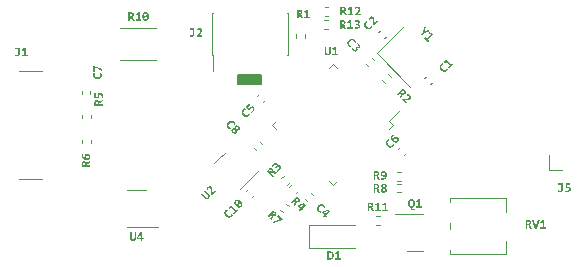
<source format=gbr>
%TF.GenerationSoftware,KiCad,Pcbnew,7.0.6*%
%TF.CreationDate,2024-02-07T16:03:24-05:00*%
%TF.ProjectId,USB_Telegraph,5553425f-5465-46c6-9567-726170682e6b,rev?*%
%TF.SameCoordinates,Original*%
%TF.FileFunction,Legend,Top*%
%TF.FilePolarity,Positive*%
%FSLAX46Y46*%
G04 Gerber Fmt 4.6, Leading zero omitted, Abs format (unit mm)*
G04 Created by KiCad (PCBNEW 7.0.6) date 2024-02-07 16:03:24*
%MOMM*%
%LPD*%
G01*
G04 APERTURE LIST*
%ADD10C,0.150000*%
%ADD11C,0.140000*%
%ADD12C,0.120000*%
G04 APERTURE END LIST*
D10*
X120991588Y-108308195D02*
X122936871Y-108308195D01*
X122936871Y-109043080D01*
X120991588Y-109043080D01*
X120991588Y-108308195D01*
G36*
X120991588Y-108308195D02*
G01*
X122936871Y-108308195D01*
X122936871Y-109043080D01*
X120991588Y-109043080D01*
X120991588Y-108308195D01*
G37*
G36*
X135078562Y-109564853D02*
G01*
X135086306Y-109572721D01*
X135093788Y-109580575D01*
X135101007Y-109588414D01*
X135107965Y-109596238D01*
X135114660Y-109604048D01*
X135121093Y-109611843D01*
X135127263Y-109619624D01*
X135133171Y-109627390D01*
X135138817Y-109635142D01*
X135144201Y-109642879D01*
X135147644Y-109648028D01*
X135152575Y-109655767D01*
X135157161Y-109663491D01*
X135161402Y-109671200D01*
X135165299Y-109678895D01*
X135168850Y-109686576D01*
X135172057Y-109694241D01*
X135174919Y-109701892D01*
X135177436Y-109709529D01*
X135179608Y-109717151D01*
X135181435Y-109724758D01*
X135182461Y-109729822D01*
X135184063Y-109739960D01*
X135185000Y-109750063D01*
X135185272Y-109760132D01*
X135184879Y-109770166D01*
X135183821Y-109780166D01*
X135182099Y-109790131D01*
X135179711Y-109800061D01*
X135176658Y-109809957D01*
X135173928Y-109817330D01*
X135170763Y-109824680D01*
X135167164Y-109832009D01*
X135163129Y-109839315D01*
X135158660Y-109846600D01*
X135153756Y-109853863D01*
X135148417Y-109861104D01*
X135142644Y-109868323D01*
X135136436Y-109875521D01*
X135129793Y-109882696D01*
X135125123Y-109887468D01*
X135118185Y-109894151D01*
X135111186Y-109900386D01*
X135104126Y-109906172D01*
X135097007Y-109911508D01*
X135089826Y-109916396D01*
X135082586Y-109920835D01*
X135075284Y-109924824D01*
X135067923Y-109928365D01*
X135060520Y-109931484D01*
X135053096Y-109934211D01*
X135043785Y-109937066D01*
X135034441Y-109939308D01*
X135025063Y-109940936D01*
X135015651Y-109941950D01*
X135008098Y-109942319D01*
X134998689Y-109942291D01*
X134989286Y-109941690D01*
X134979891Y-109940516D01*
X134970502Y-109938768D01*
X134961120Y-109936446D01*
X134953619Y-109934176D01*
X134947996Y-109932233D01*
X134940533Y-109929360D01*
X134933135Y-109926197D01*
X134925801Y-109922745D01*
X134918532Y-109919004D01*
X134911328Y-109914973D01*
X134904189Y-109910654D01*
X134897115Y-109906044D01*
X134890105Y-109901146D01*
X134894377Y-109908377D01*
X134897866Y-109916080D01*
X134900573Y-109924255D01*
X134902497Y-109932902D01*
X134903638Y-109942022D01*
X134903997Y-109951614D01*
X134903921Y-109955583D01*
X134903423Y-109963884D01*
X134902410Y-109972689D01*
X134900884Y-109982000D01*
X134898844Y-109991817D01*
X134896977Y-109999510D01*
X134894820Y-110007488D01*
X134892375Y-110015750D01*
X134889641Y-110024296D01*
X134886618Y-110033126D01*
X134885546Y-110036133D01*
X134794910Y-110289250D01*
X134682582Y-110176923D01*
X134775981Y-109940661D01*
X134779025Y-109932324D01*
X134781456Y-109924099D01*
X134783274Y-109915986D01*
X134784478Y-109907985D01*
X134785070Y-109900097D01*
X134784947Y-109890394D01*
X134783866Y-109880867D01*
X134783166Y-109877105D01*
X134780817Y-109867831D01*
X134777572Y-109858834D01*
X134773429Y-109850113D01*
X134769468Y-109843335D01*
X134764934Y-109836735D01*
X134759825Y-109830311D01*
X134754142Y-109824064D01*
X134752631Y-109822530D01*
X134734393Y-109804293D01*
X134522173Y-110016514D01*
X134426563Y-109920904D01*
X134613915Y-109733552D01*
X134805134Y-109733552D01*
X134843958Y-109772377D01*
X134850916Y-109779112D01*
X134857888Y-109785416D01*
X134864873Y-109791288D01*
X134871872Y-109796728D01*
X134878884Y-109801737D01*
X134885909Y-109806313D01*
X134888723Y-109808023D01*
X134895827Y-109811975D01*
X134902891Y-109815455D01*
X134911313Y-109819007D01*
X134919678Y-109821880D01*
X134927984Y-109824072D01*
X134933489Y-109825156D01*
X134941720Y-109826143D01*
X134949835Y-109826412D01*
X134957834Y-109825962D01*
X134965716Y-109824793D01*
X134973481Y-109822905D01*
X134976043Y-109822116D01*
X134983703Y-109819245D01*
X134991140Y-109815607D01*
X134998353Y-109811201D01*
X135005343Y-109806028D01*
X135012109Y-109800088D01*
X135014315Y-109797937D01*
X135020840Y-109790995D01*
X135026580Y-109784001D01*
X135031536Y-109776957D01*
X135035707Y-109769862D01*
X135039094Y-109762715D01*
X135042389Y-109753107D01*
X135044290Y-109743409D01*
X135044796Y-109733620D01*
X135043908Y-109723740D01*
X135043468Y-109721256D01*
X135040979Y-109711189D01*
X135038293Y-109703483D01*
X135034905Y-109695644D01*
X135030816Y-109687671D01*
X135026024Y-109679565D01*
X135020531Y-109671324D01*
X135014336Y-109662951D01*
X135007439Y-109654444D01*
X134999840Y-109645803D01*
X134994384Y-109639968D01*
X134988616Y-109634074D01*
X134946614Y-109592072D01*
X134805134Y-109733552D01*
X134613915Y-109733552D01*
X134930587Y-109416879D01*
X135078562Y-109564853D01*
G37*
G36*
X134861505Y-110355846D02*
G01*
X134932383Y-110284967D01*
X135170303Y-110287178D01*
X135178642Y-110287196D01*
X135186803Y-110287180D01*
X135194786Y-110287131D01*
X135206426Y-110286995D01*
X135217665Y-110286783D01*
X135228504Y-110286496D01*
X135238942Y-110286134D01*
X135248979Y-110285696D01*
X135258616Y-110285183D01*
X135267852Y-110284595D01*
X135276687Y-110283932D01*
X135282354Y-110283448D01*
X135290619Y-110282686D01*
X135298626Y-110281851D01*
X135308902Y-110280625D01*
X135318721Y-110279269D01*
X135328081Y-110277784D01*
X135336984Y-110276169D01*
X135345430Y-110274425D01*
X135353417Y-110272551D01*
X135357240Y-110271565D01*
X135366435Y-110268907D01*
X135375112Y-110266025D01*
X135383269Y-110262921D01*
X135390906Y-110259595D01*
X135398024Y-110256046D01*
X135405880Y-110251493D01*
X135407117Y-110250703D01*
X135414444Y-110245818D01*
X135421605Y-110240593D01*
X135428601Y-110235028D01*
X135435432Y-110229123D01*
X135442098Y-110222878D01*
X135444283Y-110220721D01*
X135449802Y-110214753D01*
X135454752Y-110208454D01*
X135459133Y-110201825D01*
X135462946Y-110194865D01*
X135464870Y-110190739D01*
X135467764Y-110183325D01*
X135470164Y-110174754D01*
X135471598Y-110166080D01*
X135472064Y-110157302D01*
X135472054Y-110156198D01*
X135471528Y-110147278D01*
X135470203Y-110139345D01*
X135468071Y-110131293D01*
X135465133Y-110123123D01*
X135463626Y-110119584D01*
X135459563Y-110111430D01*
X135455386Y-110104545D01*
X135450567Y-110097758D01*
X135445108Y-110091068D01*
X135439007Y-110084475D01*
X135437928Y-110083385D01*
X135432238Y-110077907D01*
X135424440Y-110071048D01*
X135416401Y-110064699D01*
X135408120Y-110058860D01*
X135399597Y-110053530D01*
X135390832Y-110048709D01*
X135381825Y-110044398D01*
X135372577Y-110040596D01*
X135370227Y-110039725D01*
X135360746Y-110036509D01*
X135351091Y-110033629D01*
X135341264Y-110031086D01*
X135331265Y-110028879D01*
X135321092Y-110027010D01*
X135313350Y-110025829D01*
X135305510Y-110024837D01*
X135297573Y-110024035D01*
X135289539Y-110023422D01*
X135304184Y-109908469D01*
X135312148Y-109908826D01*
X135320080Y-109909343D01*
X135327981Y-109910022D01*
X135335850Y-109910861D01*
X135343688Y-109911861D01*
X135351495Y-109913022D01*
X135359271Y-109914343D01*
X135367015Y-109915826D01*
X135374728Y-109917469D01*
X135382409Y-109919274D01*
X135390060Y-109921239D01*
X135397679Y-109923365D01*
X135405266Y-109925651D01*
X135412823Y-109928099D01*
X135420348Y-109930707D01*
X135427842Y-109933477D01*
X135435291Y-109936442D01*
X135442649Y-109939605D01*
X135449915Y-109942966D01*
X135457089Y-109946525D01*
X135464172Y-109950280D01*
X135471163Y-109954234D01*
X135478062Y-109958385D01*
X135484869Y-109962733D01*
X135491585Y-109967279D01*
X135498209Y-109972022D01*
X135504741Y-109976963D01*
X135511181Y-109982102D01*
X135517529Y-109987438D01*
X135523786Y-109992972D01*
X135529951Y-109998703D01*
X135536025Y-110004631D01*
X135542873Y-110011648D01*
X135549431Y-110018708D01*
X135555697Y-110025812D01*
X135561671Y-110032959D01*
X135567355Y-110040151D01*
X135572746Y-110047386D01*
X135577846Y-110054665D01*
X135582655Y-110061987D01*
X135587173Y-110069353D01*
X135591398Y-110076763D01*
X135594054Y-110081727D01*
X135597809Y-110089166D01*
X135601251Y-110096612D01*
X135604379Y-110104065D01*
X135607194Y-110111525D01*
X135609696Y-110118993D01*
X135612545Y-110128962D01*
X135614837Y-110138943D01*
X135616571Y-110148937D01*
X135617749Y-110158944D01*
X135617956Y-110161448D01*
X135618420Y-110171459D01*
X135618293Y-110181456D01*
X135617574Y-110191441D01*
X135616264Y-110201412D01*
X135614362Y-110211371D01*
X135611868Y-110221317D01*
X135608783Y-110231249D01*
X135606081Y-110238690D01*
X135605107Y-110241169D01*
X135601948Y-110248575D01*
X135598430Y-110255923D01*
X135594552Y-110263212D01*
X135590315Y-110270443D01*
X135585718Y-110277616D01*
X135580762Y-110284730D01*
X135575446Y-110291786D01*
X135569771Y-110298784D01*
X135563737Y-110305723D01*
X135557343Y-110312605D01*
X135552881Y-110317160D01*
X135547197Y-110322700D01*
X135541440Y-110328027D01*
X135533651Y-110334797D01*
X135525732Y-110341187D01*
X135517684Y-110347198D01*
X135509507Y-110352828D01*
X135501200Y-110358078D01*
X135492763Y-110362948D01*
X135488496Y-110365241D01*
X135479867Y-110369561D01*
X135471044Y-110373609D01*
X135462027Y-110377384D01*
X135452815Y-110380888D01*
X135443409Y-110384120D01*
X135433809Y-110387080D01*
X135424014Y-110389767D01*
X135414025Y-110392183D01*
X135403892Y-110394351D01*
X135396139Y-110395829D01*
X135388254Y-110397181D01*
X135380239Y-110398406D01*
X135372092Y-110399506D01*
X135363815Y-110400479D01*
X135355406Y-110401326D01*
X135346866Y-110402046D01*
X135338194Y-110402640D01*
X135329392Y-110403108D01*
X135326429Y-110403236D01*
X135317463Y-110403591D01*
X135308337Y-110403877D01*
X135299050Y-110404096D01*
X135289604Y-110404247D01*
X135279997Y-110404329D01*
X135270229Y-110404344D01*
X135260302Y-110404290D01*
X135250214Y-110404169D01*
X135239966Y-110403979D01*
X135229557Y-110403722D01*
X135222529Y-110403513D01*
X135080496Y-110397986D01*
X135294651Y-110612141D01*
X135206226Y-110700567D01*
X134861505Y-110355846D01*
G37*
G36*
X130497186Y-105928438D02*
G01*
X130488406Y-105924562D01*
X130479787Y-105920604D01*
X130471328Y-105916564D01*
X130463029Y-105912441D01*
X130454891Y-105908235D01*
X130446912Y-105903947D01*
X130439094Y-105899576D01*
X130431437Y-105895123D01*
X130423940Y-105890587D01*
X130416602Y-105885968D01*
X130411800Y-105882843D01*
X130404659Y-105878073D01*
X130397589Y-105873140D01*
X130390589Y-105868044D01*
X130383660Y-105862786D01*
X130376801Y-105857365D01*
X130370012Y-105851781D01*
X130363294Y-105846034D01*
X130356647Y-105840125D01*
X130350069Y-105834052D01*
X130343563Y-105827818D01*
X130339264Y-105823571D01*
X130332536Y-105816718D01*
X130326032Y-105809838D01*
X130319752Y-105802932D01*
X130313695Y-105795998D01*
X130307861Y-105789038D01*
X130302251Y-105782050D01*
X130296864Y-105775036D01*
X130291701Y-105767994D01*
X130286761Y-105760925D01*
X130282044Y-105753830D01*
X130277551Y-105746707D01*
X130273282Y-105739558D01*
X130269235Y-105732382D01*
X130265413Y-105725178D01*
X130261813Y-105717948D01*
X130258437Y-105710690D01*
X130255303Y-105703392D01*
X130252393Y-105696075D01*
X130248449Y-105685063D01*
X130245010Y-105674006D01*
X130242076Y-105662907D01*
X130239647Y-105651763D01*
X130237724Y-105640576D01*
X130236305Y-105629345D01*
X130235392Y-105618070D01*
X130234984Y-105606752D01*
X130235081Y-105595389D01*
X130235226Y-105591592D01*
X130236052Y-105580180D01*
X130237391Y-105568742D01*
X130239242Y-105557276D01*
X130241605Y-105545784D01*
X130243465Y-105538108D01*
X130245554Y-105530420D01*
X130247869Y-105522720D01*
X130250413Y-105515008D01*
X130253184Y-105507284D01*
X130256184Y-105499549D01*
X130259411Y-105491801D01*
X130262865Y-105484042D01*
X130266548Y-105476271D01*
X130270458Y-105468488D01*
X130274617Y-105460715D01*
X130279011Y-105452940D01*
X130283641Y-105445163D01*
X130288506Y-105437383D01*
X130293606Y-105429602D01*
X130298941Y-105421818D01*
X130304512Y-105414032D01*
X130310318Y-105406244D01*
X130316360Y-105398454D01*
X130322637Y-105390662D01*
X130329149Y-105382868D01*
X130335896Y-105375071D01*
X130342879Y-105367272D01*
X130350097Y-105359471D01*
X130357550Y-105351668D01*
X130365239Y-105343863D01*
X130373260Y-105335969D01*
X130381298Y-105328313D01*
X130389352Y-105320896D01*
X130397422Y-105313717D01*
X130405509Y-105306777D01*
X130413611Y-105300076D01*
X130421730Y-105293613D01*
X130429865Y-105287388D01*
X130438016Y-105281403D01*
X130446184Y-105275655D01*
X130454367Y-105270146D01*
X130462567Y-105264876D01*
X130470783Y-105259845D01*
X130479015Y-105255051D01*
X130487263Y-105250497D01*
X130495528Y-105246181D01*
X130503811Y-105242082D01*
X130512082Y-105238215D01*
X130520339Y-105234578D01*
X130528584Y-105231173D01*
X130536815Y-105227998D01*
X130545034Y-105225055D01*
X130553240Y-105222342D01*
X130561432Y-105219860D01*
X130569612Y-105217610D01*
X130577779Y-105215590D01*
X130585933Y-105213802D01*
X130594074Y-105212244D01*
X130602202Y-105210918D01*
X130610317Y-105209822D01*
X130618419Y-105208957D01*
X130626508Y-105208324D01*
X130634594Y-105207937D01*
X130642652Y-105207780D01*
X130650681Y-105207851D01*
X130658683Y-105208151D01*
X130666657Y-105208680D01*
X130674602Y-105209438D01*
X130682520Y-105210424D01*
X130690409Y-105211640D01*
X130698270Y-105213084D01*
X130706104Y-105214757D01*
X130713909Y-105216659D01*
X130721686Y-105218790D01*
X130729435Y-105221149D01*
X130737156Y-105223738D01*
X130744849Y-105226555D01*
X130752514Y-105229601D01*
X130760170Y-105232874D01*
X130767768Y-105236371D01*
X130775308Y-105240093D01*
X130782789Y-105244039D01*
X130790213Y-105248210D01*
X130797577Y-105252605D01*
X130804884Y-105257225D01*
X130812132Y-105262070D01*
X130819322Y-105267139D01*
X130826454Y-105272432D01*
X130833527Y-105277950D01*
X130840542Y-105283692D01*
X130847499Y-105289659D01*
X130854398Y-105295851D01*
X130861238Y-105302267D01*
X130868020Y-105308908D01*
X130874493Y-105315439D01*
X130880752Y-105321873D01*
X130886798Y-105328211D01*
X130892630Y-105334451D01*
X130898249Y-105340594D01*
X130900074Y-105342620D01*
X130905498Y-105348659D01*
X130910786Y-105354757D01*
X130915938Y-105360912D01*
X130920954Y-105367127D01*
X130925834Y-105373399D01*
X130927431Y-105375503D01*
X130932158Y-105381882D01*
X130936808Y-105388378D01*
X130941381Y-105394991D01*
X130945876Y-105401720D01*
X130950292Y-105408565D01*
X130951748Y-105410873D01*
X130956174Y-105417923D01*
X130960543Y-105425186D01*
X130964853Y-105432663D01*
X130969104Y-105440354D01*
X130973298Y-105448258D01*
X130974683Y-105450941D01*
X130877415Y-105548209D01*
X130873872Y-105539423D01*
X130870236Y-105530836D01*
X130866508Y-105522448D01*
X130862687Y-105514259D01*
X130858775Y-105506269D01*
X130854770Y-105498479D01*
X130850673Y-105490888D01*
X130846483Y-105483496D01*
X130842202Y-105476303D01*
X130837828Y-105469309D01*
X130834860Y-105464757D01*
X130830398Y-105458122D01*
X130825924Y-105451689D01*
X130819940Y-105443425D01*
X130813934Y-105435520D01*
X130807907Y-105427973D01*
X130801858Y-105420784D01*
X130795787Y-105413953D01*
X130789695Y-105407481D01*
X130786641Y-105404379D01*
X130779833Y-105397797D01*
X130772984Y-105391625D01*
X130766093Y-105385864D01*
X130759161Y-105380513D01*
X130752188Y-105375573D01*
X130745174Y-105371043D01*
X130738118Y-105366924D01*
X130731021Y-105363215D01*
X130723883Y-105359916D01*
X130714301Y-105356157D01*
X130711894Y-105355331D01*
X130702304Y-105352421D01*
X130692672Y-105350115D01*
X130682996Y-105348414D01*
X130673277Y-105347317D01*
X130663515Y-105346825D01*
X130653709Y-105346937D01*
X130643861Y-105347654D01*
X130633969Y-105348975D01*
X130624088Y-105350903D01*
X130614203Y-105353371D01*
X130604313Y-105356378D01*
X130596893Y-105358987D01*
X130589471Y-105361901D01*
X130582046Y-105365117D01*
X130574619Y-105368638D01*
X130567189Y-105372462D01*
X130559757Y-105376589D01*
X130554801Y-105379510D01*
X130547404Y-105384141D01*
X130540031Y-105389020D01*
X130532683Y-105394147D01*
X130525359Y-105399522D01*
X130518059Y-105405144D01*
X130510783Y-105411014D01*
X130503532Y-105417132D01*
X130496305Y-105423498D01*
X130489102Y-105430111D01*
X130481924Y-105436972D01*
X130477152Y-105441684D01*
X130469731Y-105449243D01*
X130462596Y-105456793D01*
X130455748Y-105464334D01*
X130449187Y-105471864D01*
X130442912Y-105479385D01*
X130436923Y-105486896D01*
X130431222Y-105494397D01*
X130425807Y-105501889D01*
X130420678Y-105509371D01*
X130415836Y-105516843D01*
X130412767Y-105521819D01*
X130408473Y-105529272D01*
X130404502Y-105536707D01*
X130400853Y-105544125D01*
X130397528Y-105551527D01*
X130394526Y-105558911D01*
X130391847Y-105566279D01*
X130388777Y-105576075D01*
X130386281Y-105585842D01*
X130384360Y-105595578D01*
X130383615Y-105600435D01*
X130382576Y-105610122D01*
X130382155Y-105619769D01*
X130382352Y-105629378D01*
X130383166Y-105638948D01*
X130384597Y-105648479D01*
X130386646Y-105657972D01*
X130389312Y-105667425D01*
X130392595Y-105676840D01*
X130396555Y-105686239D01*
X130401179Y-105695578D01*
X130405083Y-105702543D01*
X130409362Y-105709474D01*
X130414014Y-105716370D01*
X130419041Y-105723233D01*
X130424441Y-105730062D01*
X130430216Y-105736856D01*
X130436365Y-105743617D01*
X130442887Y-105750343D01*
X130448714Y-105755958D01*
X130454950Y-105761560D01*
X130461597Y-105767149D01*
X130468653Y-105772724D01*
X130472869Y-105775904D01*
X130479357Y-105780637D01*
X130485971Y-105785301D01*
X130492711Y-105789898D01*
X130499578Y-105794427D01*
X130506571Y-105798887D01*
X130508930Y-105800359D01*
X130516104Y-105804752D01*
X130523327Y-105809018D01*
X130530599Y-105813158D01*
X130537919Y-105817172D01*
X130545287Y-105821059D01*
X130547754Y-105822327D01*
X130555147Y-105825980D01*
X130562404Y-105829477D01*
X130569525Y-105832819D01*
X130577661Y-105836522D01*
X130585611Y-105840012D01*
X130497186Y-105928438D01*
G37*
G36*
X131071813Y-106236130D02*
G01*
X131064810Y-106242885D01*
X131057689Y-106249263D01*
X131050449Y-106255265D01*
X131043089Y-106260890D01*
X131035611Y-106266139D01*
X131028014Y-106271011D01*
X131020298Y-106275507D01*
X131012462Y-106279626D01*
X131004508Y-106283369D01*
X130996435Y-106286736D01*
X130990986Y-106288771D01*
X130982770Y-106291489D01*
X130974442Y-106293790D01*
X130966002Y-106295673D01*
X130957451Y-106297139D01*
X130948788Y-106298186D01*
X130940013Y-106298816D01*
X130931127Y-106299028D01*
X130922128Y-106298822D01*
X130913019Y-106298199D01*
X130903797Y-106297158D01*
X130897587Y-106296232D01*
X130888239Y-106294486D01*
X130878797Y-106292306D01*
X130869260Y-106289690D01*
X130859628Y-106286640D01*
X130849902Y-106283155D01*
X130840081Y-106279236D01*
X130830165Y-106274882D01*
X130820154Y-106270093D01*
X130810049Y-106264869D01*
X130799849Y-106259211D01*
X130792996Y-106255197D01*
X130786122Y-106250999D01*
X130779210Y-106246592D01*
X130772262Y-106241975D01*
X130765277Y-106237149D01*
X130758256Y-106232114D01*
X130751197Y-106226869D01*
X130744102Y-106221415D01*
X130736971Y-106215751D01*
X130729802Y-106209878D01*
X130722597Y-106203795D01*
X130715355Y-106197504D01*
X130708077Y-106191002D01*
X130700762Y-106184292D01*
X130693410Y-106177371D01*
X130686021Y-106170242D01*
X130678596Y-106162903D01*
X130672814Y-106157055D01*
X130666952Y-106150995D01*
X130661012Y-106144724D01*
X130654991Y-106138241D01*
X130651516Y-106134441D01*
X130645498Y-106127779D01*
X130639532Y-106121090D01*
X130633620Y-106114375D01*
X130627760Y-106107633D01*
X130624436Y-106103769D01*
X130618686Y-106097012D01*
X130613041Y-106090281D01*
X130607503Y-106083577D01*
X130602070Y-106076900D01*
X130599013Y-106073096D01*
X130593913Y-106066600D01*
X130589130Y-106060289D01*
X130584053Y-106053303D01*
X130579390Y-106046559D01*
X130578289Y-106044910D01*
X130657871Y-105965328D01*
X130663135Y-105972482D01*
X130668631Y-105979783D01*
X130674360Y-105987231D01*
X130680323Y-105994826D01*
X130686519Y-106002567D01*
X130692948Y-106010456D01*
X130699610Y-106018491D01*
X130704760Y-106024613D01*
X130706505Y-106026673D01*
X130711808Y-106032864D01*
X130717198Y-106039056D01*
X130722675Y-106045247D01*
X130728240Y-106051439D01*
X130733893Y-106057630D01*
X130739632Y-106063822D01*
X130745460Y-106070013D01*
X130751374Y-106076205D01*
X130757376Y-106082396D01*
X130763466Y-106088588D01*
X130767574Y-106092715D01*
X130773579Y-106098628D01*
X130779520Y-106104292D01*
X130785398Y-106109709D01*
X130793137Y-106116546D01*
X130800765Y-106122942D01*
X130808279Y-106128899D01*
X130815682Y-106134414D01*
X130822972Y-106139490D01*
X130828367Y-106143007D01*
X130835460Y-106147329D01*
X130842442Y-106151245D01*
X130851011Y-106155570D01*
X130859405Y-106159260D01*
X130867623Y-106162316D01*
X130875666Y-106164738D01*
X130881974Y-106166219D01*
X130889752Y-106167549D01*
X130898870Y-106168327D01*
X130907756Y-106168210D01*
X130916409Y-106167200D01*
X130924828Y-106165296D01*
X130928950Y-106164008D01*
X130937062Y-106160780D01*
X130944921Y-106156794D01*
X130952528Y-106152050D01*
X130959882Y-106146548D01*
X130965817Y-106141384D01*
X130969294Y-106138033D01*
X130975086Y-106131717D01*
X130980130Y-106125100D01*
X130984425Y-106118181D01*
X130987973Y-106110962D01*
X130990772Y-106103441D01*
X130991539Y-106100867D01*
X130993396Y-106092964D01*
X130994408Y-106084799D01*
X130994575Y-106076372D01*
X130993896Y-106067682D01*
X130992373Y-106058730D01*
X130991677Y-106055687D01*
X130989593Y-106047940D01*
X130986882Y-106039985D01*
X130983543Y-106031819D01*
X130979577Y-106023445D01*
X130974983Y-106014862D01*
X130970857Y-106007845D01*
X130967498Y-106002494D01*
X130962721Y-105995255D01*
X130957507Y-105987909D01*
X130951858Y-105980454D01*
X130945772Y-105972892D01*
X130939250Y-105965222D01*
X130932292Y-105957444D01*
X130926788Y-105951539D01*
X130921038Y-105945574D01*
X130917068Y-105941563D01*
X130860697Y-105885192D01*
X130931437Y-105814452D01*
X130983111Y-105866125D01*
X130988771Y-105871679D01*
X130996198Y-105878630D01*
X131003486Y-105885064D01*
X131010636Y-105890979D01*
X131017648Y-105896376D01*
X131024521Y-105901255D01*
X131031257Y-105905616D01*
X131039482Y-105910338D01*
X131047588Y-105914356D01*
X131055498Y-105917773D01*
X131063212Y-105920589D01*
X131070731Y-105922805D01*
X131079495Y-105924672D01*
X131087978Y-105925674D01*
X131096208Y-105925870D01*
X131104214Y-105925318D01*
X131111997Y-105924018D01*
X131119557Y-105921970D01*
X131126893Y-105919174D01*
X131129289Y-105918075D01*
X131136360Y-105914479D01*
X131143168Y-105910427D01*
X131149714Y-105905917D01*
X131155998Y-105900952D01*
X131162019Y-105895529D01*
X131163968Y-105893620D01*
X131169613Y-105887618D01*
X131174632Y-105881529D01*
X131180348Y-105873273D01*
X131184951Y-105864863D01*
X131188440Y-105856296D01*
X131190814Y-105847575D01*
X131192075Y-105838698D01*
X131192222Y-105829665D01*
X131191878Y-105825091D01*
X131190375Y-105815816D01*
X131187664Y-105806369D01*
X131183743Y-105796750D01*
X131180009Y-105789421D01*
X131175596Y-105781996D01*
X131170502Y-105774474D01*
X131164728Y-105766854D01*
X131158274Y-105759137D01*
X131151141Y-105751324D01*
X131146007Y-105746060D01*
X131140272Y-105740411D01*
X131134468Y-105734861D01*
X131128592Y-105729411D01*
X131122646Y-105724060D01*
X131116630Y-105718809D01*
X131110543Y-105713657D01*
X131104386Y-105708605D01*
X131098159Y-105703652D01*
X131091861Y-105698800D01*
X131085492Y-105694046D01*
X131081208Y-105690933D01*
X131074737Y-105686331D01*
X131068174Y-105681749D01*
X131061518Y-105677186D01*
X131054771Y-105672643D01*
X131047931Y-105668119D01*
X131040999Y-105663615D01*
X131033974Y-105659130D01*
X131026857Y-105654664D01*
X131019648Y-105650218D01*
X131012347Y-105645792D01*
X131007428Y-105642851D01*
X131087011Y-105563269D01*
X131093924Y-105567241D01*
X131100676Y-105571213D01*
X131108564Y-105575980D01*
X131116220Y-105580746D01*
X131123642Y-105585513D01*
X131128460Y-105588691D01*
X131135576Y-105593492D01*
X131142624Y-105598360D01*
X131149604Y-105603297D01*
X131156516Y-105608302D01*
X131163360Y-105613374D01*
X131165626Y-105615080D01*
X131172478Y-105620268D01*
X131179253Y-105625572D01*
X131185949Y-105630993D01*
X131192568Y-105636530D01*
X131199110Y-105642184D01*
X131201273Y-105644095D01*
X131207759Y-105649924D01*
X131214265Y-105655908D01*
X131220790Y-105662048D01*
X131227334Y-105668343D01*
X131233898Y-105674793D01*
X131236090Y-105676978D01*
X131243794Y-105684843D01*
X131251156Y-105692685D01*
X131258175Y-105700506D01*
X131264852Y-105708305D01*
X131271187Y-105716082D01*
X131277179Y-105723837D01*
X131282828Y-105731570D01*
X131288135Y-105739282D01*
X131293100Y-105746971D01*
X131297722Y-105754639D01*
X131300613Y-105759739D01*
X131304705Y-105767334D01*
X131308484Y-105774889D01*
X131311949Y-105782402D01*
X131315101Y-105789874D01*
X131317940Y-105797304D01*
X131321237Y-105807147D01*
X131323978Y-105816917D01*
X131326162Y-105826613D01*
X131327788Y-105836236D01*
X131328108Y-105838631D01*
X131329069Y-105848114D01*
X131329464Y-105857499D01*
X131329293Y-105866784D01*
X131328557Y-105875970D01*
X131327255Y-105885056D01*
X131325388Y-105894043D01*
X131322955Y-105902931D01*
X131319956Y-105911720D01*
X131316452Y-105920340D01*
X131312435Y-105928792D01*
X131307904Y-105937075D01*
X131302858Y-105945190D01*
X131297299Y-105953137D01*
X131291227Y-105960915D01*
X131284640Y-105968525D01*
X131277540Y-105975966D01*
X131271689Y-105981652D01*
X131265813Y-105987032D01*
X131256950Y-105994533D01*
X131248029Y-106001349D01*
X131239049Y-106007479D01*
X131230011Y-106012925D01*
X131220915Y-106017686D01*
X131211760Y-106021762D01*
X131202548Y-106025154D01*
X131193277Y-106027860D01*
X131183947Y-106029882D01*
X131180824Y-106030403D01*
X131171441Y-106031561D01*
X131161994Y-106032184D01*
X131152484Y-106032273D01*
X131142911Y-106031828D01*
X131133275Y-106030848D01*
X131123576Y-106029335D01*
X131113813Y-106027286D01*
X131103988Y-106024704D01*
X131094099Y-106021587D01*
X131084147Y-106017936D01*
X131077477Y-106015205D01*
X131082464Y-106022299D01*
X131087132Y-106029419D01*
X131091479Y-106036564D01*
X131095508Y-106043736D01*
X131099217Y-106050934D01*
X131102606Y-106058157D01*
X131105676Y-106065406D01*
X131108426Y-106072682D01*
X131111474Y-106081785D01*
X131113969Y-106090875D01*
X131115911Y-106099952D01*
X131117299Y-106109015D01*
X131118134Y-106118064D01*
X131118416Y-106127100D01*
X131118374Y-106130711D01*
X131117975Y-106139681D01*
X131117036Y-106148543D01*
X131115557Y-106157297D01*
X131113538Y-106165943D01*
X131110980Y-106174481D01*
X131107882Y-106182911D01*
X131106492Y-106186253D01*
X131102622Y-106194502D01*
X131098178Y-106202582D01*
X131093160Y-106210493D01*
X131087570Y-106218236D01*
X131081406Y-106225810D01*
X131076062Y-106231748D01*
X131071813Y-106236130D01*
G37*
G36*
X132695933Y-117526089D02*
G01*
X132706777Y-117526352D01*
X132717425Y-117526789D01*
X132727878Y-117527403D01*
X132738134Y-117528191D01*
X132748195Y-117529154D01*
X132758060Y-117530293D01*
X132767729Y-117531607D01*
X132777202Y-117533095D01*
X132786480Y-117534760D01*
X132792556Y-117535966D01*
X132801515Y-117537952D01*
X132810219Y-117540170D01*
X132818670Y-117542623D01*
X132826866Y-117545309D01*
X132834808Y-117548228D01*
X132842496Y-117551381D01*
X132849930Y-117554768D01*
X132857110Y-117558388D01*
X132864035Y-117562241D01*
X132870706Y-117566329D01*
X132875013Y-117569183D01*
X132883314Y-117575219D01*
X132891120Y-117581701D01*
X132898432Y-117588628D01*
X132905250Y-117596001D01*
X132911573Y-117603820D01*
X132917401Y-117612085D01*
X132922735Y-117620795D01*
X132927574Y-117629951D01*
X132930856Y-117637094D01*
X132933816Y-117644530D01*
X132936452Y-117652257D01*
X132938766Y-117660277D01*
X132940757Y-117668588D01*
X132942425Y-117677191D01*
X132943770Y-117686087D01*
X132944793Y-117695274D01*
X132945492Y-117704753D01*
X132945869Y-117714524D01*
X132945941Y-117721200D01*
X132945761Y-117730832D01*
X132945220Y-117740190D01*
X132944319Y-117749273D01*
X132943059Y-117758081D01*
X132941437Y-117766614D01*
X132939456Y-117774872D01*
X132937114Y-117782856D01*
X132934412Y-117790565D01*
X132931384Y-117798005D01*
X132928062Y-117805183D01*
X132923498Y-117813786D01*
X132918476Y-117821978D01*
X132912995Y-117829761D01*
X132907057Y-117837133D01*
X132901977Y-117842735D01*
X132895304Y-117849369D01*
X132888231Y-117855592D01*
X132880756Y-117861406D01*
X132872882Y-117866808D01*
X132864606Y-117871801D01*
X132857697Y-117875500D01*
X132852347Y-117878102D01*
X132845038Y-117881347D01*
X132837570Y-117884342D01*
X132829944Y-117887087D01*
X132822158Y-117889581D01*
X132814214Y-117891825D01*
X132806112Y-117893819D01*
X132797850Y-117895562D01*
X132789430Y-117897055D01*
X132797563Y-117899147D01*
X132805477Y-117902127D01*
X132813172Y-117905994D01*
X132820647Y-117910748D01*
X132827903Y-117916389D01*
X132834939Y-117922918D01*
X132837692Y-117925778D01*
X132843209Y-117932000D01*
X132848720Y-117938943D01*
X132854224Y-117946606D01*
X132859723Y-117954989D01*
X132863843Y-117961750D01*
X132867959Y-117968916D01*
X132872072Y-117976487D01*
X132876182Y-117984463D01*
X132880288Y-117992845D01*
X132881656Y-117995729D01*
X132996548Y-118238800D01*
X132837692Y-118238800D01*
X132736673Y-118005694D01*
X132732930Y-117997646D01*
X132728833Y-117990111D01*
X132724382Y-117983089D01*
X132719576Y-117976580D01*
X132714417Y-117970584D01*
X132707469Y-117963810D01*
X132699968Y-117957838D01*
X132696813Y-117955673D01*
X132688595Y-117950776D01*
X132679937Y-117946709D01*
X132670841Y-117943472D01*
X132663248Y-117941479D01*
X132655374Y-117940019D01*
X132647220Y-117939089D01*
X132638784Y-117938690D01*
X132636632Y-117938674D01*
X132610839Y-117938674D01*
X132610839Y-118238800D01*
X132475627Y-118238800D01*
X132475627Y-117638548D01*
X132610839Y-117638548D01*
X132610839Y-117838632D01*
X132665745Y-117838632D01*
X132675428Y-117838475D01*
X132684815Y-117838002D01*
X132693907Y-117837215D01*
X132702702Y-117836113D01*
X132711202Y-117834696D01*
X132719406Y-117832965D01*
X132722605Y-117832184D01*
X132730423Y-117829955D01*
X132737878Y-117827421D01*
X132746345Y-117823977D01*
X132754291Y-117820094D01*
X132761714Y-117815771D01*
X132766373Y-117812645D01*
X132772892Y-117807522D01*
X132778821Y-117801974D01*
X132784158Y-117796000D01*
X132788905Y-117789600D01*
X132793061Y-117782774D01*
X132794315Y-117780405D01*
X132797701Y-117772958D01*
X132800387Y-117765127D01*
X132802372Y-117756911D01*
X132803657Y-117748311D01*
X132804241Y-117739326D01*
X132804280Y-117736245D01*
X132803984Y-117726723D01*
X132803098Y-117717719D01*
X132801621Y-117709233D01*
X132799554Y-117701267D01*
X132796895Y-117693819D01*
X132792432Y-117684695D01*
X132786918Y-117676493D01*
X132780354Y-117669213D01*
X132772740Y-117662855D01*
X132770672Y-117661409D01*
X132761794Y-117656051D01*
X132754446Y-117652502D01*
X132746507Y-117649354D01*
X132737978Y-117646608D01*
X132728858Y-117644264D01*
X132719147Y-117642321D01*
X132708845Y-117640781D01*
X132697952Y-117639642D01*
X132686469Y-117638905D01*
X132678486Y-117638638D01*
X132670239Y-117638548D01*
X132610839Y-117638548D01*
X132475627Y-117638548D01*
X132475627Y-117526001D01*
X132684894Y-117526001D01*
X132695933Y-117526089D01*
G37*
G36*
X133342839Y-117513599D02*
G01*
X133353034Y-117513908D01*
X133363016Y-117514423D01*
X133372786Y-117515145D01*
X133382342Y-117516072D01*
X133391685Y-117517205D01*
X133400816Y-117518545D01*
X133409733Y-117520090D01*
X133418438Y-117521842D01*
X133426930Y-117523800D01*
X133432472Y-117525220D01*
X133440592Y-117527507D01*
X133448464Y-117529973D01*
X133456089Y-117532618D01*
X133463467Y-117535441D01*
X133472919Y-117539483D01*
X133481932Y-117543843D01*
X133490505Y-117548520D01*
X133498638Y-117553515D01*
X133506331Y-117558827D01*
X133513628Y-117564430D01*
X133520473Y-117570295D01*
X133526866Y-117576422D01*
X133532807Y-117582812D01*
X133538297Y-117589465D01*
X133543334Y-117596380D01*
X133547920Y-117603557D01*
X133552054Y-117610998D01*
X133555717Y-117618667D01*
X133558892Y-117626532D01*
X133561579Y-117634592D01*
X133563777Y-117642847D01*
X133565487Y-117651298D01*
X133566708Y-117659944D01*
X133567441Y-117668786D01*
X133567685Y-117677823D01*
X133567539Y-117686173D01*
X133567099Y-117694321D01*
X133566366Y-117702268D01*
X133565038Y-117711919D01*
X133563252Y-117721254D01*
X133561008Y-117730275D01*
X133558306Y-117738981D01*
X133555213Y-117747344D01*
X133551796Y-117755460D01*
X133548054Y-117763327D01*
X133543988Y-117770946D01*
X133539597Y-117778317D01*
X133534882Y-117785441D01*
X133532905Y-117788220D01*
X133527806Y-117795015D01*
X133522403Y-117801600D01*
X133516693Y-117807975D01*
X133510679Y-117814141D01*
X133504359Y-117820096D01*
X133497734Y-117825841D01*
X133494999Y-117828081D01*
X133488093Y-117833575D01*
X133481054Y-117838946D01*
X133473881Y-117844192D01*
X133466575Y-117849315D01*
X133459135Y-117854313D01*
X133451562Y-117859187D01*
X133448495Y-117861102D01*
X133456859Y-117865758D01*
X133465099Y-117870567D01*
X133473216Y-117875528D01*
X133481208Y-117880642D01*
X133489076Y-117885908D01*
X133496820Y-117891327D01*
X133499883Y-117893538D01*
X133507368Y-117899228D01*
X133514557Y-117905185D01*
X133521450Y-117911410D01*
X133528048Y-117917901D01*
X133534349Y-117924660D01*
X133540355Y-117931685D01*
X133542675Y-117934571D01*
X133548228Y-117941928D01*
X133553410Y-117949592D01*
X133558219Y-117957560D01*
X133562657Y-117965834D01*
X133566722Y-117974413D01*
X133570415Y-117983297D01*
X133571789Y-117986936D01*
X133574307Y-117994340D01*
X133576490Y-118001994D01*
X133578337Y-118009898D01*
X133579849Y-118018053D01*
X133581024Y-118026458D01*
X133581864Y-118035113D01*
X133582367Y-118044019D01*
X133582535Y-118053175D01*
X133582362Y-118062196D01*
X133581841Y-118071015D01*
X133580974Y-118079630D01*
X133579760Y-118088044D01*
X133578199Y-118096254D01*
X133576291Y-118104262D01*
X133574036Y-118112067D01*
X133571434Y-118119670D01*
X133568486Y-118127070D01*
X133565190Y-118134267D01*
X133562800Y-118138953D01*
X133558966Y-118145809D01*
X133553437Y-118154625D01*
X133547432Y-118163068D01*
X133540950Y-118171139D01*
X133533992Y-118178837D01*
X133528461Y-118184366D01*
X133522663Y-118189686D01*
X133516596Y-118194796D01*
X133510261Y-118199697D01*
X133508090Y-118201284D01*
X133501426Y-118205863D01*
X133494548Y-118210223D01*
X133487458Y-118214363D01*
X133480155Y-118218283D01*
X133472639Y-118221983D01*
X133464909Y-118225464D01*
X133456967Y-118228724D01*
X133448812Y-118231765D01*
X133440444Y-118234586D01*
X133431863Y-118237187D01*
X133426024Y-118238800D01*
X133417166Y-118241034D01*
X133408178Y-118243049D01*
X133399059Y-118244845D01*
X133389809Y-118246420D01*
X133380429Y-118247775D01*
X133370919Y-118248911D01*
X133361278Y-118249827D01*
X133351506Y-118250523D01*
X133341604Y-118250999D01*
X133331571Y-118251256D01*
X133324810Y-118251305D01*
X133313611Y-118251193D01*
X133302657Y-118250858D01*
X133291946Y-118250300D01*
X133281478Y-118249519D01*
X133271255Y-118248514D01*
X133261276Y-118247286D01*
X133251540Y-118245835D01*
X133242048Y-118244161D01*
X133232801Y-118242263D01*
X133223797Y-118240142D01*
X133217929Y-118238604D01*
X133209341Y-118236093D01*
X133201013Y-118233397D01*
X133192946Y-118230515D01*
X133185140Y-118227448D01*
X133177595Y-118224196D01*
X133170311Y-118220758D01*
X133163289Y-118217134D01*
X133154331Y-118212014D01*
X133145837Y-118206564D01*
X133139772Y-118202261D01*
X133132145Y-118196246D01*
X133124995Y-118189927D01*
X133118321Y-118183301D01*
X133112123Y-118176371D01*
X133106402Y-118169135D01*
X133101157Y-118161594D01*
X133096388Y-118153748D01*
X133092096Y-118145596D01*
X133088295Y-118137124D01*
X133085000Y-118128414D01*
X133082213Y-118119465D01*
X133079932Y-118110279D01*
X133078158Y-118100854D01*
X133076891Y-118091191D01*
X133076131Y-118081290D01*
X133075878Y-118071151D01*
X133076046Y-118062142D01*
X133076124Y-118060795D01*
X133211091Y-118060795D01*
X133211376Y-118068891D01*
X133212643Y-118079114D01*
X133214923Y-118088684D01*
X133218218Y-118097601D01*
X133222525Y-118105864D01*
X133227847Y-118113473D01*
X133234182Y-118120430D01*
X133241531Y-118126733D01*
X133243526Y-118128206D01*
X133251962Y-118133610D01*
X133261051Y-118138294D01*
X133268296Y-118141333D01*
X133275909Y-118143968D01*
X133283889Y-118146197D01*
X133292237Y-118148021D01*
X133300953Y-118149439D01*
X133310036Y-118150452D01*
X133319486Y-118151060D01*
X133329304Y-118151263D01*
X133338227Y-118151084D01*
X133346972Y-118150548D01*
X133355538Y-118149655D01*
X133363926Y-118148405D01*
X133372134Y-118146798D01*
X133374831Y-118146183D01*
X133382699Y-118144005D01*
X133390182Y-118141429D01*
X133398426Y-118137920D01*
X133406146Y-118133869D01*
X133412347Y-118129965D01*
X133419115Y-118124812D01*
X133425228Y-118119098D01*
X133430687Y-118112822D01*
X133435492Y-118105986D01*
X133437943Y-118101828D01*
X133441598Y-118093988D01*
X133444355Y-118085511D01*
X133446003Y-118077740D01*
X133446993Y-118069501D01*
X133447322Y-118060795D01*
X133446951Y-118052387D01*
X133445839Y-118044309D01*
X133443984Y-118036560D01*
X133441387Y-118029141D01*
X133438049Y-118022052D01*
X133436771Y-118019763D01*
X133432613Y-118012985D01*
X133427905Y-118006427D01*
X133422648Y-118000089D01*
X133416841Y-117993970D01*
X133410484Y-117988072D01*
X133408244Y-117986155D01*
X133401283Y-117980494D01*
X133393882Y-117974944D01*
X133387379Y-117970403D01*
X133380571Y-117965937D01*
X133373457Y-117961549D01*
X133366038Y-117957236D01*
X133358400Y-117952976D01*
X133350628Y-117948745D01*
X133342723Y-117944542D01*
X133334684Y-117940368D01*
X133326511Y-117936223D01*
X133318205Y-117932106D01*
X133314845Y-117930467D01*
X133306941Y-117934845D01*
X133299201Y-117939333D01*
X133291627Y-117943931D01*
X133284217Y-117948639D01*
X133276972Y-117953457D01*
X133274594Y-117955087D01*
X133267658Y-117960092D01*
X133261066Y-117965290D01*
X133254817Y-117970680D01*
X133248912Y-117976263D01*
X133243350Y-117982038D01*
X133241572Y-117984005D01*
X133236503Y-117989984D01*
X133231109Y-117997254D01*
X133226276Y-118004842D01*
X133222005Y-118012748D01*
X133219297Y-118018590D01*
X133216100Y-118027021D01*
X133213984Y-118034605D01*
X133212445Y-118042518D01*
X133211483Y-118050762D01*
X133211099Y-118059334D01*
X133211091Y-118060795D01*
X133076124Y-118060795D01*
X133076550Y-118053383D01*
X133077389Y-118044874D01*
X133078565Y-118036615D01*
X133080076Y-118028607D01*
X133081923Y-118020849D01*
X133084106Y-118013342D01*
X133086625Y-118006085D01*
X133090174Y-117997238D01*
X133094104Y-117988648D01*
X133098417Y-117980316D01*
X133103111Y-117972242D01*
X133108187Y-117964425D01*
X133113644Y-117956866D01*
X133115934Y-117953915D01*
X133121934Y-117946707D01*
X133128211Y-117939737D01*
X133134764Y-117933006D01*
X133141594Y-117926514D01*
X133148701Y-117920260D01*
X133156085Y-117914244D01*
X133159116Y-117911905D01*
X133166825Y-117906171D01*
X133174686Y-117900570D01*
X133182701Y-117895104D01*
X133190867Y-117889770D01*
X133197511Y-117885600D01*
X133204252Y-117881515D01*
X133211091Y-117877515D01*
X133203412Y-117872996D01*
X133195887Y-117868353D01*
X133188513Y-117863585D01*
X133181293Y-117858694D01*
X133174225Y-117853678D01*
X133167310Y-117848538D01*
X133164587Y-117846448D01*
X133157933Y-117841031D01*
X133151527Y-117835403D01*
X133145370Y-117829566D01*
X133139460Y-117823519D01*
X133133799Y-117817263D01*
X133128385Y-117810796D01*
X133126290Y-117808151D01*
X133121327Y-117801376D01*
X133116699Y-117794362D01*
X133112405Y-117787110D01*
X133108445Y-117779620D01*
X133104818Y-117771891D01*
X133101526Y-117763923D01*
X133100302Y-117760670D01*
X133097544Y-117752316D01*
X133095253Y-117743618D01*
X133093430Y-117734578D01*
X133092074Y-117725193D01*
X133091186Y-117715466D01*
X133090812Y-117707436D01*
X133090728Y-117701270D01*
X133090963Y-117691625D01*
X133091016Y-117690914D01*
X133221447Y-117690914D01*
X133221895Y-117699931D01*
X133223242Y-117708519D01*
X133225486Y-117716676D01*
X133228627Y-117724403D01*
X133230826Y-117728625D01*
X133235265Y-117735770D01*
X133240378Y-117742671D01*
X133246165Y-117749330D01*
X133252624Y-117755745D01*
X133256618Y-117759302D01*
X133262979Y-117764516D01*
X133269752Y-117769606D01*
X133276937Y-117774572D01*
X133284535Y-117779415D01*
X133292544Y-117784135D01*
X133295306Y-117785680D01*
X133302338Y-117789466D01*
X133309514Y-117793252D01*
X133316832Y-117797037D01*
X133324294Y-117800823D01*
X133331899Y-117804609D01*
X133339647Y-117808395D01*
X133342786Y-117809909D01*
X133350164Y-117805758D01*
X133357349Y-117801510D01*
X133364342Y-117797166D01*
X133371143Y-117792727D01*
X133377751Y-117788191D01*
X133379911Y-117786657D01*
X133386261Y-117781959D01*
X133393235Y-117776268D01*
X133399741Y-117770354D01*
X133405780Y-117764215D01*
X133409807Y-117759693D01*
X133415120Y-117753150D01*
X133419947Y-117746346D01*
X133424288Y-117739281D01*
X133428143Y-117731953D01*
X133430128Y-117727648D01*
X133433173Y-117719777D01*
X133435470Y-117711550D01*
X133437020Y-117702968D01*
X133437821Y-117694031D01*
X133437943Y-117688765D01*
X133437504Y-117679856D01*
X133436185Y-117671497D01*
X133433987Y-117663687D01*
X133430909Y-117656427D01*
X133425826Y-117648125D01*
X133420770Y-117642101D01*
X133414835Y-117636627D01*
X133409807Y-117632882D01*
X133402434Y-117628348D01*
X133394285Y-117624419D01*
X133385361Y-117621094D01*
X133375662Y-117618374D01*
X133367878Y-117616730D01*
X133359658Y-117615427D01*
X133351002Y-117614463D01*
X133341910Y-117613840D01*
X133332382Y-117613557D01*
X133329109Y-117613538D01*
X133319643Y-117613708D01*
X133310589Y-117614218D01*
X133301947Y-117615068D01*
X133293718Y-117616258D01*
X133285901Y-117617788D01*
X133276119Y-117620357D01*
X133267070Y-117623531D01*
X133258753Y-117627309D01*
X133251169Y-117631692D01*
X133249388Y-117632882D01*
X133242839Y-117638020D01*
X133237164Y-117643763D01*
X133232361Y-117650110D01*
X133228432Y-117657062D01*
X133225376Y-117664618D01*
X133223193Y-117672779D01*
X133221883Y-117681544D01*
X133221447Y-117690914D01*
X133091016Y-117690914D01*
X133091668Y-117682133D01*
X133092844Y-117672794D01*
X133094489Y-117663608D01*
X133096605Y-117654574D01*
X133099191Y-117645692D01*
X133102247Y-117636964D01*
X133105773Y-117628388D01*
X133109812Y-117619974D01*
X133114309Y-117611828D01*
X133119265Y-117603951D01*
X133124678Y-117596343D01*
X133130549Y-117589004D01*
X133136877Y-117581933D01*
X133143664Y-117575131D01*
X133150909Y-117568597D01*
X133158624Y-117562369D01*
X133166822Y-117556483D01*
X133175501Y-117550938D01*
X133182328Y-117547005D01*
X133189426Y-117543263D01*
X133196795Y-117539714D01*
X133204435Y-117536357D01*
X133212347Y-117533193D01*
X133220530Y-117530220D01*
X133226136Y-117528346D01*
X133234773Y-117525692D01*
X133243685Y-117523299D01*
X133252871Y-117521167D01*
X133262333Y-117519297D01*
X133272069Y-117517687D01*
X133282080Y-117516338D01*
X133292366Y-117515251D01*
X133302926Y-117514424D01*
X133313761Y-117513858D01*
X133324871Y-117513554D01*
X133332431Y-117513496D01*
X133342839Y-117513599D01*
G37*
G36*
X112350841Y-122052785D02*
G01*
X112350769Y-122061244D01*
X112350554Y-122069574D01*
X112350195Y-122077773D01*
X112349693Y-122085843D01*
X112349047Y-122093783D01*
X112348258Y-122101594D01*
X112346805Y-122113066D01*
X112345029Y-122124247D01*
X112342931Y-122135135D01*
X112340509Y-122145732D01*
X112337765Y-122156036D01*
X112334698Y-122166049D01*
X112332474Y-122172562D01*
X112328889Y-122182083D01*
X112325023Y-122191301D01*
X112320875Y-122200218D01*
X112316445Y-122208832D01*
X112311734Y-122217144D01*
X112306741Y-122225153D01*
X112301467Y-122232861D01*
X112295910Y-122240266D01*
X112290073Y-122247369D01*
X112283953Y-122254169D01*
X112279717Y-122258535D01*
X112273137Y-122264801D01*
X112266292Y-122270774D01*
X112259183Y-122276456D01*
X112251809Y-122281845D01*
X112244171Y-122286943D01*
X112236269Y-122291748D01*
X112228101Y-122296262D01*
X112219670Y-122300484D01*
X112210974Y-122304414D01*
X112202013Y-122308052D01*
X112195893Y-122310315D01*
X112186517Y-122313422D01*
X112176929Y-122316225D01*
X112167128Y-122318721D01*
X112157113Y-122320912D01*
X112146886Y-122322797D01*
X112136446Y-122324376D01*
X112125793Y-122325650D01*
X112114926Y-122326618D01*
X112103847Y-122327280D01*
X112092555Y-122327637D01*
X112084909Y-122327705D01*
X112076340Y-122327637D01*
X112067925Y-122327433D01*
X112059664Y-122327093D01*
X112051558Y-122326618D01*
X112043605Y-122326006D01*
X112035807Y-122325259D01*
X112024399Y-122323884D01*
X112013337Y-122322202D01*
X112002623Y-122320215D01*
X111992255Y-122317923D01*
X111982235Y-122315324D01*
X111972561Y-122312420D01*
X111966305Y-122310315D01*
X111957199Y-122306885D01*
X111948419Y-122303191D01*
X111939966Y-122299233D01*
X111931839Y-122295010D01*
X111924038Y-122290522D01*
X111916564Y-122285771D01*
X111909416Y-122280754D01*
X111902594Y-122275473D01*
X111896098Y-122269928D01*
X111889929Y-122264118D01*
X111885998Y-122260098D01*
X111880393Y-122253820D01*
X111875085Y-122247294D01*
X111870071Y-122240521D01*
X111865353Y-122233500D01*
X111860930Y-122226233D01*
X111856803Y-122218717D01*
X111852971Y-122210955D01*
X111849434Y-122202945D01*
X111846193Y-122194689D01*
X111843247Y-122186184D01*
X111841448Y-122180377D01*
X111839003Y-122171485D01*
X111836799Y-122162394D01*
X111834836Y-122153103D01*
X111833113Y-122143613D01*
X111831630Y-122133924D01*
X111830388Y-122124035D01*
X111829386Y-122113948D01*
X111828625Y-122103661D01*
X111828104Y-122093175D01*
X111827824Y-122082489D01*
X111827770Y-122075255D01*
X111827770Y-121602401D01*
X111962983Y-121602401D01*
X111962983Y-122065681D01*
X111963081Y-122074495D01*
X111963374Y-122083059D01*
X111963862Y-122091372D01*
X111964546Y-122099435D01*
X111965425Y-122107248D01*
X111966799Y-122116662D01*
X111968478Y-122125685D01*
X111969236Y-122129184D01*
X111971475Y-122137650D01*
X111974162Y-122145705D01*
X111977298Y-122153350D01*
X111980883Y-122160585D01*
X111984916Y-122167409D01*
X111989397Y-122173823D01*
X111991315Y-122176274D01*
X111997459Y-122183192D01*
X112004165Y-122189436D01*
X112011435Y-122195007D01*
X112019269Y-122199905D01*
X112026227Y-122203472D01*
X112030589Y-122205388D01*
X112038269Y-122208202D01*
X112046530Y-122210540D01*
X112055373Y-122212400D01*
X112064799Y-122213784D01*
X112072758Y-122214547D01*
X112081090Y-122215005D01*
X112089794Y-122215158D01*
X112098031Y-122215026D01*
X112105938Y-122214633D01*
X112115359Y-122213771D01*
X112124264Y-122212499D01*
X112132654Y-122210817D01*
X112140529Y-122208725D01*
X112146458Y-122206756D01*
X112154830Y-122203241D01*
X112162651Y-122198998D01*
X112169924Y-122194027D01*
X112176647Y-122188328D01*
X112182820Y-122181900D01*
X112184755Y-122179596D01*
X112190269Y-122172191D01*
X112194444Y-122165453D01*
X112198238Y-122158200D01*
X112201649Y-122150432D01*
X112204680Y-122142149D01*
X112207328Y-122133350D01*
X112207812Y-122131529D01*
X112210064Y-122122008D01*
X112211590Y-122113959D01*
X112212872Y-122105525D01*
X112213910Y-122096706D01*
X112214704Y-122087503D01*
X112215254Y-122077915D01*
X112215559Y-122067942D01*
X112215628Y-122060210D01*
X112215628Y-121602401D01*
X112350841Y-121602401D01*
X112350841Y-122052785D01*
G37*
G36*
X112881336Y-122052590D02*
G01*
X112990171Y-122052590D01*
X112990171Y-122165137D01*
X112881336Y-122165137D01*
X112881336Y-122315200D01*
X112750617Y-122315200D01*
X112750617Y-122165137D01*
X112416493Y-122165137D01*
X112416493Y-122055911D01*
X112418545Y-122052590D01*
X112547798Y-122052590D01*
X112752180Y-122052590D01*
X112752180Y-121729994D01*
X112547798Y-122052590D01*
X112418545Y-122052590D01*
X112696688Y-121602401D01*
X112881336Y-121602401D01*
X112881336Y-122052590D01*
G37*
G36*
X111915983Y-102977889D02*
G01*
X111926827Y-102978152D01*
X111937475Y-102978589D01*
X111947928Y-102979203D01*
X111958184Y-102979991D01*
X111968245Y-102980954D01*
X111978110Y-102982093D01*
X111987779Y-102983407D01*
X111997252Y-102984895D01*
X112006530Y-102986560D01*
X112012606Y-102987766D01*
X112021565Y-102989752D01*
X112030269Y-102991970D01*
X112038720Y-102994423D01*
X112046916Y-102997109D01*
X112054858Y-103000028D01*
X112062546Y-103003181D01*
X112069980Y-103006568D01*
X112077160Y-103010188D01*
X112084085Y-103014041D01*
X112090756Y-103018129D01*
X112095063Y-103020983D01*
X112103364Y-103027019D01*
X112111170Y-103033501D01*
X112118482Y-103040428D01*
X112125300Y-103047801D01*
X112131623Y-103055620D01*
X112137451Y-103063885D01*
X112142785Y-103072595D01*
X112147624Y-103081751D01*
X112150906Y-103088894D01*
X112153866Y-103096330D01*
X112156502Y-103104057D01*
X112158816Y-103112077D01*
X112160807Y-103120388D01*
X112162475Y-103128991D01*
X112163820Y-103137887D01*
X112164843Y-103147074D01*
X112165542Y-103156553D01*
X112165919Y-103166324D01*
X112165991Y-103173000D01*
X112165811Y-103182632D01*
X112165270Y-103191990D01*
X112164369Y-103201073D01*
X112163109Y-103209881D01*
X112161487Y-103218414D01*
X112159506Y-103226672D01*
X112157164Y-103234656D01*
X112154462Y-103242365D01*
X112151434Y-103249805D01*
X112148112Y-103256983D01*
X112143548Y-103265586D01*
X112138526Y-103273778D01*
X112133045Y-103281561D01*
X112127107Y-103288933D01*
X112122027Y-103294535D01*
X112115354Y-103301169D01*
X112108281Y-103307392D01*
X112100806Y-103313206D01*
X112092932Y-103318608D01*
X112084656Y-103323601D01*
X112077747Y-103327300D01*
X112072397Y-103329902D01*
X112065088Y-103333147D01*
X112057620Y-103336142D01*
X112049994Y-103338887D01*
X112042208Y-103341381D01*
X112034264Y-103343625D01*
X112026162Y-103345619D01*
X112017900Y-103347362D01*
X112009480Y-103348855D01*
X112017613Y-103350947D01*
X112025527Y-103353927D01*
X112033222Y-103357794D01*
X112040697Y-103362548D01*
X112047953Y-103368189D01*
X112054989Y-103374718D01*
X112057742Y-103377578D01*
X112063259Y-103383800D01*
X112068770Y-103390743D01*
X112074274Y-103398406D01*
X112079773Y-103406789D01*
X112083893Y-103413550D01*
X112088009Y-103420716D01*
X112092122Y-103428287D01*
X112096232Y-103436263D01*
X112100338Y-103444645D01*
X112101706Y-103447529D01*
X112216598Y-103690600D01*
X112057742Y-103690600D01*
X111956723Y-103457494D01*
X111952980Y-103449446D01*
X111948883Y-103441911D01*
X111944432Y-103434889D01*
X111939626Y-103428380D01*
X111934467Y-103422384D01*
X111927519Y-103415610D01*
X111920018Y-103409638D01*
X111916863Y-103407473D01*
X111908645Y-103402576D01*
X111899987Y-103398509D01*
X111890891Y-103395272D01*
X111883298Y-103393279D01*
X111875424Y-103391819D01*
X111867270Y-103390889D01*
X111858834Y-103390490D01*
X111856682Y-103390474D01*
X111830889Y-103390474D01*
X111830889Y-103690600D01*
X111695677Y-103690600D01*
X111695677Y-103090348D01*
X111830889Y-103090348D01*
X111830889Y-103290432D01*
X111885795Y-103290432D01*
X111895478Y-103290275D01*
X111904865Y-103289802D01*
X111913957Y-103289015D01*
X111922752Y-103287913D01*
X111931252Y-103286496D01*
X111939456Y-103284765D01*
X111942655Y-103283984D01*
X111950473Y-103281755D01*
X111957928Y-103279221D01*
X111966395Y-103275777D01*
X111974341Y-103271894D01*
X111981764Y-103267571D01*
X111986423Y-103264445D01*
X111992942Y-103259322D01*
X111998871Y-103253774D01*
X112004208Y-103247800D01*
X112008955Y-103241400D01*
X112013111Y-103234574D01*
X112014365Y-103232205D01*
X112017751Y-103224758D01*
X112020437Y-103216927D01*
X112022422Y-103208711D01*
X112023707Y-103200111D01*
X112024291Y-103191126D01*
X112024330Y-103188045D01*
X112024034Y-103178523D01*
X112023148Y-103169519D01*
X112021671Y-103161033D01*
X112019604Y-103153067D01*
X112016945Y-103145619D01*
X112012482Y-103136495D01*
X112006968Y-103128293D01*
X112000404Y-103121013D01*
X111992790Y-103114655D01*
X111990722Y-103113209D01*
X111981844Y-103107851D01*
X111974496Y-103104302D01*
X111966557Y-103101154D01*
X111958028Y-103098408D01*
X111948908Y-103096064D01*
X111939197Y-103094121D01*
X111928895Y-103092581D01*
X111918002Y-103091442D01*
X111906519Y-103090705D01*
X111898536Y-103090438D01*
X111890289Y-103090348D01*
X111830889Y-103090348D01*
X111695677Y-103090348D01*
X111695677Y-102977801D01*
X111904944Y-102977801D01*
X111915983Y-102977889D01*
G37*
G36*
X112323478Y-103690600D02*
G01*
X112323478Y-103565547D01*
X112506367Y-103565547D01*
X112506367Y-103116727D01*
X112346926Y-103202895D01*
X112302962Y-103090348D01*
X112531183Y-102977801D01*
X112643730Y-102977801D01*
X112643730Y-103565547D01*
X112801413Y-103565547D01*
X112801413Y-103690600D01*
X112323478Y-103690600D01*
G37*
G36*
X113183682Y-102965478D02*
G01*
X113194541Y-102966024D01*
X113205238Y-102966934D01*
X113215774Y-102968209D01*
X113226148Y-102969847D01*
X113236361Y-102971849D01*
X113246413Y-102974216D01*
X113256303Y-102976946D01*
X113266032Y-102980041D01*
X113275599Y-102983500D01*
X113281887Y-102986008D01*
X113291143Y-102990099D01*
X113300151Y-102994606D01*
X113308911Y-102999528D01*
X113317425Y-103004866D01*
X113325691Y-103010620D01*
X113333710Y-103016789D01*
X113341481Y-103023374D01*
X113349005Y-103030374D01*
X113356282Y-103037790D01*
X113363312Y-103045622D01*
X113367861Y-103051074D01*
X113374499Y-103059575D01*
X113380860Y-103068520D01*
X113386942Y-103077907D01*
X113392746Y-103087738D01*
X113398272Y-103098012D01*
X113401801Y-103105107D01*
X113405207Y-103112399D01*
X113408489Y-103119888D01*
X113411647Y-103127574D01*
X113414682Y-103135457D01*
X113417593Y-103143537D01*
X113420381Y-103151814D01*
X113423044Y-103160287D01*
X113424330Y-103164598D01*
X113426791Y-103173353D01*
X113429093Y-103182327D01*
X113431236Y-103191519D01*
X113433220Y-103200929D01*
X113435046Y-103210558D01*
X113436713Y-103220405D01*
X113438221Y-103230470D01*
X113439571Y-103240753D01*
X113440761Y-103251255D01*
X113441793Y-103261975D01*
X113442666Y-103272913D01*
X113443381Y-103284069D01*
X113443936Y-103295444D01*
X113444333Y-103307037D01*
X113444571Y-103318849D01*
X113444651Y-103330879D01*
X113444575Y-103341797D01*
X113444349Y-103352570D01*
X113443971Y-103363199D01*
X113443442Y-103373682D01*
X113442762Y-103384021D01*
X113441931Y-103394214D01*
X113440948Y-103404262D01*
X113439815Y-103414165D01*
X113438530Y-103423924D01*
X113437095Y-103433537D01*
X113435508Y-103443005D01*
X113433770Y-103452328D01*
X113431881Y-103461507D01*
X113429841Y-103470540D01*
X113427649Y-103479428D01*
X113425307Y-103488171D01*
X113422843Y-103496734D01*
X113420239Y-103505131D01*
X113417494Y-103513361D01*
X113414609Y-103521425D01*
X113411583Y-103529322D01*
X113408417Y-103537053D01*
X113405111Y-103544618D01*
X113401664Y-103552016D01*
X113398077Y-103559248D01*
X113394349Y-103566313D01*
X113390481Y-103573213D01*
X113386472Y-103579945D01*
X113380196Y-103589732D01*
X113373604Y-103599145D01*
X113369033Y-103605212D01*
X113361930Y-103613954D01*
X113354541Y-103622301D01*
X113346868Y-103630253D01*
X113338909Y-103637809D01*
X113330665Y-103644971D01*
X113322136Y-103651738D01*
X113313322Y-103658110D01*
X113304223Y-103664087D01*
X113294839Y-103669669D01*
X113285170Y-103674856D01*
X113278566Y-103678094D01*
X113268463Y-103682564D01*
X113258086Y-103686594D01*
X113247434Y-103690184D01*
X113236507Y-103693335D01*
X113225305Y-103696046D01*
X113213829Y-103698318D01*
X113206026Y-103699588D01*
X113198100Y-103700662D01*
X113190052Y-103701542D01*
X113181882Y-103702225D01*
X113173590Y-103702714D01*
X113165176Y-103703007D01*
X113156640Y-103703105D01*
X113145585Y-103702923D01*
X113134694Y-103702377D01*
X113123969Y-103701466D01*
X113113409Y-103700192D01*
X113103013Y-103698554D01*
X113092782Y-103696551D01*
X113082716Y-103694185D01*
X113072815Y-103691454D01*
X113063079Y-103688360D01*
X113053508Y-103684901D01*
X113047219Y-103682393D01*
X113037960Y-103678300D01*
X113028942Y-103673788D01*
X113020164Y-103668857D01*
X113011627Y-103663507D01*
X113003330Y-103657738D01*
X112995273Y-103651550D01*
X112987457Y-103644942D01*
X112979881Y-103637916D01*
X112972546Y-103630471D01*
X112965451Y-103622607D01*
X112960855Y-103617131D01*
X112954216Y-103608562D01*
X112947856Y-103599560D01*
X112941773Y-103590124D01*
X112935969Y-103580257D01*
X112930443Y-103569956D01*
X112926914Y-103562849D01*
X112923509Y-103555549D01*
X112920226Y-103548057D01*
X112917068Y-103540372D01*
X112914033Y-103532495D01*
X112911122Y-103524426D01*
X112908335Y-103516165D01*
X112905671Y-103507711D01*
X112904386Y-103503412D01*
X112901925Y-103494635D01*
X112900870Y-103490516D01*
X113040771Y-103490516D01*
X113044193Y-103499811D01*
X113047867Y-103508646D01*
X113051791Y-103517021D01*
X113055966Y-103524936D01*
X113060391Y-103532390D01*
X113065068Y-103539384D01*
X113069995Y-103545918D01*
X113075172Y-103551992D01*
X113082466Y-103559374D01*
X113090206Y-103565938D01*
X113098333Y-103571708D01*
X113106790Y-103576709D01*
X113115576Y-103580941D01*
X113124693Y-103584403D01*
X113134139Y-103587095D01*
X113143915Y-103589019D01*
X113154020Y-103590173D01*
X113164455Y-103590558D01*
X113173942Y-103590176D01*
X113183228Y-103589031D01*
X113192313Y-103587123D01*
X113201199Y-103584452D01*
X113209884Y-103581017D01*
X113218368Y-103576819D01*
X113221706Y-103574926D01*
X113229895Y-103569655D01*
X113236192Y-103564881D01*
X113242263Y-103559613D01*
X113248108Y-103553851D01*
X113253727Y-103547594D01*
X113259120Y-103540842D01*
X113264287Y-103533595D01*
X113268014Y-103527836D01*
X113272765Y-103519663D01*
X113277247Y-103510971D01*
X113281460Y-103501760D01*
X113284444Y-103494511D01*
X113287276Y-103486970D01*
X113289957Y-103479138D01*
X113292488Y-103471013D01*
X113294867Y-103462596D01*
X113297095Y-103453888D01*
X113298496Y-103447920D01*
X113300451Y-103438721D01*
X113302214Y-103429224D01*
X113303785Y-103419428D01*
X113305164Y-103409332D01*
X113306350Y-103398939D01*
X113307344Y-103388246D01*
X113308145Y-103377254D01*
X113308754Y-103365964D01*
X113309171Y-103354375D01*
X113309342Y-103346483D01*
X113309427Y-103338458D01*
X113309438Y-103334396D01*
X113309291Y-103326531D01*
X113308852Y-103318569D01*
X113308412Y-103310558D01*
X113308266Y-103302937D01*
X113040771Y-103490516D01*
X112900870Y-103490516D01*
X112899623Y-103485646D01*
X112897480Y-103476445D01*
X112895495Y-103467032D01*
X112893669Y-103457406D01*
X112892003Y-103447569D01*
X112890494Y-103437519D01*
X112889145Y-103427257D01*
X112887954Y-103416783D01*
X112886922Y-103406096D01*
X112886049Y-103395198D01*
X112885335Y-103384087D01*
X112884779Y-103372764D01*
X112884382Y-103361229D01*
X112884270Y-103355694D01*
X113019277Y-103355694D01*
X113019442Y-103363955D01*
X113019937Y-103372327D01*
X113020450Y-103377969D01*
X113289703Y-103177885D01*
X113286003Y-103168556D01*
X113282083Y-103159695D01*
X113277943Y-103151301D01*
X113273583Y-103143373D01*
X113269004Y-103135913D01*
X113264204Y-103128920D01*
X113259185Y-103122394D01*
X113253946Y-103116336D01*
X113246619Y-103108984D01*
X113238901Y-103102463D01*
X113230813Y-103096692D01*
X113222378Y-103091692D01*
X113213594Y-103087460D01*
X113204462Y-103083998D01*
X113194983Y-103081305D01*
X113185155Y-103079382D01*
X113174979Y-103078228D01*
X113167119Y-103077867D01*
X113164455Y-103077843D01*
X113154918Y-103078215D01*
X113145599Y-103079331D01*
X113136500Y-103081192D01*
X113127621Y-103083796D01*
X113118960Y-103087145D01*
X113110520Y-103091238D01*
X113107205Y-103093084D01*
X113099129Y-103098247D01*
X113091386Y-103104212D01*
X113085433Y-103109561D01*
X113079693Y-103115423D01*
X113074167Y-103121798D01*
X113068855Y-103128685D01*
X113063756Y-103136086D01*
X113061287Y-103139978D01*
X113056531Y-103148142D01*
X113052030Y-103156807D01*
X113047787Y-103165972D01*
X113043799Y-103175638D01*
X113040977Y-103183216D01*
X113038299Y-103191076D01*
X113035766Y-103199217D01*
X113033376Y-103207640D01*
X113031131Y-103216344D01*
X113030415Y-103219309D01*
X113028425Y-103228402D01*
X113026630Y-103237805D01*
X113025031Y-103247517D01*
X113023628Y-103257539D01*
X113022421Y-103267869D01*
X113021409Y-103278508D01*
X113020594Y-103289457D01*
X113019974Y-103300715D01*
X113019549Y-103312281D01*
X113019375Y-103320164D01*
X113019288Y-103328185D01*
X113019277Y-103332246D01*
X113019277Y-103340659D01*
X113019277Y-103348702D01*
X113019277Y-103355694D01*
X112884270Y-103355694D01*
X112884144Y-103349482D01*
X112884065Y-103337522D01*
X112884141Y-103326604D01*
X112884370Y-103315833D01*
X112884752Y-103305209D01*
X112885286Y-103294731D01*
X112885973Y-103284399D01*
X112886812Y-103274214D01*
X112887805Y-103264176D01*
X112888949Y-103254284D01*
X112890247Y-103244539D01*
X112891697Y-103234940D01*
X112893300Y-103225488D01*
X112895056Y-103216182D01*
X112896964Y-103207023D01*
X112899024Y-103198011D01*
X112901238Y-103189145D01*
X112903604Y-103180425D01*
X112906114Y-103171839D01*
X112908758Y-103163423D01*
X112911536Y-103155176D01*
X112914448Y-103147098D01*
X112917495Y-103139190D01*
X112920677Y-103131451D01*
X112923992Y-103123882D01*
X112927442Y-103116482D01*
X112931026Y-103109252D01*
X112934745Y-103102191D01*
X112938598Y-103095300D01*
X112944629Y-103085280D01*
X112950963Y-103075642D01*
X112957599Y-103066385D01*
X112959878Y-103063384D01*
X112966950Y-103054609D01*
X112974317Y-103046236D01*
X112981980Y-103038264D01*
X112989938Y-103030695D01*
X112998191Y-103023527D01*
X113006740Y-103016762D01*
X113015584Y-103010398D01*
X113024724Y-103004436D01*
X113034159Y-102998876D01*
X113043890Y-102993717D01*
X113050541Y-102990502D01*
X113060778Y-102985997D01*
X113071265Y-102981936D01*
X113082004Y-102978317D01*
X113092993Y-102975142D01*
X113104233Y-102972410D01*
X113115724Y-102970121D01*
X113123523Y-102968841D01*
X113131435Y-102967757D01*
X113139457Y-102966871D01*
X113147591Y-102966182D01*
X113155837Y-102965690D01*
X113164194Y-102965394D01*
X113172662Y-102965296D01*
X113183682Y-102965478D01*
G37*
G36*
X132695933Y-116433889D02*
G01*
X132706777Y-116434152D01*
X132717425Y-116434589D01*
X132727878Y-116435203D01*
X132738134Y-116435991D01*
X132748195Y-116436954D01*
X132758060Y-116438093D01*
X132767729Y-116439407D01*
X132777202Y-116440895D01*
X132786480Y-116442560D01*
X132792556Y-116443766D01*
X132801515Y-116445752D01*
X132810219Y-116447970D01*
X132818670Y-116450423D01*
X132826866Y-116453109D01*
X132834808Y-116456028D01*
X132842496Y-116459181D01*
X132849930Y-116462568D01*
X132857110Y-116466188D01*
X132864035Y-116470041D01*
X132870706Y-116474129D01*
X132875013Y-116476983D01*
X132883314Y-116483019D01*
X132891120Y-116489501D01*
X132898432Y-116496428D01*
X132905250Y-116503801D01*
X132911573Y-116511620D01*
X132917401Y-116519885D01*
X132922735Y-116528595D01*
X132927574Y-116537751D01*
X132930856Y-116544894D01*
X132933816Y-116552330D01*
X132936452Y-116560057D01*
X132938766Y-116568077D01*
X132940757Y-116576388D01*
X132942425Y-116584991D01*
X132943770Y-116593887D01*
X132944793Y-116603074D01*
X132945492Y-116612553D01*
X132945869Y-116622324D01*
X132945941Y-116629000D01*
X132945761Y-116638632D01*
X132945220Y-116647990D01*
X132944319Y-116657073D01*
X132943059Y-116665881D01*
X132941437Y-116674414D01*
X132939456Y-116682672D01*
X132937114Y-116690656D01*
X132934412Y-116698365D01*
X132931384Y-116705805D01*
X132928062Y-116712983D01*
X132923498Y-116721586D01*
X132918476Y-116729778D01*
X132912995Y-116737561D01*
X132907057Y-116744933D01*
X132901977Y-116750535D01*
X132895304Y-116757169D01*
X132888231Y-116763392D01*
X132880756Y-116769206D01*
X132872882Y-116774608D01*
X132864606Y-116779601D01*
X132857697Y-116783300D01*
X132852347Y-116785902D01*
X132845038Y-116789147D01*
X132837570Y-116792142D01*
X132829944Y-116794887D01*
X132822158Y-116797381D01*
X132814214Y-116799625D01*
X132806112Y-116801619D01*
X132797850Y-116803362D01*
X132789430Y-116804855D01*
X132797563Y-116806947D01*
X132805477Y-116809927D01*
X132813172Y-116813794D01*
X132820647Y-116818548D01*
X132827903Y-116824189D01*
X132834939Y-116830718D01*
X132837692Y-116833578D01*
X132843209Y-116839800D01*
X132848720Y-116846743D01*
X132854224Y-116854406D01*
X132859723Y-116862789D01*
X132863843Y-116869550D01*
X132867959Y-116876716D01*
X132872072Y-116884287D01*
X132876182Y-116892263D01*
X132880288Y-116900645D01*
X132881656Y-116903529D01*
X132996548Y-117146600D01*
X132837692Y-117146600D01*
X132736673Y-116913494D01*
X132732930Y-116905446D01*
X132728833Y-116897911D01*
X132724382Y-116890889D01*
X132719576Y-116884380D01*
X132714417Y-116878384D01*
X132707469Y-116871610D01*
X132699968Y-116865638D01*
X132696813Y-116863473D01*
X132688595Y-116858576D01*
X132679937Y-116854509D01*
X132670841Y-116851272D01*
X132663248Y-116849279D01*
X132655374Y-116847819D01*
X132647220Y-116846889D01*
X132638784Y-116846490D01*
X132636632Y-116846474D01*
X132610839Y-116846474D01*
X132610839Y-117146600D01*
X132475627Y-117146600D01*
X132475627Y-116546348D01*
X132610839Y-116546348D01*
X132610839Y-116746432D01*
X132665745Y-116746432D01*
X132675428Y-116746275D01*
X132684815Y-116745802D01*
X132693907Y-116745015D01*
X132702702Y-116743913D01*
X132711202Y-116742496D01*
X132719406Y-116740765D01*
X132722605Y-116739984D01*
X132730423Y-116737755D01*
X132737878Y-116735221D01*
X132746345Y-116731777D01*
X132754291Y-116727894D01*
X132761714Y-116723571D01*
X132766373Y-116720445D01*
X132772892Y-116715322D01*
X132778821Y-116709774D01*
X132784158Y-116703800D01*
X132788905Y-116697400D01*
X132793061Y-116690574D01*
X132794315Y-116688205D01*
X132797701Y-116680758D01*
X132800387Y-116672927D01*
X132802372Y-116664711D01*
X132803657Y-116656111D01*
X132804241Y-116647126D01*
X132804280Y-116644045D01*
X132803984Y-116634523D01*
X132803098Y-116625519D01*
X132801621Y-116617033D01*
X132799554Y-116609067D01*
X132796895Y-116601619D01*
X132792432Y-116592495D01*
X132786918Y-116584293D01*
X132780354Y-116577013D01*
X132772740Y-116570655D01*
X132770672Y-116569209D01*
X132761794Y-116563851D01*
X132754446Y-116560302D01*
X132746507Y-116557154D01*
X132737978Y-116554408D01*
X132728858Y-116552064D01*
X132719147Y-116550121D01*
X132708845Y-116548581D01*
X132697952Y-116547442D01*
X132686469Y-116546705D01*
X132678486Y-116546438D01*
X132670239Y-116546348D01*
X132610839Y-116546348D01*
X132475627Y-116546348D01*
X132475627Y-116433801D01*
X132684894Y-116433801D01*
X132695933Y-116433889D01*
G37*
G36*
X133331928Y-116421435D02*
G01*
X133342216Y-116421852D01*
X133352352Y-116422548D01*
X133362338Y-116423522D01*
X133372173Y-116424774D01*
X133381856Y-116426304D01*
X133391388Y-116428112D01*
X133400770Y-116430199D01*
X133410000Y-116432563D01*
X133419079Y-116435206D01*
X133425047Y-116437123D01*
X133433838Y-116440284D01*
X133442406Y-116443834D01*
X133450751Y-116447772D01*
X133458872Y-116452098D01*
X133466770Y-116456812D01*
X133474445Y-116461914D01*
X133481896Y-116467405D01*
X133489125Y-116473283D01*
X133496130Y-116479550D01*
X133502911Y-116486204D01*
X133507308Y-116490856D01*
X133513731Y-116498184D01*
X133519882Y-116505951D01*
X133525761Y-116514157D01*
X133531369Y-116522803D01*
X133536706Y-116531889D01*
X133541772Y-116541415D01*
X133546566Y-116551380D01*
X133551089Y-116561784D01*
X133555340Y-116572629D01*
X133558024Y-116580103D01*
X133560587Y-116587772D01*
X133561823Y-116591680D01*
X133564190Y-116599639D01*
X133566403Y-116607836D01*
X133568464Y-116616272D01*
X133570372Y-116624946D01*
X133572127Y-116633857D01*
X133573730Y-116643007D01*
X133575180Y-116652395D01*
X133576478Y-116662022D01*
X133577623Y-116671886D01*
X133578615Y-116681989D01*
X133579455Y-116692329D01*
X133580142Y-116702908D01*
X133580676Y-116713725D01*
X133581058Y-116724780D01*
X133581287Y-116736073D01*
X133581363Y-116747604D01*
X133581307Y-116758023D01*
X133581140Y-116768273D01*
X133580861Y-116778356D01*
X133580471Y-116788271D01*
X133579970Y-116798018D01*
X133579357Y-116807597D01*
X133578633Y-116817008D01*
X133577797Y-116826251D01*
X133576850Y-116835326D01*
X133575791Y-116844233D01*
X133574621Y-116852972D01*
X133573339Y-116861544D01*
X133571947Y-116869947D01*
X133570442Y-116878183D01*
X133568826Y-116886250D01*
X133567099Y-116894150D01*
X133565270Y-116901894D01*
X133563347Y-116909495D01*
X133560288Y-116920626D01*
X133557020Y-116931435D01*
X133553543Y-116941921D01*
X133549856Y-116952084D01*
X133545959Y-116961925D01*
X133541853Y-116971442D01*
X133537537Y-116980637D01*
X133533012Y-116989509D01*
X133528277Y-116998057D01*
X133526652Y-117000835D01*
X133521689Y-117008978D01*
X133516543Y-117016845D01*
X133511215Y-117024438D01*
X133505706Y-117031757D01*
X133500014Y-117038800D01*
X133494140Y-117045568D01*
X133488084Y-117052062D01*
X133481846Y-117058281D01*
X133475426Y-117064226D01*
X133468824Y-117069895D01*
X133464322Y-117073522D01*
X133457439Y-117078730D01*
X133450418Y-117083728D01*
X133443260Y-117088516D01*
X133435965Y-117093095D01*
X133428532Y-117097465D01*
X133420962Y-117101624D01*
X133413255Y-117105575D01*
X133405410Y-117109316D01*
X133397428Y-117112847D01*
X133389309Y-117116169D01*
X133383819Y-117118267D01*
X133375484Y-117121254D01*
X133367040Y-117124058D01*
X133358485Y-117126681D01*
X133349821Y-117129121D01*
X133341046Y-117131379D01*
X133332162Y-117133455D01*
X133323168Y-117135350D01*
X133314063Y-117137062D01*
X133304849Y-117138592D01*
X133295525Y-117139940D01*
X133289248Y-117140738D01*
X133279802Y-117141785D01*
X133270294Y-117142730D01*
X133260724Y-117143571D01*
X133251092Y-117144310D01*
X133241398Y-117144945D01*
X133231642Y-117145478D01*
X133221825Y-117145907D01*
X133211946Y-117146233D01*
X133202004Y-117146456D01*
X133192002Y-117146577D01*
X133185299Y-117146600D01*
X133102256Y-117146600D01*
X133102256Y-117034052D01*
X133200149Y-117034052D01*
X133208101Y-117034010D01*
X133219718Y-117033790D01*
X133230960Y-117033381D01*
X133241828Y-117032783D01*
X133252321Y-117031995D01*
X133262440Y-117031019D01*
X133272185Y-117029854D01*
X133281555Y-117028501D01*
X133290551Y-117026958D01*
X133299173Y-117025226D01*
X133307420Y-117023306D01*
X133315371Y-117021166D01*
X133323029Y-117018852D01*
X133332787Y-117015494D01*
X133342025Y-117011824D01*
X133350745Y-117007843D01*
X133358945Y-117003550D01*
X133366627Y-116998946D01*
X133373789Y-116994031D01*
X133377176Y-116991456D01*
X133383651Y-116986068D01*
X133389693Y-116980356D01*
X133395302Y-116974320D01*
X133400477Y-116967960D01*
X133405218Y-116961277D01*
X133409526Y-116954270D01*
X133413400Y-116946940D01*
X133416841Y-116939286D01*
X133419931Y-116931232D01*
X133422752Y-116922702D01*
X133425304Y-116913696D01*
X133427588Y-116904213D01*
X133429603Y-116894254D01*
X133430937Y-116886472D01*
X133432121Y-116878422D01*
X133433154Y-116870105D01*
X133434036Y-116861519D01*
X133435208Y-116846474D01*
X133427801Y-116850486D01*
X133420138Y-116854314D01*
X133412219Y-116857959D01*
X133404043Y-116861422D01*
X133395610Y-116864701D01*
X133386921Y-116867796D01*
X133377976Y-116870709D01*
X133368774Y-116873438D01*
X133359435Y-116875911D01*
X133350077Y-116878054D01*
X133340701Y-116879868D01*
X133331307Y-116881352D01*
X133321895Y-116882506D01*
X133312464Y-116883330D01*
X133303015Y-116883825D01*
X133293547Y-116883990D01*
X133283846Y-116883883D01*
X133274306Y-116883564D01*
X133264928Y-116883031D01*
X133255711Y-116882286D01*
X133246655Y-116881328D01*
X133237761Y-116880157D01*
X133229029Y-116878772D01*
X133220457Y-116877175D01*
X133212048Y-116875365D01*
X133203799Y-116873342D01*
X133198390Y-116871875D01*
X133190470Y-116869477D01*
X133182755Y-116866824D01*
X133175247Y-116863917D01*
X133167945Y-116860756D01*
X133160849Y-116857341D01*
X133151708Y-116852392D01*
X133142934Y-116846991D01*
X133134526Y-116841138D01*
X133126484Y-116834834D01*
X133124531Y-116833187D01*
X133116984Y-116826299D01*
X133109876Y-116818923D01*
X133103209Y-116811059D01*
X133096980Y-116802706D01*
X133092598Y-116796120D01*
X133088462Y-116789260D01*
X133084574Y-116782125D01*
X133080934Y-116774715D01*
X133077540Y-116767031D01*
X133076464Y-116764408D01*
X133073426Y-116756307D01*
X133070687Y-116747904D01*
X133068247Y-116739198D01*
X133066105Y-116730190D01*
X133064262Y-116720880D01*
X133062718Y-116711267D01*
X133061473Y-116701352D01*
X133060527Y-116691135D01*
X133059880Y-116680616D01*
X133059531Y-116669795D01*
X133059465Y-116662412D01*
X133059574Y-116655964D01*
X133198976Y-116655964D01*
X133199246Y-116666691D01*
X133200055Y-116676888D01*
X133201403Y-116686557D01*
X133203290Y-116695697D01*
X133205717Y-116704307D01*
X133208683Y-116712389D01*
X133212188Y-116719942D01*
X133216232Y-116726966D01*
X133220816Y-116733461D01*
X133225938Y-116739427D01*
X133229653Y-116743110D01*
X133235648Y-116748174D01*
X133242055Y-116752739D01*
X133248874Y-116756806D01*
X133256105Y-116760375D01*
X133263748Y-116763446D01*
X133271803Y-116766020D01*
X133280271Y-116768095D01*
X133289151Y-116769672D01*
X133298443Y-116770751D01*
X133308147Y-116771332D01*
X133314845Y-116771442D01*
X133323353Y-116771226D01*
X133331175Y-116770670D01*
X133339241Y-116769773D01*
X133346499Y-116768707D01*
X133354889Y-116767205D01*
X133363254Y-116765434D01*
X133371595Y-116763395D01*
X133379911Y-116761087D01*
X133388203Y-116758473D01*
X133396276Y-116755713D01*
X133404128Y-116752807D01*
X133411761Y-116749754D01*
X133419149Y-116746481D01*
X133426906Y-116742682D01*
X133434076Y-116738760D01*
X133438530Y-116736076D01*
X133438473Y-116726947D01*
X133438303Y-116718024D01*
X133438020Y-116709306D01*
X133437623Y-116700795D01*
X133437113Y-116692490D01*
X133436489Y-116684391D01*
X133435753Y-116676498D01*
X133434594Y-116666295D01*
X133433234Y-116656458D01*
X133432082Y-116649321D01*
X133430387Y-116640128D01*
X133428430Y-116631308D01*
X133426211Y-116622860D01*
X133423729Y-116614785D01*
X133420984Y-116607082D01*
X133417977Y-116599752D01*
X133413848Y-116591113D01*
X133411174Y-116586209D01*
X133406432Y-116578454D01*
X133401241Y-116571310D01*
X133395601Y-116564776D01*
X133389513Y-116558854D01*
X133382977Y-116553541D01*
X133375992Y-116548840D01*
X133373073Y-116547130D01*
X133365417Y-116543302D01*
X133357227Y-116540123D01*
X133348503Y-116537593D01*
X133339245Y-116535712D01*
X133331454Y-116534673D01*
X133323320Y-116534051D01*
X133314845Y-116533843D01*
X133306721Y-116534058D01*
X133298836Y-116534702D01*
X133289688Y-116536041D01*
X133280884Y-116537999D01*
X133272423Y-116540575D01*
X133266973Y-116542636D01*
X133259200Y-116546194D01*
X133251852Y-116550274D01*
X133244930Y-116554877D01*
X133238434Y-116560001D01*
X133232363Y-116565648D01*
X133230435Y-116567646D01*
X133225033Y-116573881D01*
X133220112Y-116580570D01*
X133215673Y-116587712D01*
X133211714Y-116595307D01*
X133208235Y-116603355D01*
X133207183Y-116606139D01*
X133204394Y-116614678D01*
X133202182Y-116623587D01*
X133200779Y-116631295D01*
X133199778Y-116639261D01*
X133199177Y-116647484D01*
X133198976Y-116655964D01*
X133059574Y-116655964D01*
X133059636Y-116652315D01*
X133060152Y-116642393D01*
X133061010Y-116632646D01*
X133062212Y-116623074D01*
X133063758Y-116613677D01*
X133065647Y-116604456D01*
X133067880Y-116595410D01*
X133070456Y-116586538D01*
X133073375Y-116577842D01*
X133076638Y-116569322D01*
X133079004Y-116563738D01*
X133082802Y-116555500D01*
X133086867Y-116547492D01*
X133091201Y-116539715D01*
X133095802Y-116532167D01*
X133100671Y-116524849D01*
X133105808Y-116517762D01*
X133111213Y-116510905D01*
X133116886Y-116504277D01*
X133122827Y-116497880D01*
X133129036Y-116491713D01*
X133133324Y-116487730D01*
X133139997Y-116481920D01*
X133146900Y-116476361D01*
X133154033Y-116471053D01*
X133161396Y-116465995D01*
X133168990Y-116461189D01*
X133176813Y-116456633D01*
X133184867Y-116452327D01*
X133193151Y-116448273D01*
X133201665Y-116444469D01*
X133210409Y-116440916D01*
X133216366Y-116438686D01*
X133225458Y-116435578D01*
X133234707Y-116432776D01*
X133244115Y-116430280D01*
X133253681Y-116428089D01*
X133263404Y-116426204D01*
X133273286Y-116424625D01*
X133283325Y-116423351D01*
X133293523Y-116422383D01*
X133303878Y-116421721D01*
X133314392Y-116421364D01*
X133321488Y-116421296D01*
X133331928Y-116421435D01*
G37*
G36*
X120545633Y-120110408D02*
G01*
X120541758Y-120119187D01*
X120537800Y-120127807D01*
X120533759Y-120136266D01*
X120529636Y-120144565D01*
X120525430Y-120152703D01*
X120521142Y-120160681D01*
X120516771Y-120168499D01*
X120512318Y-120176157D01*
X120507782Y-120183654D01*
X120503164Y-120190991D01*
X120500039Y-120195794D01*
X120495268Y-120202934D01*
X120490335Y-120210004D01*
X120485240Y-120217004D01*
X120479981Y-120223934D01*
X120474560Y-120230793D01*
X120468976Y-120237581D01*
X120463229Y-120244299D01*
X120457320Y-120250947D01*
X120451248Y-120257524D01*
X120445013Y-120264031D01*
X120440766Y-120268330D01*
X120433913Y-120275057D01*
X120427034Y-120281561D01*
X120420127Y-120287842D01*
X120413194Y-120293899D01*
X120406233Y-120299733D01*
X120399245Y-120305343D01*
X120392231Y-120310730D01*
X120385189Y-120315893D01*
X120378121Y-120320833D01*
X120371025Y-120325550D01*
X120363903Y-120330043D01*
X120356753Y-120334312D01*
X120349577Y-120338358D01*
X120342373Y-120342181D01*
X120335143Y-120345780D01*
X120327886Y-120349156D01*
X120320588Y-120352291D01*
X120313270Y-120355201D01*
X120302258Y-120359145D01*
X120291202Y-120362584D01*
X120280102Y-120365518D01*
X120268958Y-120367947D01*
X120257771Y-120369870D01*
X120246540Y-120371288D01*
X120235265Y-120372202D01*
X120223947Y-120372610D01*
X120212585Y-120372513D01*
X120208788Y-120372368D01*
X120197376Y-120371542D01*
X120185937Y-120370203D01*
X120174472Y-120368352D01*
X120162980Y-120365989D01*
X120155303Y-120364128D01*
X120147615Y-120362040D01*
X120139915Y-120359724D01*
X120132203Y-120357181D01*
X120124480Y-120354409D01*
X120116744Y-120351410D01*
X120108997Y-120348183D01*
X120101237Y-120344728D01*
X120093466Y-120341046D01*
X120085683Y-120337136D01*
X120077910Y-120332977D01*
X120070135Y-120328583D01*
X120062358Y-120323953D01*
X120054579Y-120319088D01*
X120046797Y-120313988D01*
X120039014Y-120308652D01*
X120031228Y-120303082D01*
X120023440Y-120297275D01*
X120015650Y-120291234D01*
X120007857Y-120284957D01*
X120000063Y-120278445D01*
X119992266Y-120271698D01*
X119984468Y-120264715D01*
X119976667Y-120257497D01*
X119968864Y-120250044D01*
X119961058Y-120242355D01*
X119953164Y-120234333D01*
X119945508Y-120226296D01*
X119938091Y-120218241D01*
X119930913Y-120210171D01*
X119923973Y-120202085D01*
X119917271Y-120193982D01*
X119910808Y-120185863D01*
X119904584Y-120177728D01*
X119898598Y-120169577D01*
X119892850Y-120161410D01*
X119887342Y-120153226D01*
X119882071Y-120145027D01*
X119877040Y-120136811D01*
X119872247Y-120128579D01*
X119867692Y-120120330D01*
X119863376Y-120112066D01*
X119859278Y-120103782D01*
X119855410Y-120095512D01*
X119851774Y-120087254D01*
X119848368Y-120079010D01*
X119845193Y-120070778D01*
X119842250Y-120062560D01*
X119839537Y-120054354D01*
X119837056Y-120046161D01*
X119834805Y-120037981D01*
X119832786Y-120029815D01*
X119830997Y-120021661D01*
X119829439Y-120013520D01*
X119828113Y-120005392D01*
X119827017Y-119997277D01*
X119826153Y-119989175D01*
X119825519Y-119981086D01*
X119825133Y-119973000D01*
X119824975Y-119964942D01*
X119825046Y-119956912D01*
X119825346Y-119948911D01*
X119825875Y-119940937D01*
X119826633Y-119932991D01*
X119827620Y-119925074D01*
X119828835Y-119917185D01*
X119830279Y-119909323D01*
X119831952Y-119901490D01*
X119833854Y-119893685D01*
X119835985Y-119885908D01*
X119838345Y-119878158D01*
X119840933Y-119870437D01*
X119843750Y-119862744D01*
X119846796Y-119855080D01*
X119850069Y-119847423D01*
X119853566Y-119839825D01*
X119857288Y-119832286D01*
X119861235Y-119824804D01*
X119865405Y-119817381D01*
X119869801Y-119810016D01*
X119874421Y-119802710D01*
X119879265Y-119795462D01*
X119884334Y-119788272D01*
X119889627Y-119781140D01*
X119895145Y-119774067D01*
X119900888Y-119767051D01*
X119906855Y-119760095D01*
X119913046Y-119753196D01*
X119919462Y-119746356D01*
X119926103Y-119739574D01*
X119932634Y-119733101D01*
X119939069Y-119726841D01*
X119945406Y-119720795D01*
X119951646Y-119714963D01*
X119957789Y-119709345D01*
X119959815Y-119707520D01*
X119965854Y-119702096D01*
X119971952Y-119696808D01*
X119978108Y-119691656D01*
X119984322Y-119686640D01*
X119990594Y-119681760D01*
X119992698Y-119680163D01*
X119999077Y-119675435D01*
X120005573Y-119670785D01*
X120012186Y-119666213D01*
X120018915Y-119661718D01*
X120025761Y-119657301D01*
X120028068Y-119655846D01*
X120035118Y-119651420D01*
X120042381Y-119647051D01*
X120049858Y-119642741D01*
X120057549Y-119638489D01*
X120065454Y-119634296D01*
X120068136Y-119632911D01*
X120165404Y-119730179D01*
X120156618Y-119733722D01*
X120148031Y-119737358D01*
X120139643Y-119741086D01*
X120131454Y-119744906D01*
X120123465Y-119748819D01*
X120115674Y-119752824D01*
X120108083Y-119756921D01*
X120100691Y-119761110D01*
X120093498Y-119765392D01*
X120086504Y-119769766D01*
X120081953Y-119772733D01*
X120075318Y-119777195D01*
X120068885Y-119781669D01*
X120060621Y-119787654D01*
X120052715Y-119793659D01*
X120045168Y-119799687D01*
X120037979Y-119805736D01*
X120031148Y-119811807D01*
X120024676Y-119817899D01*
X120021575Y-119820953D01*
X120014992Y-119827761D01*
X120008821Y-119834610D01*
X120003060Y-119841501D01*
X119997709Y-119848433D01*
X119992768Y-119855406D01*
X119988239Y-119862420D01*
X119984119Y-119869476D01*
X119980410Y-119876573D01*
X119977112Y-119883711D01*
X119973352Y-119893293D01*
X119972526Y-119895700D01*
X119969616Y-119905289D01*
X119967310Y-119914922D01*
X119965609Y-119924598D01*
X119964513Y-119934317D01*
X119964020Y-119944079D01*
X119964133Y-119953885D01*
X119964849Y-119963733D01*
X119966171Y-119973625D01*
X119968098Y-119983506D01*
X119970566Y-119993391D01*
X119973573Y-120003281D01*
X119976183Y-120010701D01*
X119979096Y-120018123D01*
X119982313Y-120025548D01*
X119985833Y-120032975D01*
X119989657Y-120040405D01*
X119993785Y-120047837D01*
X119996705Y-120052793D01*
X120001336Y-120060190D01*
X120006216Y-120067563D01*
X120011343Y-120074911D01*
X120016717Y-120082235D01*
X120022340Y-120089535D01*
X120028210Y-120096810D01*
X120034328Y-120104062D01*
X120040693Y-120111289D01*
X120047306Y-120118491D01*
X120054167Y-120125670D01*
X120058879Y-120130442D01*
X120066439Y-120137863D01*
X120073989Y-120144998D01*
X120081529Y-120151846D01*
X120089059Y-120158407D01*
X120096580Y-120164682D01*
X120104091Y-120170670D01*
X120111593Y-120176372D01*
X120119084Y-120181787D01*
X120126566Y-120186916D01*
X120134038Y-120191758D01*
X120139015Y-120194826D01*
X120146467Y-120199121D01*
X120153902Y-120203092D01*
X120161321Y-120206740D01*
X120168722Y-120210065D01*
X120176106Y-120213068D01*
X120183474Y-120215747D01*
X120193271Y-120218817D01*
X120203037Y-120221312D01*
X120212773Y-120223234D01*
X120217630Y-120223979D01*
X120227317Y-120225017D01*
X120236965Y-120225438D01*
X120246574Y-120225242D01*
X120256144Y-120224428D01*
X120265675Y-120222997D01*
X120275167Y-120220948D01*
X120284621Y-120218282D01*
X120294035Y-120214998D01*
X120303435Y-120211039D01*
X120312774Y-120206415D01*
X120319738Y-120202510D01*
X120326669Y-120198232D01*
X120333566Y-120193579D01*
X120340428Y-120188553D01*
X120347257Y-120183152D01*
X120354052Y-120177378D01*
X120360812Y-120171229D01*
X120367539Y-120164706D01*
X120373154Y-120158880D01*
X120378755Y-120152644D01*
X120384344Y-120145997D01*
X120389919Y-120138941D01*
X120393099Y-120134725D01*
X120397832Y-120128237D01*
X120402497Y-120121623D01*
X120407093Y-120114882D01*
X120411622Y-120108016D01*
X120416083Y-120101023D01*
X120417554Y-120098664D01*
X120421947Y-120091489D01*
X120426213Y-120084267D01*
X120430354Y-120076995D01*
X120434367Y-120069675D01*
X120438255Y-120062307D01*
X120439523Y-120059840D01*
X120443175Y-120052447D01*
X120446673Y-120045190D01*
X120450014Y-120038069D01*
X120453717Y-120029933D01*
X120457208Y-120021982D01*
X120545633Y-120110408D01*
G37*
G36*
X120667218Y-120024193D02*
G01*
X120578792Y-119935768D01*
X120708115Y-119806446D01*
X120390750Y-119489081D01*
X120338939Y-119662754D01*
X120228269Y-119614259D01*
X120310062Y-119373300D01*
X120389645Y-119293717D01*
X120805244Y-119709316D01*
X120916743Y-119597817D01*
X121005169Y-119686242D01*
X120667218Y-120024193D01*
G37*
G36*
X120935915Y-118832285D02*
G01*
X120946423Y-118832852D01*
X120953495Y-118833490D01*
X120964201Y-118834808D01*
X120975023Y-118836635D01*
X120985961Y-118838972D01*
X120997017Y-118841819D01*
X121008189Y-118845176D01*
X121015701Y-118847698D01*
X121023266Y-118850446D01*
X121030882Y-118853421D01*
X121038550Y-118856622D01*
X121046270Y-118860051D01*
X121054042Y-118863706D01*
X121061866Y-118867587D01*
X121069741Y-118871695D01*
X121073698Y-118873834D01*
X121081629Y-118878285D01*
X121089602Y-118883003D01*
X121097617Y-118887987D01*
X121105675Y-118893238D01*
X121113774Y-118898755D01*
X121121915Y-118904539D01*
X121130099Y-118910590D01*
X121138325Y-118916907D01*
X121146592Y-118923491D01*
X121154902Y-118930342D01*
X121163254Y-118937459D01*
X121171648Y-118944842D01*
X121180084Y-118952493D01*
X121188563Y-118960410D01*
X121197083Y-118968593D01*
X121205645Y-118977043D01*
X121213312Y-118984817D01*
X121220770Y-118992596D01*
X121228018Y-119000378D01*
X121235057Y-119008165D01*
X121241887Y-119015956D01*
X121248507Y-119023752D01*
X121254917Y-119031552D01*
X121261118Y-119039356D01*
X121267110Y-119047164D01*
X121272893Y-119054977D01*
X121278466Y-119062794D01*
X121283829Y-119070615D01*
X121288983Y-119078441D01*
X121293928Y-119086271D01*
X121298664Y-119094106D01*
X121303190Y-119101944D01*
X121307502Y-119109741D01*
X121311598Y-119117520D01*
X121315477Y-119125281D01*
X121319139Y-119133023D01*
X121322584Y-119140746D01*
X121325812Y-119148452D01*
X121328823Y-119156139D01*
X121331617Y-119163807D01*
X121334194Y-119171458D01*
X121336554Y-119179090D01*
X121338697Y-119186703D01*
X121340624Y-119194299D01*
X121343106Y-119205657D01*
X121345100Y-119216974D01*
X121346159Y-119224496D01*
X121347317Y-119235701D01*
X121347995Y-119246827D01*
X121348192Y-119257876D01*
X121347907Y-119268847D01*
X121347142Y-119279740D01*
X121345896Y-119290556D01*
X121344170Y-119301294D01*
X121341962Y-119311954D01*
X121339273Y-119322537D01*
X121336104Y-119333042D01*
X121333724Y-119340002D01*
X121329741Y-119350306D01*
X121325253Y-119360493D01*
X121320259Y-119370564D01*
X121314761Y-119380519D01*
X121308757Y-119390356D01*
X121302248Y-119400078D01*
X121297628Y-119406494D01*
X121292784Y-119412858D01*
X121287715Y-119419170D01*
X121282422Y-119425431D01*
X121276904Y-119431640D01*
X121271161Y-119437797D01*
X121265194Y-119443902D01*
X121257249Y-119451590D01*
X121249162Y-119458904D01*
X121240934Y-119465845D01*
X121232566Y-119472411D01*
X121224057Y-119478603D01*
X121215406Y-119484422D01*
X121206615Y-119489866D01*
X121197684Y-119494936D01*
X121188611Y-119499632D01*
X121179397Y-119503955D01*
X121173177Y-119506628D01*
X121163736Y-119510281D01*
X121154168Y-119513468D01*
X121144475Y-119516188D01*
X121134655Y-119518441D01*
X121124708Y-119520229D01*
X121114636Y-119521550D01*
X121104437Y-119522405D01*
X121094112Y-119522794D01*
X121083661Y-119522716D01*
X121073083Y-119522172D01*
X121065961Y-119521550D01*
X121055207Y-119520185D01*
X121044344Y-119518317D01*
X121033372Y-119515946D01*
X121022290Y-119513072D01*
X121011099Y-119509696D01*
X121003578Y-119507166D01*
X120996008Y-119504412D01*
X120988389Y-119501435D01*
X120980722Y-119498235D01*
X120973007Y-119494811D01*
X120965243Y-119491164D01*
X120957430Y-119487293D01*
X120949568Y-119483199D01*
X120945620Y-119481068D01*
X120937673Y-119476602D01*
X120929690Y-119471874D01*
X120921668Y-119466883D01*
X120913609Y-119461630D01*
X120905511Y-119456115D01*
X120897376Y-119450337D01*
X120889204Y-119444297D01*
X120880993Y-119437995D01*
X120872745Y-119431431D01*
X120864459Y-119424604D01*
X120856135Y-119417515D01*
X120847773Y-119410164D01*
X120839374Y-119402550D01*
X120830936Y-119394674D01*
X120822461Y-119386536D01*
X120813949Y-119378135D01*
X120811360Y-119375510D01*
X121032940Y-119375510D01*
X121041933Y-119379663D01*
X121050777Y-119383313D01*
X121059474Y-119386460D01*
X121068023Y-119389104D01*
X121076423Y-119391246D01*
X121084675Y-119392885D01*
X121092779Y-119394021D01*
X121100735Y-119394655D01*
X121111113Y-119394717D01*
X121121227Y-119393886D01*
X121131054Y-119392219D01*
X121140570Y-119389776D01*
X121149775Y-119386555D01*
X121158669Y-119382557D01*
X121167253Y-119377781D01*
X121175525Y-119372229D01*
X121183487Y-119365899D01*
X121191138Y-119358792D01*
X121197576Y-119351815D01*
X121203333Y-119344439D01*
X121208408Y-119336665D01*
X121212802Y-119328493D01*
X121216514Y-119319923D01*
X121219545Y-119310955D01*
X121220567Y-119307257D01*
X121222630Y-119297739D01*
X121223707Y-119289911D01*
X121224275Y-119281893D01*
X121224333Y-119273686D01*
X121223882Y-119265288D01*
X121222922Y-119256700D01*
X121221451Y-119247922D01*
X121220014Y-119241214D01*
X121217594Y-119232076D01*
X121214617Y-119222761D01*
X121211083Y-119213268D01*
X121208067Y-119206033D01*
X121204738Y-119198698D01*
X121201096Y-119191263D01*
X121197140Y-119183729D01*
X121192870Y-119176095D01*
X121188288Y-119168362D01*
X121185059Y-119163151D01*
X121179937Y-119155264D01*
X121174468Y-119147302D01*
X121168652Y-119139264D01*
X121162488Y-119131151D01*
X121155977Y-119122963D01*
X121149119Y-119114699D01*
X121141914Y-119106360D01*
X121134361Y-119097946D01*
X121126461Y-119089457D01*
X121121001Y-119083755D01*
X121115387Y-119078020D01*
X121112522Y-119075140D01*
X121106858Y-119069683D01*
X121100917Y-119064363D01*
X121094941Y-119059010D01*
X121089449Y-119053725D01*
X121032940Y-119375510D01*
X120811360Y-119375510D01*
X120806283Y-119370361D01*
X120798828Y-119362583D01*
X120791585Y-119354801D01*
X120784554Y-119347014D01*
X120777734Y-119339223D01*
X120771126Y-119331427D01*
X120764730Y-119323627D01*
X120758545Y-119315823D01*
X120752571Y-119308015D01*
X120746809Y-119300202D01*
X120741259Y-119292385D01*
X120735920Y-119284563D01*
X120730793Y-119276738D01*
X120725877Y-119268908D01*
X120721173Y-119261073D01*
X120716681Y-119253234D01*
X120712384Y-119245389D01*
X120708302Y-119237568D01*
X120704435Y-119229772D01*
X120700783Y-119222001D01*
X120697346Y-119214254D01*
X120694123Y-119206533D01*
X120691115Y-119198836D01*
X120688322Y-119191164D01*
X120685744Y-119183517D01*
X120683381Y-119175895D01*
X120681232Y-119168297D01*
X120678412Y-119156948D01*
X120676075Y-119145654D01*
X120674222Y-119134416D01*
X120673712Y-119130682D01*
X120672507Y-119119477D01*
X120671796Y-119108347D01*
X120671578Y-119097292D01*
X120671853Y-119086312D01*
X120672621Y-119075408D01*
X120672720Y-119074554D01*
X120795145Y-119074554D01*
X120795231Y-119082757D01*
X120795831Y-119091172D01*
X120796945Y-119099799D01*
X120798573Y-119108637D01*
X120799580Y-119113136D01*
X120801989Y-119122272D01*
X120804933Y-119131581D01*
X120808413Y-119141062D01*
X120812429Y-119150716D01*
X120815792Y-119158070D01*
X120819456Y-119165522D01*
X120823421Y-119173070D01*
X120827687Y-119180715D01*
X120832255Y-119188458D01*
X120833844Y-119191060D01*
X120838867Y-119198898D01*
X120844247Y-119206816D01*
X120849984Y-119214814D01*
X120856078Y-119222892D01*
X120862529Y-119231051D01*
X120869337Y-119239289D01*
X120876502Y-119247608D01*
X120884024Y-119256006D01*
X120891903Y-119264485D01*
X120897354Y-119270182D01*
X120902964Y-119275915D01*
X120905828Y-119278795D01*
X120911777Y-119284744D01*
X120917464Y-119290431D01*
X120922408Y-119295375D01*
X120928366Y-119301100D01*
X120934635Y-119306670D01*
X120938988Y-119310296D01*
X120987898Y-118978425D01*
X120978685Y-118974445D01*
X120969647Y-118970951D01*
X120960784Y-118967943D01*
X120952096Y-118965420D01*
X120943583Y-118963383D01*
X120935244Y-118961832D01*
X120927081Y-118960767D01*
X120919092Y-118960187D01*
X120908712Y-118960170D01*
X120898644Y-118961016D01*
X120888845Y-118962655D01*
X120879344Y-118965084D01*
X120870141Y-118968302D01*
X120861236Y-118972311D01*
X120852628Y-118977110D01*
X120844319Y-118982700D01*
X120836308Y-118989079D01*
X120830495Y-118994382D01*
X120828594Y-118996248D01*
X120822113Y-119003256D01*
X120816313Y-119010634D01*
X120811195Y-119018384D01*
X120806758Y-119026504D01*
X120803002Y-119034996D01*
X120799928Y-119043858D01*
X120798889Y-119047507D01*
X120796829Y-119056869D01*
X120795572Y-119066562D01*
X120795145Y-119074554D01*
X120672720Y-119074554D01*
X120673882Y-119064579D01*
X120675636Y-119053825D01*
X120677882Y-119043147D01*
X120680622Y-119032543D01*
X120683855Y-119022015D01*
X120686285Y-119015039D01*
X120690338Y-119004615D01*
X120694882Y-118994327D01*
X120699917Y-118984175D01*
X120705442Y-118974159D01*
X120711458Y-118964279D01*
X120717964Y-118954536D01*
X120722574Y-118948115D01*
X120727403Y-118941755D01*
X120732449Y-118935456D01*
X120737713Y-118929217D01*
X120743195Y-118923038D01*
X120748896Y-118916920D01*
X120754814Y-118910863D01*
X120762735Y-118903199D01*
X120770800Y-118895907D01*
X120779007Y-118888986D01*
X120787358Y-118882437D01*
X120795853Y-118876260D01*
X120804490Y-118870454D01*
X120813271Y-118865020D01*
X120822195Y-118859958D01*
X120831263Y-118855267D01*
X120840474Y-118850947D01*
X120846694Y-118848274D01*
X120856131Y-118844622D01*
X120865688Y-118841440D01*
X120875363Y-118838726D01*
X120885157Y-118836480D01*
X120895071Y-118834704D01*
X120905103Y-118833396D01*
X120915255Y-118832557D01*
X120925525Y-118832186D01*
X120935915Y-118832285D01*
G37*
G36*
X134200665Y-114173395D02*
G01*
X134196789Y-114182175D01*
X134192831Y-114190794D01*
X134188791Y-114199253D01*
X134184668Y-114207552D01*
X134180462Y-114215690D01*
X134176174Y-114223669D01*
X134171803Y-114231487D01*
X134167350Y-114239144D01*
X134162814Y-114246641D01*
X134158195Y-114253979D01*
X134155070Y-114258781D01*
X134150300Y-114265922D01*
X134145367Y-114272992D01*
X134140271Y-114279992D01*
X134135013Y-114286921D01*
X134129592Y-114293780D01*
X134124008Y-114300569D01*
X134118261Y-114307287D01*
X134112352Y-114313934D01*
X134106279Y-114320512D01*
X134100045Y-114327018D01*
X134095798Y-114331317D01*
X134088945Y-114338045D01*
X134082065Y-114344549D01*
X134075159Y-114350829D01*
X134068225Y-114356886D01*
X134061265Y-114362720D01*
X134054277Y-114368330D01*
X134047263Y-114373717D01*
X134040221Y-114378880D01*
X134033152Y-114383820D01*
X134026057Y-114388537D01*
X134018934Y-114393030D01*
X134011785Y-114397299D01*
X134004609Y-114401346D01*
X133997405Y-114405168D01*
X133990175Y-114408768D01*
X133982917Y-114412144D01*
X133975619Y-114415278D01*
X133968302Y-114418188D01*
X133957290Y-114422132D01*
X133946233Y-114425571D01*
X133935134Y-114428505D01*
X133923990Y-114430934D01*
X133912803Y-114432857D01*
X133901572Y-114434276D01*
X133890297Y-114435189D01*
X133878979Y-114435597D01*
X133867616Y-114435500D01*
X133863819Y-114435355D01*
X133852407Y-114434529D01*
X133840969Y-114433190D01*
X133829503Y-114431339D01*
X133818011Y-114428976D01*
X133810335Y-114427116D01*
X133802647Y-114425027D01*
X133794947Y-114422712D01*
X133787235Y-114420168D01*
X133779511Y-114417397D01*
X133771776Y-114414397D01*
X133764028Y-114411170D01*
X133756269Y-114407716D01*
X133748498Y-114404033D01*
X133740715Y-114400123D01*
X133732942Y-114395964D01*
X133725167Y-114391570D01*
X133717390Y-114386940D01*
X133709610Y-114382075D01*
X133701829Y-114376975D01*
X133694045Y-114371640D01*
X133686259Y-114366069D01*
X133678471Y-114360263D01*
X133670681Y-114354221D01*
X133662889Y-114347944D01*
X133655095Y-114341432D01*
X133647298Y-114334685D01*
X133639499Y-114327702D01*
X133631698Y-114320484D01*
X133623895Y-114313031D01*
X133616090Y-114305342D01*
X133608196Y-114297321D01*
X133600540Y-114289283D01*
X133593123Y-114281229D01*
X133585944Y-114273159D01*
X133579004Y-114265072D01*
X133572303Y-114256970D01*
X133565840Y-114248851D01*
X133559615Y-114240716D01*
X133553630Y-114232565D01*
X133547882Y-114224397D01*
X133542373Y-114216214D01*
X133537103Y-114208014D01*
X133532072Y-114199798D01*
X133527278Y-114191566D01*
X133522724Y-114183318D01*
X133518408Y-114175053D01*
X133514309Y-114166770D01*
X133510442Y-114158499D01*
X133506805Y-114150242D01*
X133503400Y-114141997D01*
X133500225Y-114133766D01*
X133497282Y-114125547D01*
X133494569Y-114117341D01*
X133492087Y-114109149D01*
X133489837Y-114100969D01*
X133487817Y-114092802D01*
X133486029Y-114084648D01*
X133484471Y-114076507D01*
X133483145Y-114068379D01*
X133482049Y-114060264D01*
X133481184Y-114052162D01*
X133480551Y-114044073D01*
X133480164Y-114035987D01*
X133480007Y-114027929D01*
X133480078Y-114019900D01*
X133480378Y-114011898D01*
X133480907Y-114003924D01*
X133481665Y-113995979D01*
X133482651Y-113988061D01*
X133483867Y-113980172D01*
X133485311Y-113972311D01*
X133486984Y-113964477D01*
X133488886Y-113956672D01*
X133491017Y-113948895D01*
X133493376Y-113941146D01*
X133495965Y-113933425D01*
X133498782Y-113925732D01*
X133501828Y-113918067D01*
X133505101Y-113910411D01*
X133508598Y-113902813D01*
X133512320Y-113895273D01*
X133516266Y-113887792D01*
X133520437Y-113880368D01*
X133524832Y-113873004D01*
X133529452Y-113865697D01*
X133534297Y-113858449D01*
X133539366Y-113851259D01*
X133544659Y-113844127D01*
X133550177Y-113837054D01*
X133555919Y-113830039D01*
X133561886Y-113823082D01*
X133568078Y-113816183D01*
X133574494Y-113809343D01*
X133581135Y-113802561D01*
X133587666Y-113796088D01*
X133594100Y-113789829D01*
X133600438Y-113783783D01*
X133606678Y-113777951D01*
X133612821Y-113772332D01*
X133614847Y-113770507D01*
X133620886Y-113765083D01*
X133626984Y-113759795D01*
X133633139Y-113754643D01*
X133639354Y-113749627D01*
X133645626Y-113744747D01*
X133647730Y-113743150D01*
X133654109Y-113738423D01*
X133660605Y-113733773D01*
X133667218Y-113729200D01*
X133673947Y-113724705D01*
X133680792Y-113720289D01*
X133683100Y-113718833D01*
X133690150Y-113714407D01*
X133697413Y-113710038D01*
X133704890Y-113705728D01*
X133712581Y-113701477D01*
X133720485Y-113697283D01*
X133723168Y-113695898D01*
X133820436Y-113793166D01*
X133811650Y-113796709D01*
X133803063Y-113800345D01*
X133794675Y-113804073D01*
X133786486Y-113807894D01*
X133778496Y-113811806D01*
X133770706Y-113815811D01*
X133763115Y-113819908D01*
X133755723Y-113824098D01*
X133748530Y-113828379D01*
X133741536Y-113832753D01*
X133736984Y-113835721D01*
X133730349Y-113840183D01*
X133723916Y-113844657D01*
X133715652Y-113850641D01*
X133707747Y-113856647D01*
X133700200Y-113862674D01*
X133693011Y-113868723D01*
X133686180Y-113874794D01*
X133679708Y-113880886D01*
X133676606Y-113883940D01*
X133670024Y-113890748D01*
X133663852Y-113897597D01*
X133658091Y-113904488D01*
X133652740Y-113911420D01*
X133647800Y-113918393D01*
X133643270Y-113925407D01*
X133639151Y-113932463D01*
X133635442Y-113939560D01*
X133632143Y-113946698D01*
X133628384Y-113956280D01*
X133627558Y-113958687D01*
X133624648Y-113968277D01*
X133622342Y-113977909D01*
X133620641Y-113987585D01*
X133619544Y-113997304D01*
X133619052Y-114007066D01*
X133619164Y-114016872D01*
X133619881Y-114026720D01*
X133621202Y-114036612D01*
X133623130Y-114046493D01*
X133625598Y-114056378D01*
X133628605Y-114066268D01*
X133631214Y-114073688D01*
X133634128Y-114081110D01*
X133637344Y-114088535D01*
X133640865Y-114095962D01*
X133644689Y-114103392D01*
X133648816Y-114110824D01*
X133651737Y-114115780D01*
X133656368Y-114123177D01*
X133661247Y-114130550D01*
X133666374Y-114137898D01*
X133671749Y-114145222D01*
X133677371Y-114152522D01*
X133683241Y-114159798D01*
X133689359Y-114167049D01*
X133695725Y-114174276D01*
X133702338Y-114181479D01*
X133709199Y-114188657D01*
X133713911Y-114193429D01*
X133721470Y-114200850D01*
X133729020Y-114207985D01*
X133736561Y-114214833D01*
X133744091Y-114221394D01*
X133751612Y-114227669D01*
X133759123Y-114233658D01*
X133766624Y-114239359D01*
X133774116Y-114244774D01*
X133781598Y-114249903D01*
X133789070Y-114254745D01*
X133794046Y-114257814D01*
X133801499Y-114262108D01*
X133808934Y-114266079D01*
X133816352Y-114269728D01*
X133823754Y-114273053D01*
X133831138Y-114276055D01*
X133838506Y-114278734D01*
X133848302Y-114281804D01*
X133858069Y-114284300D01*
X133867805Y-114286221D01*
X133872662Y-114286966D01*
X133882349Y-114288005D01*
X133891996Y-114288426D01*
X133901605Y-114288229D01*
X133911175Y-114287415D01*
X133920706Y-114285984D01*
X133930199Y-114283935D01*
X133939652Y-114281269D01*
X133949067Y-114277986D01*
X133958466Y-114274026D01*
X133967805Y-114269402D01*
X133974770Y-114265498D01*
X133981701Y-114261219D01*
X133988597Y-114256567D01*
X133995460Y-114251540D01*
X134002289Y-114246140D01*
X134009083Y-114240365D01*
X134015844Y-114234216D01*
X134022570Y-114227694D01*
X134028185Y-114221867D01*
X134033787Y-114215631D01*
X134039376Y-114208984D01*
X134044951Y-114201928D01*
X134048131Y-114197712D01*
X134052864Y-114191224D01*
X134057528Y-114184610D01*
X134062125Y-114177870D01*
X134066654Y-114171003D01*
X134071114Y-114164010D01*
X134072586Y-114161651D01*
X134076979Y-114154477D01*
X134081245Y-114147254D01*
X134085385Y-114139982D01*
X134089399Y-114132662D01*
X134093286Y-114125294D01*
X134094554Y-114122827D01*
X134098207Y-114115434D01*
X134101704Y-114108177D01*
X134105046Y-114101056D01*
X134108749Y-114092920D01*
X134112239Y-114084970D01*
X134200665Y-114173395D01*
G37*
G36*
X134203981Y-113356566D02*
G01*
X134136418Y-113424128D01*
X134128733Y-113431956D01*
X134121430Y-113439690D01*
X134114508Y-113447328D01*
X134107967Y-113454872D01*
X134101807Y-113462321D01*
X134096029Y-113469676D01*
X134090632Y-113476935D01*
X134085617Y-113484100D01*
X134080982Y-113491171D01*
X134076729Y-113498146D01*
X134074106Y-113502744D01*
X134069339Y-113511811D01*
X134065125Y-113520775D01*
X134061464Y-113529634D01*
X134058355Y-113538390D01*
X134055799Y-113547043D01*
X134053796Y-113555592D01*
X134052345Y-113564037D01*
X134051447Y-113572379D01*
X134051035Y-113580602D01*
X134051110Y-113588760D01*
X134051674Y-113596854D01*
X134052725Y-113604882D01*
X134054264Y-113612846D01*
X134056291Y-113620745D01*
X134058806Y-113628580D01*
X134061809Y-113636349D01*
X134065276Y-113644108D01*
X134069253Y-113651979D01*
X134073739Y-113659962D01*
X134078734Y-113668058D01*
X134084239Y-113676266D01*
X134090254Y-113684586D01*
X134095099Y-113690900D01*
X134100231Y-113697277D01*
X134103811Y-113701563D01*
X134113206Y-113712616D01*
X134115501Y-113704648D01*
X134118103Y-113696632D01*
X134121011Y-113688569D01*
X134124225Y-113680458D01*
X134127746Y-113672300D01*
X134131574Y-113664094D01*
X134135708Y-113655841D01*
X134140149Y-113647541D01*
X134144898Y-113639294D01*
X134149958Y-113631203D01*
X134155329Y-113623267D01*
X134161011Y-113615486D01*
X134167004Y-113607861D01*
X134173308Y-113600392D01*
X134179923Y-113593078D01*
X134186848Y-113585919D01*
X134194574Y-113578383D01*
X134202312Y-113571213D01*
X134210063Y-113564410D01*
X134217825Y-113557973D01*
X134225600Y-113551904D01*
X134233386Y-113546201D01*
X134241185Y-113540864D01*
X134248996Y-113535895D01*
X134256820Y-113531292D01*
X134264655Y-113527056D01*
X134269885Y-113524436D01*
X134277703Y-113520778D01*
X134285508Y-113517472D01*
X134293301Y-113514518D01*
X134301082Y-113511917D01*
X134308851Y-113509668D01*
X134316608Y-113507770D01*
X134324353Y-113506225D01*
X134332085Y-113505032D01*
X134342376Y-113503990D01*
X134352646Y-113503573D01*
X134362909Y-113503737D01*
X134373111Y-113504506D01*
X134383254Y-113505879D01*
X134393335Y-113507856D01*
X134403356Y-113510438D01*
X134410833Y-113512771D01*
X134418275Y-113515444D01*
X134425683Y-113518458D01*
X134433058Y-113521811D01*
X134440392Y-113525441D01*
X134447680Y-113529390D01*
X134454922Y-113533657D01*
X134462117Y-113538242D01*
X134469267Y-113543145D01*
X134476371Y-113548366D01*
X134483428Y-113553905D01*
X134490439Y-113559763D01*
X134497404Y-113565939D01*
X134504323Y-113572432D01*
X134508910Y-113576938D01*
X134515978Y-113584252D01*
X134522674Y-113591684D01*
X134528999Y-113599235D01*
X134534952Y-113606905D01*
X134540533Y-113614694D01*
X134545743Y-113622602D01*
X134550582Y-113630630D01*
X134555048Y-113638776D01*
X134559143Y-113647041D01*
X134562867Y-113655425D01*
X134565143Y-113661081D01*
X134568235Y-113669595D01*
X134570981Y-113678143D01*
X134573383Y-113686725D01*
X134575441Y-113695341D01*
X134577153Y-113703991D01*
X134578520Y-113712675D01*
X134579543Y-113721394D01*
X134580220Y-113730146D01*
X134580553Y-113738932D01*
X134580541Y-113747752D01*
X134580341Y-113753651D01*
X134579728Y-113762478D01*
X134578771Y-113771290D01*
X134577468Y-113780087D01*
X134575820Y-113788870D01*
X134573828Y-113797638D01*
X134571491Y-113806392D01*
X134568809Y-113815131D01*
X134565782Y-113823856D01*
X134562410Y-113832566D01*
X134558693Y-113841261D01*
X134556024Y-113847050D01*
X134551714Y-113855657D01*
X134547074Y-113864171D01*
X134542103Y-113872593D01*
X134536802Y-113880922D01*
X134531171Y-113889159D01*
X134525209Y-113897304D01*
X134518917Y-113905357D01*
X134512295Y-113913317D01*
X134505342Y-113921186D01*
X134498060Y-113928961D01*
X134493021Y-113934094D01*
X134481846Y-113944835D01*
X134470565Y-113954814D01*
X134459178Y-113964031D01*
X134447686Y-113972486D01*
X134436087Y-113980179D01*
X134424383Y-113987110D01*
X134412574Y-113993279D01*
X134400658Y-113998686D01*
X134388637Y-114003331D01*
X134376509Y-114007213D01*
X134364276Y-114010334D01*
X134351938Y-114012692D01*
X134339493Y-114014289D01*
X134326943Y-114015123D01*
X134314287Y-114015196D01*
X134301525Y-114014506D01*
X134288665Y-114013023D01*
X134275714Y-114010715D01*
X134262673Y-114007582D01*
X134249540Y-114003625D01*
X134236318Y-113998844D01*
X134223004Y-113993237D01*
X134209600Y-113986806D01*
X134196105Y-113979550D01*
X134189324Y-113975613D01*
X134182520Y-113971470D01*
X134175693Y-113967120D01*
X134168844Y-113962565D01*
X134161972Y-113957803D01*
X134155077Y-113952835D01*
X134148159Y-113947661D01*
X134141219Y-113942280D01*
X134134257Y-113936694D01*
X134127271Y-113930901D01*
X134120263Y-113924902D01*
X134113232Y-113918697D01*
X134106179Y-113912286D01*
X134099103Y-113905669D01*
X134092004Y-113898845D01*
X134084883Y-113891816D01*
X134077164Y-113884009D01*
X134069603Y-113876186D01*
X134062200Y-113868346D01*
X134054955Y-113860489D01*
X134047868Y-113852615D01*
X134040938Y-113844724D01*
X134034167Y-113836815D01*
X134027553Y-113828890D01*
X134021097Y-113820948D01*
X134014799Y-113812989D01*
X134010688Y-113807673D01*
X134004686Y-113799635D01*
X134001333Y-113794962D01*
X134190026Y-113794962D01*
X134197272Y-113802113D01*
X134204399Y-113808956D01*
X134211407Y-113815491D01*
X134218296Y-113821716D01*
X134225066Y-113827634D01*
X134231717Y-113833243D01*
X134238249Y-113838544D01*
X134244661Y-113843536D01*
X134250955Y-113848219D01*
X134259162Y-113853985D01*
X134261181Y-113855340D01*
X134269196Y-113860420D01*
X134277078Y-113865020D01*
X134284826Y-113869141D01*
X134292441Y-113872783D01*
X134299921Y-113875946D01*
X134307267Y-113878630D01*
X134316262Y-113881310D01*
X134321559Y-113882559D01*
X134330186Y-113884014D01*
X134338624Y-113884755D01*
X134346874Y-113884781D01*
X134354934Y-113884091D01*
X134362806Y-113882687D01*
X134370488Y-113880567D01*
X134373509Y-113879519D01*
X134380967Y-113876359D01*
X134388318Y-113872578D01*
X134395561Y-113868177D01*
X134402696Y-113863155D01*
X134409723Y-113857512D01*
X134416642Y-113851249D01*
X134419379Y-113848570D01*
X134424969Y-113842677D01*
X134430079Y-113836656D01*
X134435579Y-113829262D01*
X134440389Y-113821682D01*
X134444510Y-113813919D01*
X134446874Y-113808640D01*
X134449897Y-113800585D01*
X134452230Y-113792482D01*
X134453873Y-113784329D01*
X134454827Y-113776129D01*
X134455091Y-113767879D01*
X134455026Y-113765119D01*
X134454394Y-113756754D01*
X134453122Y-113748448D01*
X134451208Y-113740200D01*
X134448653Y-113732011D01*
X134445457Y-113723880D01*
X134444249Y-113721182D01*
X134440146Y-113713135D01*
X134435402Y-113705263D01*
X134430017Y-113697566D01*
X134425039Y-113691285D01*
X134419617Y-113685126D01*
X134414958Y-113680286D01*
X134409301Y-113674858D01*
X134402397Y-113668835D01*
X134395367Y-113663346D01*
X134388211Y-113658392D01*
X134380928Y-113653972D01*
X134377239Y-113651962D01*
X134369848Y-113648369D01*
X134362389Y-113645466D01*
X134354861Y-113643253D01*
X134345993Y-113641542D01*
X134337033Y-113640770D01*
X134327933Y-113640890D01*
X134320080Y-113641762D01*
X134312179Y-113643342D01*
X134304229Y-113645631D01*
X134296231Y-113648630D01*
X134294893Y-113649199D01*
X134286862Y-113653097D01*
X134278831Y-113657851D01*
X134272139Y-113662466D01*
X134265447Y-113667674D01*
X134258754Y-113673476D01*
X134252062Y-113679871D01*
X134246000Y-113686227D01*
X134240249Y-113692859D01*
X134234809Y-113699767D01*
X134229679Y-113706951D01*
X134224904Y-113714248D01*
X134220388Y-113721631D01*
X134216130Y-113729101D01*
X134212132Y-113736657D01*
X134208393Y-113744247D01*
X134204913Y-113751820D01*
X134201692Y-113759376D01*
X134198730Y-113766915D01*
X134195752Y-113775110D01*
X134193188Y-113783065D01*
X134191040Y-113790780D01*
X134190026Y-113794962D01*
X134001333Y-113794962D01*
X133998908Y-113791583D01*
X133993352Y-113783515D01*
X133988021Y-113775433D01*
X133982912Y-113767337D01*
X133978028Y-113759226D01*
X133973366Y-113751101D01*
X133968928Y-113742960D01*
X133964714Y-113734806D01*
X133960722Y-113726637D01*
X133958186Y-113721182D01*
X133954578Y-113712978D01*
X133951215Y-113704737D01*
X133948098Y-113696460D01*
X133945226Y-113688146D01*
X133942600Y-113679796D01*
X133940218Y-113671409D01*
X133938082Y-113662986D01*
X133936192Y-113654526D01*
X133934546Y-113646031D01*
X133933146Y-113637498D01*
X133932349Y-113631790D01*
X133931416Y-113623172D01*
X133930795Y-113614520D01*
X133930484Y-113605835D01*
X133930484Y-113597115D01*
X133930795Y-113588361D01*
X133931416Y-113579573D01*
X133932349Y-113570752D01*
X133933592Y-113561896D01*
X133935147Y-113553006D01*
X133937012Y-113544082D01*
X133938428Y-113538114D01*
X133940848Y-113529102D01*
X133943601Y-113520043D01*
X133946687Y-113510939D01*
X133950105Y-113501788D01*
X133953856Y-113492591D01*
X133957940Y-113483348D01*
X133962357Y-113474058D01*
X133967106Y-113464723D01*
X133972188Y-113455341D01*
X133977603Y-113445914D01*
X133981397Y-113439603D01*
X133987428Y-113430066D01*
X133993861Y-113420471D01*
X133998374Y-113414042D01*
X134003067Y-113407587D01*
X134007938Y-113401107D01*
X134012989Y-113394600D01*
X134018218Y-113388067D01*
X134023627Y-113381509D01*
X134029215Y-113374924D01*
X134034983Y-113368314D01*
X134040929Y-113361678D01*
X134047055Y-113355016D01*
X134053360Y-113348328D01*
X134059844Y-113341614D01*
X134066507Y-113334874D01*
X134124398Y-113276983D01*
X134203981Y-113356566D01*
G37*
G36*
X126184536Y-102775202D02*
G01*
X126195380Y-102775465D01*
X126206028Y-102775902D01*
X126216481Y-102776516D01*
X126226737Y-102777304D01*
X126236798Y-102778267D01*
X126246663Y-102779406D01*
X126256332Y-102780720D01*
X126265805Y-102782208D01*
X126275083Y-102783873D01*
X126281159Y-102785079D01*
X126290118Y-102787065D01*
X126298822Y-102789283D01*
X126307273Y-102791736D01*
X126315469Y-102794422D01*
X126323411Y-102797341D01*
X126331099Y-102800494D01*
X126338533Y-102803881D01*
X126345713Y-102807501D01*
X126352638Y-102811354D01*
X126359309Y-102815442D01*
X126363616Y-102818296D01*
X126371917Y-102824332D01*
X126379723Y-102830814D01*
X126387035Y-102837741D01*
X126393853Y-102845114D01*
X126400176Y-102852933D01*
X126406004Y-102861198D01*
X126411338Y-102869908D01*
X126416177Y-102879064D01*
X126419459Y-102886207D01*
X126422419Y-102893643D01*
X126425055Y-102901370D01*
X126427369Y-102909390D01*
X126429360Y-102917701D01*
X126431028Y-102926304D01*
X126432373Y-102935200D01*
X126433396Y-102944387D01*
X126434095Y-102953866D01*
X126434472Y-102963637D01*
X126434544Y-102970313D01*
X126434364Y-102979945D01*
X126433823Y-102989303D01*
X126432922Y-102998386D01*
X126431662Y-103007194D01*
X126430040Y-103015727D01*
X126428059Y-103023985D01*
X126425717Y-103031969D01*
X126423015Y-103039678D01*
X126419987Y-103047118D01*
X126416665Y-103054296D01*
X126412101Y-103062899D01*
X126407079Y-103071091D01*
X126401598Y-103078874D01*
X126395660Y-103086246D01*
X126390580Y-103091848D01*
X126383907Y-103098482D01*
X126376834Y-103104705D01*
X126369359Y-103110519D01*
X126361485Y-103115921D01*
X126353209Y-103120914D01*
X126346300Y-103124613D01*
X126340950Y-103127215D01*
X126333641Y-103130460D01*
X126326173Y-103133455D01*
X126318547Y-103136200D01*
X126310761Y-103138694D01*
X126302817Y-103140938D01*
X126294715Y-103142932D01*
X126286453Y-103144675D01*
X126278033Y-103146168D01*
X126286166Y-103148260D01*
X126294080Y-103151240D01*
X126301775Y-103155107D01*
X126309250Y-103159861D01*
X126316506Y-103165502D01*
X126323542Y-103172031D01*
X126326295Y-103174891D01*
X126331812Y-103181113D01*
X126337323Y-103188056D01*
X126342827Y-103195719D01*
X126348326Y-103204102D01*
X126352446Y-103210863D01*
X126356562Y-103218029D01*
X126360675Y-103225600D01*
X126364785Y-103233576D01*
X126368891Y-103241958D01*
X126370259Y-103244842D01*
X126485151Y-103487913D01*
X126326295Y-103487913D01*
X126225276Y-103254807D01*
X126221533Y-103246759D01*
X126217436Y-103239224D01*
X126212985Y-103232202D01*
X126208179Y-103225693D01*
X126203020Y-103219697D01*
X126196072Y-103212923D01*
X126188571Y-103206951D01*
X126185416Y-103204786D01*
X126177198Y-103199889D01*
X126168540Y-103195822D01*
X126159444Y-103192585D01*
X126151851Y-103190592D01*
X126143977Y-103189132D01*
X126135823Y-103188202D01*
X126127387Y-103187803D01*
X126125235Y-103187787D01*
X126099442Y-103187787D01*
X126099442Y-103487913D01*
X125964230Y-103487913D01*
X125964230Y-102887661D01*
X126099442Y-102887661D01*
X126099442Y-103087745D01*
X126154348Y-103087745D01*
X126164031Y-103087588D01*
X126173418Y-103087115D01*
X126182510Y-103086328D01*
X126191305Y-103085226D01*
X126199805Y-103083809D01*
X126208009Y-103082078D01*
X126211208Y-103081297D01*
X126219026Y-103079068D01*
X126226481Y-103076534D01*
X126234948Y-103073090D01*
X126242894Y-103069207D01*
X126250317Y-103064884D01*
X126254976Y-103061758D01*
X126261495Y-103056635D01*
X126267424Y-103051087D01*
X126272761Y-103045113D01*
X126277508Y-103038713D01*
X126281664Y-103031887D01*
X126282918Y-103029518D01*
X126286304Y-103022071D01*
X126288990Y-103014240D01*
X126290975Y-103006024D01*
X126292260Y-102997424D01*
X126292844Y-102988439D01*
X126292883Y-102985358D01*
X126292587Y-102975836D01*
X126291701Y-102966832D01*
X126290224Y-102958346D01*
X126288157Y-102950380D01*
X126285498Y-102942932D01*
X126281035Y-102933808D01*
X126275521Y-102925606D01*
X126268957Y-102918326D01*
X126261343Y-102911968D01*
X126259275Y-102910522D01*
X126250397Y-102905164D01*
X126243049Y-102901615D01*
X126235110Y-102898467D01*
X126226581Y-102895721D01*
X126217461Y-102893377D01*
X126207750Y-102891434D01*
X126197448Y-102889894D01*
X126186555Y-102888755D01*
X126175072Y-102888018D01*
X126167089Y-102887751D01*
X126158842Y-102887661D01*
X126099442Y-102887661D01*
X125964230Y-102887661D01*
X125964230Y-102775114D01*
X126173497Y-102775114D01*
X126184536Y-102775202D01*
G37*
G36*
X126592031Y-103487913D02*
G01*
X126592031Y-103362860D01*
X126774920Y-103362860D01*
X126774920Y-102914040D01*
X126615479Y-103000208D01*
X126571515Y-102887661D01*
X126799736Y-102775114D01*
X126912283Y-102775114D01*
X126912283Y-103362860D01*
X127069966Y-103362860D01*
X127069966Y-103487913D01*
X126592031Y-103487913D01*
G37*
G36*
X108459800Y-115701307D02*
G01*
X108226694Y-115802326D01*
X108218646Y-115806069D01*
X108211111Y-115810166D01*
X108204089Y-115814617D01*
X108197580Y-115819423D01*
X108191584Y-115824582D01*
X108184810Y-115831530D01*
X108178838Y-115839031D01*
X108176673Y-115842186D01*
X108171776Y-115850404D01*
X108167709Y-115859062D01*
X108164472Y-115868158D01*
X108162479Y-115875751D01*
X108161019Y-115883625D01*
X108160089Y-115891779D01*
X108159690Y-115900215D01*
X108159674Y-115902367D01*
X108159674Y-115928160D01*
X108459800Y-115928160D01*
X108459800Y-116063372D01*
X107747001Y-116063372D01*
X107747001Y-115928160D01*
X107859548Y-115928160D01*
X108059632Y-115928160D01*
X108059632Y-115873254D01*
X108059475Y-115863571D01*
X108059002Y-115854184D01*
X108058215Y-115845092D01*
X108057113Y-115836297D01*
X108055696Y-115827797D01*
X108053965Y-115819593D01*
X108053184Y-115816394D01*
X108050955Y-115808576D01*
X108048421Y-115801121D01*
X108044977Y-115792654D01*
X108041094Y-115784708D01*
X108036771Y-115777285D01*
X108033645Y-115772626D01*
X108028522Y-115766107D01*
X108022974Y-115760178D01*
X108017000Y-115754841D01*
X108010600Y-115750094D01*
X108003774Y-115745938D01*
X108001405Y-115744684D01*
X107993958Y-115741298D01*
X107986127Y-115738612D01*
X107977911Y-115736627D01*
X107969311Y-115735342D01*
X107960326Y-115734758D01*
X107957245Y-115734719D01*
X107947723Y-115735015D01*
X107938719Y-115735901D01*
X107930233Y-115737378D01*
X107922267Y-115739445D01*
X107914819Y-115742104D01*
X107905695Y-115746567D01*
X107897493Y-115752081D01*
X107890213Y-115758645D01*
X107883855Y-115766259D01*
X107882409Y-115768327D01*
X107877051Y-115777205D01*
X107873502Y-115784553D01*
X107870354Y-115792492D01*
X107867608Y-115801021D01*
X107865264Y-115810141D01*
X107863321Y-115819852D01*
X107861781Y-115830154D01*
X107860642Y-115841047D01*
X107859905Y-115852530D01*
X107859638Y-115860513D01*
X107859548Y-115868760D01*
X107859548Y-115928160D01*
X107747001Y-115928160D01*
X107747001Y-115854105D01*
X107747089Y-115843066D01*
X107747352Y-115832222D01*
X107747789Y-115821574D01*
X107748403Y-115811121D01*
X107749191Y-115800865D01*
X107750154Y-115790804D01*
X107751293Y-115780939D01*
X107752607Y-115771270D01*
X107754095Y-115761797D01*
X107755760Y-115752519D01*
X107756966Y-115746443D01*
X107758952Y-115737484D01*
X107761170Y-115728780D01*
X107763623Y-115720329D01*
X107766309Y-115712133D01*
X107769228Y-115704191D01*
X107772381Y-115696503D01*
X107775768Y-115689069D01*
X107779388Y-115681889D01*
X107783241Y-115674964D01*
X107787329Y-115668293D01*
X107790183Y-115663986D01*
X107796219Y-115655685D01*
X107802701Y-115647879D01*
X107809628Y-115640567D01*
X107817001Y-115633749D01*
X107824820Y-115627426D01*
X107833085Y-115621598D01*
X107841795Y-115616264D01*
X107850951Y-115611425D01*
X107858094Y-115608143D01*
X107865530Y-115605183D01*
X107873257Y-115602547D01*
X107881277Y-115600233D01*
X107889588Y-115598242D01*
X107898191Y-115596574D01*
X107907087Y-115595229D01*
X107916274Y-115594206D01*
X107925753Y-115593507D01*
X107935524Y-115593130D01*
X107942200Y-115593058D01*
X107951832Y-115593238D01*
X107961190Y-115593779D01*
X107970273Y-115594680D01*
X107979081Y-115595940D01*
X107987614Y-115597562D01*
X107995872Y-115599543D01*
X108003856Y-115601885D01*
X108011565Y-115604587D01*
X108019005Y-115607615D01*
X108026183Y-115610937D01*
X108034786Y-115615501D01*
X108042978Y-115620523D01*
X108050761Y-115626004D01*
X108058133Y-115631942D01*
X108063735Y-115637022D01*
X108070369Y-115643695D01*
X108076592Y-115650768D01*
X108082406Y-115658243D01*
X108087808Y-115666117D01*
X108092801Y-115674393D01*
X108096500Y-115681302D01*
X108099102Y-115686652D01*
X108102347Y-115693961D01*
X108105342Y-115701429D01*
X108108087Y-115709055D01*
X108110581Y-115716841D01*
X108112825Y-115724785D01*
X108114819Y-115732887D01*
X108116562Y-115741149D01*
X108118055Y-115749569D01*
X108120147Y-115741436D01*
X108123127Y-115733522D01*
X108126994Y-115725827D01*
X108131748Y-115718352D01*
X108137389Y-115711096D01*
X108143918Y-115704060D01*
X108146778Y-115701307D01*
X108153000Y-115695790D01*
X108159943Y-115690279D01*
X108167606Y-115684775D01*
X108175989Y-115679276D01*
X108182750Y-115675156D01*
X108189916Y-115671040D01*
X108197487Y-115666927D01*
X108205463Y-115662817D01*
X108213845Y-115658711D01*
X108216729Y-115657343D01*
X108459800Y-115542451D01*
X108459800Y-115701307D01*
G37*
G36*
X108241162Y-114942960D02*
G01*
X108251152Y-114943480D01*
X108260964Y-114944347D01*
X108270597Y-114945561D01*
X108280051Y-114947122D01*
X108289327Y-114949030D01*
X108298424Y-114951285D01*
X108307343Y-114953887D01*
X108316083Y-114956836D01*
X108324645Y-114960131D01*
X108330253Y-114962521D01*
X108338460Y-114966355D01*
X108346446Y-114970457D01*
X108354213Y-114974827D01*
X108361760Y-114979465D01*
X108369088Y-114984371D01*
X108376195Y-114989545D01*
X108383083Y-114994987D01*
X108389751Y-115000696D01*
X108396199Y-115006674D01*
X108402427Y-115012919D01*
X108406457Y-115017231D01*
X108412265Y-115023906D01*
X108417819Y-115030814D01*
X108423118Y-115037956D01*
X108428164Y-115045332D01*
X108432955Y-115052940D01*
X108437492Y-115060783D01*
X108441776Y-115068859D01*
X108445804Y-115077169D01*
X108449579Y-115085712D01*
X108453100Y-115094488D01*
X108455305Y-115100469D01*
X108458343Y-115109603D01*
X108461083Y-115118904D01*
X108463523Y-115128374D01*
X108465664Y-115138013D01*
X108467507Y-115147819D01*
X108469051Y-115157794D01*
X108470296Y-115167937D01*
X108471242Y-115178249D01*
X108471890Y-115188728D01*
X108472238Y-115199376D01*
X108472305Y-115206568D01*
X108471998Y-115222066D01*
X108471077Y-115237099D01*
X108469543Y-115251668D01*
X108467395Y-115265773D01*
X108464634Y-115279414D01*
X108461259Y-115292591D01*
X108457270Y-115305304D01*
X108452668Y-115317552D01*
X108447451Y-115329337D01*
X108441622Y-115340658D01*
X108435178Y-115351514D01*
X108428121Y-115361907D01*
X108420450Y-115371835D01*
X108412166Y-115381300D01*
X108403268Y-115390300D01*
X108393756Y-115398836D01*
X108383614Y-115406881D01*
X108372825Y-115414407D01*
X108361388Y-115421414D01*
X108349304Y-115427901D01*
X108336573Y-115433870D01*
X108323194Y-115439320D01*
X108309169Y-115444250D01*
X108294496Y-115448662D01*
X108286917Y-115450673D01*
X108279176Y-115452555D01*
X108271273Y-115454306D01*
X108263208Y-115455928D01*
X108254982Y-115457420D01*
X108246594Y-115458783D01*
X108238044Y-115460015D01*
X108229332Y-115461118D01*
X108220458Y-115462092D01*
X108211423Y-115462935D01*
X108202226Y-115463649D01*
X108192866Y-115464232D01*
X108183346Y-115464687D01*
X108173663Y-115465011D01*
X108163818Y-115465206D01*
X108153812Y-115465270D01*
X108142834Y-115465209D01*
X108131956Y-115465023D01*
X108121178Y-115464714D01*
X108110499Y-115464281D01*
X108099919Y-115463725D01*
X108089440Y-115463045D01*
X108079059Y-115462241D01*
X108068779Y-115461314D01*
X108058598Y-115460263D01*
X108048517Y-115459088D01*
X108041851Y-115458236D01*
X108031923Y-115456797D01*
X108022143Y-115455189D01*
X108012511Y-115453412D01*
X108003026Y-115451468D01*
X107993689Y-115449355D01*
X107984499Y-115447074D01*
X107975457Y-115444624D01*
X107966563Y-115442006D01*
X107957817Y-115439220D01*
X107949218Y-115436266D01*
X107943568Y-115434203D01*
X107935215Y-115430952D01*
X107927010Y-115427503D01*
X107918953Y-115423854D01*
X107911044Y-115420006D01*
X107903282Y-115415959D01*
X107895668Y-115411713D01*
X107888202Y-115407267D01*
X107880883Y-115402622D01*
X107873712Y-115397778D01*
X107866689Y-115392735D01*
X107862088Y-115389262D01*
X107855335Y-115383828D01*
X107848778Y-115378150D01*
X107842416Y-115372228D01*
X107836251Y-115366062D01*
X107830281Y-115359652D01*
X107824506Y-115352999D01*
X107818928Y-115346102D01*
X107813545Y-115338960D01*
X107808358Y-115331575D01*
X107803367Y-115323946D01*
X107800148Y-115318725D01*
X107795487Y-115310641D01*
X107791028Y-115302289D01*
X107786772Y-115293669D01*
X107782719Y-115284781D01*
X107778868Y-115275625D01*
X107775220Y-115266202D01*
X107771774Y-115256510D01*
X107768531Y-115246551D01*
X107765491Y-115236324D01*
X107762653Y-115225829D01*
X107760874Y-115218683D01*
X107758395Y-115207675D01*
X107756160Y-115196342D01*
X107754805Y-115188604D01*
X107753558Y-115180722D01*
X107752420Y-115172695D01*
X107751391Y-115164523D01*
X107750469Y-115156206D01*
X107749657Y-115147743D01*
X107748952Y-115139136D01*
X107748356Y-115130384D01*
X107747868Y-115121486D01*
X107747489Y-115112444D01*
X107747218Y-115103257D01*
X107747055Y-115093924D01*
X107747001Y-115084447D01*
X107747001Y-115002577D01*
X107859548Y-115002577D01*
X107859548Y-115098125D01*
X107859650Y-115109094D01*
X107859954Y-115119726D01*
X107860460Y-115130022D01*
X107861169Y-115139982D01*
X107862081Y-115149605D01*
X107863196Y-115158891D01*
X107864513Y-115167840D01*
X107866033Y-115176453D01*
X107867755Y-115184730D01*
X107869681Y-115192670D01*
X107871077Y-115197776D01*
X107874117Y-115207558D01*
X107877476Y-115216876D01*
X107881152Y-115225729D01*
X107885145Y-115234119D01*
X107889456Y-115242045D01*
X107894084Y-115249506D01*
X107899030Y-115256504D01*
X107904294Y-115263037D01*
X107909817Y-115269143D01*
X107915639Y-115274859D01*
X107921760Y-115280183D01*
X107928181Y-115285117D01*
X107934900Y-115289660D01*
X107941919Y-115293812D01*
X107949237Y-115297573D01*
X107956855Y-115300944D01*
X107964793Y-115303979D01*
X107973170Y-115306732D01*
X107981987Y-115309205D01*
X107991244Y-115311397D01*
X108000940Y-115313309D01*
X108011077Y-115314939D01*
X108018967Y-115315977D01*
X108027105Y-115316858D01*
X108032668Y-115317357D01*
X108047127Y-115318529D01*
X108043115Y-115311272D01*
X108039287Y-115303765D01*
X108035641Y-115296007D01*
X108032179Y-115287999D01*
X108028900Y-115279741D01*
X108025804Y-115271232D01*
X108022892Y-115262473D01*
X108020162Y-115253463D01*
X108017689Y-115244273D01*
X108015546Y-115234974D01*
X108013733Y-115225564D01*
X108012249Y-115216045D01*
X108011095Y-115206416D01*
X108010314Y-115197190D01*
X108122158Y-115197190D01*
X108122366Y-115205970D01*
X108122989Y-115214726D01*
X108124027Y-115223458D01*
X108125480Y-115232165D01*
X108127263Y-115240701D01*
X108129290Y-115249116D01*
X108131562Y-115257408D01*
X108134077Y-115265578D01*
X108136801Y-115273589D01*
X108139695Y-115281404D01*
X108142760Y-115289025D01*
X108145996Y-115296450D01*
X108149685Y-115304351D01*
X108153498Y-115311789D01*
X108157434Y-115318763D01*
X108159674Y-115322437D01*
X108169854Y-115322370D01*
X108179732Y-115322169D01*
X108189308Y-115321834D01*
X108198582Y-115321366D01*
X108207553Y-115320763D01*
X108216222Y-115320026D01*
X108224589Y-115319155D01*
X108232654Y-115318151D01*
X108240416Y-115317012D01*
X108250296Y-115315286D01*
X108252682Y-115314817D01*
X108261941Y-115312741D01*
X108270768Y-115310421D01*
X108279161Y-115307856D01*
X108287120Y-115305047D01*
X108294646Y-115301994D01*
X108301738Y-115298697D01*
X108309993Y-115294232D01*
X108314622Y-115291370D01*
X108321751Y-115286299D01*
X108328242Y-115280856D01*
X108334093Y-115275041D01*
X108339305Y-115268853D01*
X108343878Y-115262294D01*
X108347812Y-115255363D01*
X108349206Y-115252486D01*
X108352246Y-115244978D01*
X108354770Y-115237106D01*
X108356780Y-115228873D01*
X108358274Y-115220277D01*
X108359253Y-115211318D01*
X108359716Y-115201997D01*
X108359758Y-115198167D01*
X108359543Y-115190047D01*
X108358899Y-115182176D01*
X108357559Y-115173058D01*
X108355602Y-115164298D01*
X108353026Y-115155894D01*
X108350965Y-115150490D01*
X108347407Y-115142657D01*
X108343326Y-115135277D01*
X108338724Y-115128350D01*
X108333599Y-115121877D01*
X108327953Y-115115857D01*
X108325954Y-115113952D01*
X108319593Y-115108484D01*
X108312820Y-115103510D01*
X108305635Y-115099031D01*
X108298037Y-115095047D01*
X108290028Y-115091558D01*
X108287266Y-115090504D01*
X108278675Y-115087715D01*
X108269754Y-115085503D01*
X108260503Y-115083868D01*
X108252543Y-115082947D01*
X108244353Y-115082426D01*
X108237636Y-115082298D01*
X108229798Y-115082460D01*
X108220658Y-115083083D01*
X108211805Y-115084173D01*
X108203242Y-115085730D01*
X108194966Y-115087754D01*
X108190937Y-115088941D01*
X108183170Y-115091627D01*
X108175843Y-115094849D01*
X108168955Y-115098606D01*
X108161475Y-115103667D01*
X108154594Y-115109458D01*
X108148244Y-115115977D01*
X108143307Y-115122146D01*
X108138837Y-115128850D01*
X108134835Y-115136090D01*
X108131299Y-115143867D01*
X108130756Y-115145215D01*
X108127834Y-115153650D01*
X108125517Y-115162690D01*
X108124047Y-115170685D01*
X108122998Y-115179100D01*
X108122368Y-115187935D01*
X108122158Y-115197190D01*
X108010314Y-115197190D01*
X108010271Y-115196677D01*
X108009776Y-115186828D01*
X108009611Y-115176869D01*
X108009745Y-115166076D01*
X108010147Y-115155535D01*
X108010817Y-115145244D01*
X108011754Y-115135204D01*
X108012960Y-115125414D01*
X108014433Y-115115876D01*
X108016175Y-115106588D01*
X108018184Y-115097551D01*
X108020461Y-115088764D01*
X108023006Y-115080229D01*
X108024852Y-115074677D01*
X108027793Y-115066563D01*
X108030975Y-115058706D01*
X108034397Y-115051107D01*
X108038059Y-115043765D01*
X108041962Y-115036681D01*
X108046106Y-115029855D01*
X108050489Y-115023286D01*
X108055114Y-115016975D01*
X108061653Y-115008961D01*
X108068620Y-115001404D01*
X108075993Y-114994263D01*
X108083751Y-114987593D01*
X108091893Y-114981392D01*
X108100421Y-114975661D01*
X108109332Y-114970401D01*
X108116269Y-114966764D01*
X108123421Y-114963392D01*
X108130790Y-114960284D01*
X108138376Y-114957441D01*
X108146129Y-114954822D01*
X108154075Y-114952461D01*
X108162212Y-114950357D01*
X108170543Y-114948511D01*
X108179065Y-114946922D01*
X108187780Y-114945591D01*
X108196687Y-114944518D01*
X108205787Y-114943702D01*
X108215079Y-114943144D01*
X108224563Y-114942843D01*
X108230993Y-114942786D01*
X108241162Y-114942960D01*
G37*
G36*
X109399989Y-108114907D02*
G01*
X109403457Y-108123856D01*
X109406753Y-108132749D01*
X109409877Y-108141588D01*
X109412830Y-108150371D01*
X109415611Y-108159100D01*
X109418220Y-108167773D01*
X109420658Y-108176392D01*
X109422923Y-108184956D01*
X109425017Y-108193465D01*
X109426940Y-108201919D01*
X109428126Y-108207524D01*
X109429802Y-108215946D01*
X109431313Y-108224434D01*
X109432660Y-108232987D01*
X109433841Y-108241605D01*
X109434858Y-108250288D01*
X109435710Y-108259037D01*
X109436396Y-108267851D01*
X109436919Y-108276730D01*
X109437276Y-108285675D01*
X109437468Y-108294684D01*
X109437505Y-108300727D01*
X109437416Y-108310330D01*
X109437151Y-108319793D01*
X109436708Y-108329118D01*
X109436088Y-108338304D01*
X109435291Y-108347351D01*
X109434317Y-108356259D01*
X109433166Y-108365028D01*
X109431838Y-108373658D01*
X109430333Y-108382149D01*
X109428651Y-108390502D01*
X109426792Y-108398715D01*
X109424755Y-108406789D01*
X109422542Y-108414725D01*
X109420151Y-108422522D01*
X109417584Y-108430180D01*
X109414839Y-108437698D01*
X109411895Y-108445075D01*
X109408779Y-108452307D01*
X109403781Y-108462883D01*
X109398395Y-108473133D01*
X109392620Y-108483056D01*
X109386458Y-108492653D01*
X109379908Y-108501924D01*
X109372969Y-108510868D01*
X109365642Y-108519486D01*
X109357927Y-108527778D01*
X109349824Y-108535744D01*
X109347037Y-108538326D01*
X109338384Y-108545812D01*
X109329349Y-108552954D01*
X109319933Y-108559752D01*
X109310135Y-108566207D01*
X109303392Y-108570319D01*
X109296479Y-108574279D01*
X109289397Y-108578086D01*
X109282145Y-108581741D01*
X109274724Y-108585242D01*
X109267133Y-108588592D01*
X109259373Y-108591788D01*
X109251444Y-108594832D01*
X109243345Y-108597723D01*
X109235076Y-108600462D01*
X109226639Y-108603017D01*
X109218034Y-108605408D01*
X109209261Y-108607633D01*
X109200321Y-108609694D01*
X109191212Y-108611590D01*
X109181935Y-108613321D01*
X109172491Y-108614887D01*
X109162878Y-108616289D01*
X109153098Y-108617525D01*
X109143149Y-108618597D01*
X109133033Y-108619504D01*
X109122749Y-108620246D01*
X109112297Y-108620823D01*
X109101677Y-108621235D01*
X109090889Y-108621482D01*
X109079933Y-108621564D01*
X109068679Y-108621474D01*
X109057582Y-108621204D01*
X109046642Y-108620754D01*
X109035860Y-108620123D01*
X109025234Y-108619313D01*
X109014766Y-108618322D01*
X109004455Y-108617151D01*
X108994302Y-108615800D01*
X108984305Y-108614269D01*
X108974466Y-108612558D01*
X108964784Y-108610667D01*
X108955259Y-108608595D01*
X108945892Y-108606344D01*
X108936682Y-108603912D01*
X108927629Y-108601300D01*
X108918733Y-108598508D01*
X108909978Y-108595549D01*
X108901395Y-108592435D01*
X108892984Y-108589168D01*
X108884747Y-108585746D01*
X108876681Y-108582170D01*
X108868788Y-108578440D01*
X108861068Y-108574556D01*
X108853520Y-108570518D01*
X108846145Y-108566325D01*
X108838942Y-108561978D01*
X108831911Y-108557477D01*
X108825054Y-108552822D01*
X108818368Y-108548013D01*
X108811855Y-108543050D01*
X108805515Y-108537932D01*
X108799347Y-108532660D01*
X108793356Y-108527216D01*
X108787547Y-108521629D01*
X108781920Y-108515901D01*
X108776474Y-108510031D01*
X108771209Y-108504019D01*
X108766127Y-108497865D01*
X108761226Y-108491568D01*
X108756507Y-108485130D01*
X108751969Y-108478550D01*
X108747613Y-108471828D01*
X108743439Y-108464964D01*
X108739446Y-108457958D01*
X108735636Y-108450810D01*
X108732006Y-108443521D01*
X108728559Y-108436089D01*
X108725293Y-108428515D01*
X108722193Y-108420787D01*
X108719293Y-108412941D01*
X108716594Y-108404978D01*
X108714094Y-108396898D01*
X108711794Y-108388699D01*
X108709695Y-108380384D01*
X108707795Y-108371951D01*
X108706095Y-108363400D01*
X108704595Y-108354731D01*
X108703295Y-108345946D01*
X108702196Y-108337042D01*
X108701296Y-108328021D01*
X108700596Y-108318883D01*
X108700096Y-108309627D01*
X108699796Y-108300253D01*
X108699696Y-108290762D01*
X108699737Y-108281566D01*
X108699861Y-108272590D01*
X108700067Y-108263834D01*
X108700355Y-108255298D01*
X108700726Y-108246981D01*
X108700868Y-108244258D01*
X108701303Y-108236152D01*
X108701876Y-108228101D01*
X108702586Y-108220106D01*
X108703433Y-108212165D01*
X108704417Y-108204279D01*
X108704776Y-108201662D01*
X108705944Y-108193808D01*
X108707249Y-108185927D01*
X108708692Y-108178018D01*
X108710272Y-108170082D01*
X108711989Y-108162118D01*
X108712592Y-108159457D01*
X108714447Y-108151342D01*
X108716494Y-108143117D01*
X108718733Y-108134782D01*
X108721165Y-108126338D01*
X108723789Y-108117783D01*
X108724706Y-108114907D01*
X108862264Y-108114907D01*
X108858557Y-108123625D01*
X108855056Y-108132268D01*
X108851761Y-108140835D01*
X108848672Y-108149327D01*
X108845789Y-108157743D01*
X108843112Y-108166084D01*
X108840642Y-108174349D01*
X108838377Y-108182538D01*
X108836319Y-108190652D01*
X108834466Y-108198690D01*
X108833346Y-108204007D01*
X108831809Y-108211853D01*
X108830424Y-108219566D01*
X108828812Y-108229641D01*
X108827469Y-108239478D01*
X108826394Y-108249077D01*
X108825588Y-108258437D01*
X108825051Y-108267560D01*
X108824782Y-108276444D01*
X108824748Y-108280797D01*
X108824908Y-108290265D01*
X108825387Y-108299472D01*
X108826186Y-108308418D01*
X108827304Y-108317104D01*
X108828741Y-108325528D01*
X108830498Y-108333691D01*
X108832574Y-108341593D01*
X108834970Y-108349234D01*
X108837685Y-108356614D01*
X108841802Y-108366047D01*
X108842920Y-108368333D01*
X108847643Y-108377172D01*
X108852824Y-108385614D01*
X108858463Y-108393658D01*
X108864560Y-108401306D01*
X108871115Y-108408557D01*
X108878128Y-108415411D01*
X108885598Y-108421868D01*
X108893527Y-108427929D01*
X108901877Y-108433552D01*
X108910612Y-108438797D01*
X108919731Y-108443664D01*
X108926823Y-108447066D01*
X108934132Y-108450254D01*
X108941656Y-108453230D01*
X108949398Y-108455992D01*
X108957355Y-108458542D01*
X108965529Y-108460879D01*
X108971099Y-108462318D01*
X108979604Y-108464274D01*
X108988267Y-108466037D01*
X108997089Y-108467607D01*
X109006068Y-108468986D01*
X109015205Y-108470172D01*
X109024501Y-108471166D01*
X109033954Y-108471967D01*
X109043565Y-108472576D01*
X109053335Y-108472993D01*
X109063262Y-108473217D01*
X109069968Y-108473260D01*
X109080561Y-108473162D01*
X109090945Y-108472869D01*
X109101119Y-108472379D01*
X109111083Y-108471694D01*
X109120838Y-108470813D01*
X109130384Y-108469736D01*
X109139720Y-108468464D01*
X109148846Y-108466995D01*
X109157763Y-108465331D01*
X109166471Y-108463471D01*
X109172159Y-108462123D01*
X109180465Y-108459890D01*
X109188531Y-108457440D01*
X109196357Y-108454774D01*
X109203941Y-108451892D01*
X109211286Y-108448793D01*
X109218390Y-108445478D01*
X109227488Y-108440722D01*
X109236159Y-108435580D01*
X109244402Y-108430054D01*
X109248363Y-108427147D01*
X109255947Y-108421032D01*
X109263066Y-108414508D01*
X109269722Y-108407574D01*
X109275914Y-108400232D01*
X109281641Y-108392480D01*
X109286905Y-108384319D01*
X109291704Y-108375749D01*
X109296039Y-108366770D01*
X109299886Y-108357324D01*
X109303220Y-108347451D01*
X109305384Y-108339765D01*
X109307259Y-108331839D01*
X109308846Y-108323672D01*
X109310144Y-108315266D01*
X109311154Y-108306618D01*
X109311875Y-108297730D01*
X109312308Y-108288602D01*
X109312452Y-108279234D01*
X109312303Y-108271143D01*
X109311854Y-108262772D01*
X109311106Y-108254121D01*
X109310059Y-108245189D01*
X109309326Y-108239959D01*
X109308085Y-108232025D01*
X109306707Y-108224050D01*
X109305191Y-108216034D01*
X109303538Y-108207976D01*
X109301747Y-108199877D01*
X109301120Y-108197168D01*
X109299153Y-108188989D01*
X109297062Y-108180865D01*
X109294848Y-108172796D01*
X109292510Y-108164781D01*
X109290048Y-108156822D01*
X109289200Y-108154181D01*
X109286556Y-108146371D01*
X109283897Y-108138767D01*
X109281225Y-108131368D01*
X109278090Y-108122997D01*
X109274937Y-108114907D01*
X109399989Y-108114907D01*
G37*
G36*
X109425000Y-107782932D02*
G01*
X109425000Y-107934558D01*
X108837254Y-107648696D01*
X108837254Y-107993372D01*
X108712201Y-107993372D01*
X108712201Y-107494335D01*
X108824553Y-107494335D01*
X109425000Y-107782932D01*
G37*
G36*
X136704497Y-104712652D02*
G01*
X136525988Y-104891161D01*
X136428720Y-104793893D01*
X136606538Y-104616075D01*
X136767638Y-104124762D01*
X136873749Y-104230872D01*
X136792646Y-104461193D01*
X136750368Y-104571724D01*
X136863248Y-104527374D01*
X137094812Y-104451936D01*
X137196639Y-104553763D01*
X136704497Y-104712652D01*
G37*
G36*
X136753822Y-105118995D02*
G01*
X136842247Y-105030569D01*
X136971569Y-105159891D01*
X137288933Y-104842527D01*
X137115260Y-104790715D01*
X137163756Y-104680046D01*
X137404715Y-104761839D01*
X137484298Y-104841422D01*
X137068699Y-105257021D01*
X137180198Y-105368520D01*
X137091772Y-105456945D01*
X136753822Y-105118995D01*
G37*
G36*
X135681959Y-118799645D02*
G01*
X135690618Y-118799915D01*
X135699140Y-118800366D01*
X135707524Y-118800996D01*
X135715770Y-118801807D01*
X135723878Y-118802797D01*
X135731848Y-118803968D01*
X135739681Y-118805319D01*
X135747376Y-118806850D01*
X135762353Y-118810453D01*
X135776778Y-118814776D01*
X135790653Y-118819819D01*
X135803976Y-118825584D01*
X135816749Y-118832068D01*
X135828970Y-118839273D01*
X135840640Y-118847199D01*
X135851760Y-118855845D01*
X135862328Y-118865212D01*
X135872345Y-118875299D01*
X135881811Y-118886107D01*
X135886337Y-118891781D01*
X135894997Y-118903604D01*
X135903098Y-118916065D01*
X135910641Y-118929164D01*
X135917624Y-118942901D01*
X135920907Y-118950009D01*
X135924049Y-118957276D01*
X135927053Y-118964703D01*
X135929916Y-118972290D01*
X135932640Y-118980036D01*
X135935224Y-118987941D01*
X135937668Y-118996006D01*
X135939973Y-119004230D01*
X135942138Y-119012614D01*
X135944163Y-119021158D01*
X135946049Y-119029861D01*
X135947794Y-119038724D01*
X135949401Y-119047746D01*
X135950867Y-119056927D01*
X135952194Y-119066269D01*
X135953382Y-119075769D01*
X135954429Y-119085429D01*
X135955337Y-119095249D01*
X135956105Y-119105228D01*
X135956734Y-119115367D01*
X135957223Y-119125665D01*
X135957572Y-119136123D01*
X135957781Y-119146740D01*
X135957851Y-119157517D01*
X135957785Y-119167823D01*
X135957586Y-119177979D01*
X135957254Y-119187985D01*
X135956789Y-119197842D01*
X135956191Y-119207549D01*
X135955461Y-119217106D01*
X135954597Y-119226514D01*
X135953601Y-119235773D01*
X135952472Y-119244881D01*
X135951211Y-119253841D01*
X135949816Y-119262650D01*
X135948289Y-119271310D01*
X135946629Y-119279820D01*
X135944836Y-119288181D01*
X135942910Y-119296392D01*
X135940852Y-119304454D01*
X135938672Y-119312369D01*
X135936382Y-119320140D01*
X135933983Y-119327768D01*
X135931473Y-119335253D01*
X135927502Y-119346211D01*
X135923285Y-119356845D01*
X135918820Y-119367157D01*
X135914107Y-119377147D01*
X135909148Y-119386813D01*
X135903941Y-119396156D01*
X135898486Y-119405177D01*
X135892785Y-119413875D01*
X135886860Y-119422253D01*
X135880736Y-119430315D01*
X135874413Y-119438061D01*
X135867890Y-119445492D01*
X135861169Y-119452606D01*
X135854248Y-119459404D01*
X135847128Y-119465887D01*
X135839809Y-119472053D01*
X135832290Y-119477904D01*
X135824572Y-119483438D01*
X135819317Y-119486952D01*
X135811338Y-119491967D01*
X135803229Y-119496679D01*
X135794989Y-119501089D01*
X135786619Y-119505197D01*
X135778118Y-119509003D01*
X135769487Y-119512506D01*
X135760725Y-119515707D01*
X135751832Y-119518606D01*
X135742809Y-119521202D01*
X135733656Y-119523497D01*
X135727481Y-119524859D01*
X135728693Y-119533120D01*
X135730083Y-119541003D01*
X135732068Y-119550324D01*
X135734330Y-119559054D01*
X135736869Y-119567192D01*
X135739684Y-119574739D01*
X135742136Y-119580350D01*
X135746077Y-119588234D01*
X135750278Y-119595472D01*
X135754741Y-119602064D01*
X135760278Y-119608939D01*
X135766169Y-119614935D01*
X135772437Y-119620118D01*
X135778928Y-119624552D01*
X135786622Y-119628704D01*
X135794608Y-119631880D01*
X135796651Y-119632521D01*
X135805016Y-119634658D01*
X135813504Y-119636184D01*
X135822113Y-119637100D01*
X135830845Y-119637406D01*
X135839697Y-119637055D01*
X135848522Y-119636004D01*
X135857319Y-119634253D01*
X135866089Y-119631800D01*
X135874832Y-119628647D01*
X135877740Y-119627440D01*
X135884952Y-119624140D01*
X135891936Y-119620468D01*
X135898691Y-119616424D01*
X135905217Y-119612007D01*
X135911514Y-119607219D01*
X135917582Y-119602058D01*
X135919945Y-119599890D01*
X135982080Y-119690944D01*
X135975539Y-119696209D01*
X135968884Y-119701234D01*
X135962116Y-119706018D01*
X135955235Y-119710562D01*
X135948240Y-119714866D01*
X135941132Y-119718929D01*
X135933911Y-119722752D01*
X135926576Y-119726334D01*
X135919128Y-119729676D01*
X135911566Y-119732778D01*
X135906462Y-119734712D01*
X135898802Y-119737436D01*
X135891135Y-119739891D01*
X135883461Y-119742079D01*
X135875779Y-119743999D01*
X135868092Y-119745651D01*
X135860397Y-119747036D01*
X135850126Y-119748464D01*
X135839844Y-119749417D01*
X135829549Y-119749893D01*
X135824397Y-119749953D01*
X135814783Y-119749834D01*
X135805357Y-119749479D01*
X135796121Y-119748886D01*
X135787074Y-119748057D01*
X135778215Y-119746990D01*
X135769545Y-119745687D01*
X135761065Y-119744146D01*
X135752773Y-119742369D01*
X135744670Y-119740355D01*
X135736756Y-119738103D01*
X135731585Y-119736471D01*
X135724032Y-119733852D01*
X135716690Y-119730980D01*
X135707225Y-119726754D01*
X135698133Y-119722077D01*
X135689414Y-119716948D01*
X135681067Y-119711367D01*
X135673092Y-119705334D01*
X135665490Y-119698849D01*
X135661829Y-119695438D01*
X135654801Y-119688272D01*
X135648176Y-119680649D01*
X135641954Y-119672567D01*
X135636134Y-119664028D01*
X135632035Y-119657323D01*
X135628161Y-119650360D01*
X135624515Y-119643140D01*
X135621095Y-119635662D01*
X135617902Y-119627927D01*
X135616888Y-119625291D01*
X135614041Y-119617204D01*
X135611434Y-119608841D01*
X135609067Y-119600204D01*
X135606941Y-119591293D01*
X135605056Y-119582106D01*
X135603411Y-119572645D01*
X135602006Y-119562908D01*
X135600841Y-119552898D01*
X135599917Y-119542612D01*
X135599234Y-119532051D01*
X135598912Y-119524859D01*
X135585330Y-119522075D01*
X135572186Y-119518755D01*
X135559477Y-119514900D01*
X135547206Y-119510509D01*
X135535371Y-119505582D01*
X135523972Y-119500120D01*
X135513010Y-119494121D01*
X135502485Y-119487587D01*
X135492396Y-119480517D01*
X135482744Y-119472911D01*
X135473528Y-119464769D01*
X135464749Y-119456092D01*
X135456407Y-119446879D01*
X135448501Y-119437130D01*
X135441032Y-119426845D01*
X135433999Y-119416024D01*
X135427421Y-119404653D01*
X135421268Y-119392766D01*
X135415539Y-119380363D01*
X135410234Y-119367444D01*
X135405354Y-119354009D01*
X135400898Y-119340058D01*
X135396867Y-119325591D01*
X135393259Y-119310609D01*
X135391615Y-119302924D01*
X135390077Y-119295110D01*
X135388644Y-119287167D01*
X135387318Y-119279095D01*
X135386098Y-119270894D01*
X135384984Y-119262565D01*
X135383976Y-119254106D01*
X135383074Y-119245518D01*
X135382279Y-119236801D01*
X135381589Y-119227955D01*
X135381006Y-119218981D01*
X135380528Y-119209877D01*
X135380157Y-119200644D01*
X135379892Y-119191282D01*
X135379733Y-119181792D01*
X135379680Y-119172172D01*
X135379731Y-119165333D01*
X135522513Y-119165333D01*
X135522647Y-119180528D01*
X135523050Y-119195241D01*
X135523722Y-119209471D01*
X135524662Y-119223219D01*
X135525871Y-119236484D01*
X135527349Y-119249267D01*
X135529095Y-119261568D01*
X135531110Y-119273386D01*
X135533394Y-119284722D01*
X135535946Y-119295576D01*
X135538767Y-119305947D01*
X135541857Y-119315835D01*
X135545215Y-119325242D01*
X135548842Y-119334166D01*
X135552738Y-119342608D01*
X135556902Y-119350567D01*
X135561369Y-119358044D01*
X135566171Y-119365038D01*
X135571309Y-119371550D01*
X135576783Y-119377580D01*
X135582593Y-119383127D01*
X135588739Y-119388192D01*
X135595221Y-119392775D01*
X135602038Y-119396875D01*
X135609191Y-119400493D01*
X135616681Y-119403629D01*
X135624505Y-119406282D01*
X135632666Y-119408452D01*
X135641163Y-119410141D01*
X135649995Y-119411347D01*
X135659164Y-119412070D01*
X135668668Y-119412311D01*
X135678260Y-119412064D01*
X135687499Y-119411322D01*
X135696383Y-119410086D01*
X135704913Y-119408355D01*
X135713089Y-119406129D01*
X135720911Y-119403409D01*
X135728379Y-119400194D01*
X135735492Y-119396484D01*
X135742270Y-119392296D01*
X135748730Y-119387643D01*
X135754873Y-119382526D01*
X135760698Y-119376945D01*
X135766206Y-119370900D01*
X135771396Y-119364391D01*
X135776269Y-119357418D01*
X135780824Y-119349981D01*
X135785120Y-119342092D01*
X135789116Y-119333763D01*
X135792813Y-119324995D01*
X135796211Y-119315787D01*
X135799310Y-119306139D01*
X135801438Y-119298615D01*
X135803397Y-119290843D01*
X135805189Y-119282825D01*
X135806811Y-119274558D01*
X135808278Y-119266017D01*
X135809600Y-119257245D01*
X135810778Y-119248244D01*
X135811812Y-119239012D01*
X135812702Y-119229550D01*
X135813447Y-119219858D01*
X135814048Y-119209936D01*
X135814505Y-119199783D01*
X135814818Y-119189401D01*
X135814986Y-119178789D01*
X135815018Y-119171586D01*
X135814887Y-119156275D01*
X135814493Y-119141458D01*
X135813836Y-119127137D01*
X135812917Y-119113309D01*
X135811736Y-119099977D01*
X135810292Y-119087139D01*
X135808585Y-119074795D01*
X135806616Y-119062946D01*
X135804384Y-119051592D01*
X135801890Y-119040733D01*
X135799133Y-119030367D01*
X135796114Y-119020497D01*
X135792832Y-119011121D01*
X135789287Y-119002240D01*
X135785480Y-118993853D01*
X135781410Y-118985961D01*
X135777063Y-118978532D01*
X135772376Y-118971581D01*
X135767349Y-118965110D01*
X135761981Y-118959119D01*
X135756272Y-118953607D01*
X135750223Y-118948574D01*
X135743834Y-118944020D01*
X135737104Y-118939946D01*
X135730034Y-118936351D01*
X135722624Y-118933235D01*
X135714873Y-118930599D01*
X135706782Y-118928442D01*
X135698350Y-118926764D01*
X135689578Y-118925566D01*
X135680465Y-118924847D01*
X135671012Y-118924607D01*
X135661414Y-118924855D01*
X135652157Y-118925596D01*
X135643242Y-118926833D01*
X135634669Y-118928564D01*
X135626438Y-118930790D01*
X135618549Y-118933510D01*
X135611002Y-118936725D01*
X135603797Y-118940434D01*
X135596964Y-118944626D01*
X135590437Y-118949288D01*
X135584215Y-118954420D01*
X135578298Y-118960022D01*
X135572686Y-118966095D01*
X135567380Y-118972638D01*
X135562379Y-118979650D01*
X135557684Y-118987133D01*
X135553290Y-118995071D01*
X135549196Y-119003449D01*
X135545401Y-119012266D01*
X135541906Y-119021523D01*
X135538709Y-119031219D01*
X135536508Y-119038780D01*
X135534475Y-119046588D01*
X135532611Y-119054644D01*
X135530915Y-119062946D01*
X135529413Y-119071450D01*
X135528059Y-119080179D01*
X135526853Y-119089136D01*
X135525795Y-119098319D01*
X135524884Y-119107729D01*
X135524121Y-119117365D01*
X135523506Y-119127228D01*
X135523038Y-119137318D01*
X135522718Y-119147635D01*
X135522546Y-119158178D01*
X135522513Y-119165333D01*
X135379731Y-119165333D01*
X135379768Y-119160304D01*
X135380034Y-119148636D01*
X135380476Y-119137168D01*
X135381096Y-119125900D01*
X135381893Y-119114832D01*
X135382867Y-119103964D01*
X135384018Y-119093296D01*
X135385346Y-119082828D01*
X135386851Y-119072560D01*
X135388533Y-119062492D01*
X135390393Y-119052623D01*
X135392429Y-119042955D01*
X135394642Y-119033487D01*
X135397033Y-119024219D01*
X135399601Y-119015150D01*
X135402345Y-119006282D01*
X135405269Y-118997609D01*
X135408326Y-118989127D01*
X135411516Y-118980836D01*
X135414838Y-118972735D01*
X135418294Y-118964826D01*
X135421882Y-118957107D01*
X135425603Y-118949579D01*
X135429456Y-118942242D01*
X135433443Y-118935095D01*
X135437562Y-118928140D01*
X135441814Y-118921375D01*
X135446199Y-118914801D01*
X135450717Y-118908418D01*
X135457742Y-118899201D01*
X135465067Y-118890413D01*
X135472661Y-118882010D01*
X135480495Y-118874018D01*
X135488570Y-118866439D01*
X135496886Y-118859272D01*
X135505441Y-118852517D01*
X135514237Y-118846175D01*
X135523274Y-118840244D01*
X135532551Y-118834726D01*
X135542069Y-118829620D01*
X135551826Y-118824926D01*
X135558465Y-118822025D01*
X135568604Y-118818010D01*
X135578869Y-118814389D01*
X135589262Y-118811163D01*
X135599782Y-118808332D01*
X135610429Y-118805897D01*
X135621203Y-118803856D01*
X135632104Y-118802210D01*
X135643132Y-118800959D01*
X135654287Y-118800104D01*
X135665570Y-118799643D01*
X135673162Y-118799555D01*
X135681959Y-118799645D01*
G37*
G36*
X136058088Y-119524859D02*
G01*
X136058088Y-119399806D01*
X136240977Y-119399806D01*
X136240977Y-118950986D01*
X136081536Y-119037154D01*
X136037572Y-118924607D01*
X136265793Y-118812060D01*
X136378340Y-118812060D01*
X136378340Y-119399806D01*
X136536023Y-119399806D01*
X136536023Y-119524859D01*
X136058088Y-119524859D01*
G37*
G36*
X132361029Y-104164730D02*
G01*
X132357153Y-104173510D01*
X132353195Y-104182129D01*
X132349155Y-104190588D01*
X132345032Y-104198887D01*
X132340826Y-104207025D01*
X132336538Y-104215004D01*
X132332167Y-104222822D01*
X132327714Y-104230479D01*
X132323178Y-104237976D01*
X132318559Y-104245314D01*
X132315434Y-104250116D01*
X132310664Y-104257257D01*
X132305731Y-104264327D01*
X132300635Y-104271327D01*
X132295377Y-104278256D01*
X132289956Y-104285115D01*
X132284372Y-104291904D01*
X132278625Y-104298622D01*
X132272716Y-104305269D01*
X132266643Y-104311847D01*
X132260409Y-104318353D01*
X132256162Y-104322652D01*
X132249309Y-104329380D01*
X132242429Y-104335884D01*
X132235523Y-104342164D01*
X132228589Y-104348221D01*
X132221629Y-104354055D01*
X132214641Y-104359665D01*
X132207627Y-104365052D01*
X132200585Y-104370215D01*
X132193516Y-104375155D01*
X132186421Y-104379872D01*
X132179298Y-104384365D01*
X132172149Y-104388634D01*
X132164973Y-104392681D01*
X132157769Y-104396503D01*
X132150539Y-104400103D01*
X132143281Y-104403479D01*
X132135983Y-104406613D01*
X132128666Y-104409523D01*
X132117654Y-104413467D01*
X132106597Y-104416906D01*
X132095498Y-104419840D01*
X132084354Y-104422269D01*
X132073167Y-104424192D01*
X132061936Y-104425611D01*
X132050661Y-104426524D01*
X132039343Y-104426932D01*
X132027980Y-104426835D01*
X132024183Y-104426690D01*
X132012771Y-104425864D01*
X132001333Y-104424525D01*
X131989867Y-104422674D01*
X131978375Y-104420311D01*
X131970699Y-104418451D01*
X131963011Y-104416362D01*
X131955311Y-104414047D01*
X131947599Y-104411503D01*
X131939875Y-104408732D01*
X131932140Y-104405732D01*
X131924392Y-104402505D01*
X131916633Y-104399051D01*
X131908862Y-104395368D01*
X131901079Y-104391458D01*
X131893306Y-104387299D01*
X131885531Y-104382905D01*
X131877754Y-104378275D01*
X131869974Y-104373410D01*
X131862193Y-104368310D01*
X131854409Y-104362975D01*
X131846623Y-104357404D01*
X131838835Y-104351598D01*
X131831045Y-104345556D01*
X131823253Y-104339279D01*
X131815459Y-104332767D01*
X131807662Y-104326020D01*
X131799863Y-104319037D01*
X131792062Y-104311819D01*
X131784259Y-104304366D01*
X131776454Y-104296677D01*
X131768560Y-104288656D01*
X131760904Y-104280618D01*
X131753487Y-104272564D01*
X131746308Y-104264494D01*
X131739368Y-104256407D01*
X131732667Y-104248305D01*
X131726204Y-104240186D01*
X131719979Y-104232051D01*
X131713994Y-104223900D01*
X131708246Y-104215732D01*
X131702737Y-104207549D01*
X131697467Y-104199349D01*
X131692436Y-104191133D01*
X131687642Y-104182901D01*
X131683088Y-104174653D01*
X131678772Y-104166388D01*
X131674673Y-104158105D01*
X131670806Y-104149834D01*
X131667169Y-104141577D01*
X131663764Y-104133332D01*
X131660589Y-104125101D01*
X131657646Y-104116882D01*
X131654933Y-104108676D01*
X131652451Y-104100484D01*
X131650201Y-104092304D01*
X131648181Y-104084137D01*
X131646393Y-104075983D01*
X131644835Y-104067842D01*
X131643509Y-104059714D01*
X131642413Y-104051599D01*
X131641548Y-104043497D01*
X131640915Y-104035408D01*
X131640528Y-104027322D01*
X131640371Y-104019264D01*
X131640442Y-104011235D01*
X131640742Y-104003233D01*
X131641271Y-103995259D01*
X131642029Y-103987314D01*
X131643015Y-103979396D01*
X131644231Y-103971507D01*
X131645675Y-103963646D01*
X131647348Y-103955812D01*
X131649250Y-103948007D01*
X131651381Y-103940230D01*
X131653740Y-103932481D01*
X131656329Y-103924760D01*
X131659146Y-103917067D01*
X131662192Y-103909402D01*
X131665465Y-103901746D01*
X131668962Y-103894148D01*
X131672684Y-103886608D01*
X131676630Y-103879127D01*
X131680801Y-103871703D01*
X131685196Y-103864339D01*
X131689816Y-103857032D01*
X131694661Y-103849784D01*
X131699730Y-103842594D01*
X131705023Y-103835462D01*
X131710541Y-103828389D01*
X131716283Y-103821374D01*
X131722250Y-103814417D01*
X131728442Y-103807518D01*
X131734858Y-103800678D01*
X131741499Y-103793896D01*
X131748030Y-103787423D01*
X131754464Y-103781164D01*
X131760802Y-103775118D01*
X131767042Y-103769286D01*
X131773185Y-103763667D01*
X131775211Y-103761842D01*
X131781250Y-103756418D01*
X131787348Y-103751130D01*
X131793503Y-103745978D01*
X131799718Y-103740962D01*
X131805990Y-103736082D01*
X131808094Y-103734485D01*
X131814473Y-103729758D01*
X131820969Y-103725108D01*
X131827582Y-103720535D01*
X131834311Y-103716040D01*
X131841156Y-103711624D01*
X131843464Y-103710168D01*
X131850514Y-103705742D01*
X131857777Y-103701373D01*
X131865254Y-103697063D01*
X131872945Y-103692812D01*
X131880849Y-103688618D01*
X131883532Y-103687233D01*
X131980800Y-103784501D01*
X131972014Y-103788044D01*
X131963427Y-103791680D01*
X131955039Y-103795408D01*
X131946850Y-103799229D01*
X131938860Y-103803141D01*
X131931070Y-103807146D01*
X131923479Y-103811243D01*
X131916087Y-103815433D01*
X131908894Y-103819714D01*
X131901900Y-103824088D01*
X131897348Y-103827056D01*
X131890713Y-103831518D01*
X131884280Y-103835992D01*
X131876016Y-103841976D01*
X131868111Y-103847982D01*
X131860564Y-103854009D01*
X131853375Y-103860058D01*
X131846544Y-103866129D01*
X131840072Y-103872221D01*
X131836970Y-103875275D01*
X131830388Y-103882083D01*
X131824216Y-103888932D01*
X131818455Y-103895823D01*
X131813104Y-103902755D01*
X131808164Y-103909728D01*
X131803634Y-103916742D01*
X131799515Y-103923798D01*
X131795806Y-103930895D01*
X131792507Y-103938033D01*
X131788748Y-103947615D01*
X131787922Y-103950022D01*
X131785012Y-103959612D01*
X131782706Y-103969244D01*
X131781005Y-103978920D01*
X131779908Y-103988639D01*
X131779416Y-103998401D01*
X131779528Y-104008207D01*
X131780245Y-104018055D01*
X131781566Y-104027947D01*
X131783494Y-104037828D01*
X131785962Y-104047713D01*
X131788969Y-104057603D01*
X131791578Y-104065023D01*
X131794492Y-104072445D01*
X131797708Y-104079870D01*
X131801229Y-104087297D01*
X131805053Y-104094727D01*
X131809180Y-104102159D01*
X131812101Y-104107115D01*
X131816732Y-104114512D01*
X131821611Y-104121885D01*
X131826738Y-104129233D01*
X131832113Y-104136557D01*
X131837735Y-104143857D01*
X131843605Y-104151133D01*
X131849723Y-104158384D01*
X131856089Y-104165611D01*
X131862702Y-104172814D01*
X131869563Y-104179992D01*
X131874275Y-104184764D01*
X131881834Y-104192185D01*
X131889384Y-104199320D01*
X131896925Y-104206168D01*
X131904455Y-104212729D01*
X131911976Y-104219004D01*
X131919487Y-104224993D01*
X131926988Y-104230694D01*
X131934480Y-104236109D01*
X131941962Y-104241238D01*
X131949434Y-104246080D01*
X131954410Y-104249149D01*
X131961863Y-104253443D01*
X131969298Y-104257414D01*
X131976716Y-104261063D01*
X131984118Y-104264388D01*
X131991502Y-104267390D01*
X131998870Y-104270069D01*
X132008666Y-104273139D01*
X132018433Y-104275635D01*
X132028169Y-104277556D01*
X132033026Y-104278301D01*
X132042713Y-104279340D01*
X132052360Y-104279761D01*
X132061969Y-104279564D01*
X132071539Y-104278750D01*
X132081070Y-104277319D01*
X132090563Y-104275270D01*
X132100016Y-104272604D01*
X132109431Y-104269321D01*
X132118830Y-104265361D01*
X132128169Y-104260737D01*
X132135134Y-104256833D01*
X132142065Y-104252554D01*
X132148961Y-104247902D01*
X132155824Y-104242875D01*
X132162653Y-104237475D01*
X132169447Y-104231700D01*
X132176208Y-104225551D01*
X132182934Y-104219029D01*
X132188549Y-104213202D01*
X132194151Y-104206966D01*
X132199740Y-104200319D01*
X132205315Y-104193263D01*
X132208495Y-104189047D01*
X132213228Y-104182559D01*
X132217892Y-104175945D01*
X132222489Y-104169205D01*
X132227018Y-104162338D01*
X132231478Y-104155345D01*
X132232950Y-104152986D01*
X132237343Y-104145812D01*
X132241609Y-104138589D01*
X132245749Y-104131317D01*
X132249763Y-104123997D01*
X132253650Y-104116629D01*
X132254918Y-104114162D01*
X132258571Y-104106769D01*
X132262068Y-104099512D01*
X132265410Y-104092391D01*
X132269113Y-104084255D01*
X132272603Y-104076305D01*
X132361029Y-104164730D01*
G37*
G36*
X132473633Y-104087496D02*
G01*
X132402754Y-104016618D01*
X132404965Y-103778698D01*
X132404983Y-103770359D01*
X132404967Y-103762198D01*
X132404918Y-103754215D01*
X132404782Y-103742575D01*
X132404570Y-103731336D01*
X132404283Y-103720497D01*
X132403921Y-103710059D01*
X132403483Y-103700022D01*
X132402970Y-103690385D01*
X132402382Y-103681149D01*
X132401719Y-103672314D01*
X132401235Y-103666647D01*
X132400473Y-103658382D01*
X132399638Y-103650375D01*
X132398412Y-103640099D01*
X132397056Y-103630280D01*
X132395571Y-103620920D01*
X132393956Y-103612017D01*
X132392212Y-103603571D01*
X132390338Y-103595584D01*
X132389352Y-103591761D01*
X132386694Y-103582566D01*
X132383812Y-103573889D01*
X132380708Y-103565732D01*
X132377382Y-103558095D01*
X132373833Y-103550977D01*
X132369280Y-103543121D01*
X132368490Y-103541884D01*
X132363605Y-103534557D01*
X132358380Y-103527396D01*
X132352815Y-103520400D01*
X132346910Y-103513569D01*
X132340665Y-103506903D01*
X132338508Y-103504718D01*
X132332540Y-103499199D01*
X132326241Y-103494249D01*
X132319612Y-103489868D01*
X132312652Y-103486055D01*
X132308526Y-103484131D01*
X132301112Y-103481237D01*
X132292541Y-103478837D01*
X132283867Y-103477403D01*
X132275089Y-103476937D01*
X132273985Y-103476947D01*
X132265065Y-103477473D01*
X132257132Y-103478798D01*
X132249080Y-103480930D01*
X132240910Y-103483868D01*
X132237371Y-103485375D01*
X132229217Y-103489438D01*
X132222332Y-103493615D01*
X132215545Y-103498434D01*
X132208855Y-103503893D01*
X132202262Y-103509994D01*
X132201172Y-103511073D01*
X132195694Y-103516763D01*
X132188835Y-103524561D01*
X132182486Y-103532600D01*
X132176647Y-103540881D01*
X132171317Y-103549404D01*
X132166496Y-103558169D01*
X132162185Y-103567176D01*
X132158383Y-103576424D01*
X132157512Y-103578774D01*
X132154296Y-103588255D01*
X132151416Y-103597910D01*
X132148873Y-103607737D01*
X132146666Y-103617736D01*
X132144797Y-103627909D01*
X132143616Y-103635651D01*
X132142624Y-103643491D01*
X132141822Y-103651428D01*
X132141209Y-103659462D01*
X132026256Y-103644817D01*
X132026613Y-103636853D01*
X132027130Y-103628921D01*
X132027809Y-103621020D01*
X132028648Y-103613151D01*
X132029648Y-103605313D01*
X132030809Y-103597506D01*
X132032130Y-103589730D01*
X132033613Y-103581986D01*
X132035256Y-103574273D01*
X132037061Y-103566592D01*
X132039026Y-103558941D01*
X132041152Y-103551322D01*
X132043438Y-103543735D01*
X132045886Y-103536178D01*
X132048494Y-103528653D01*
X132051264Y-103521159D01*
X132054229Y-103513710D01*
X132057392Y-103506352D01*
X132060753Y-103499086D01*
X132064312Y-103491912D01*
X132068067Y-103484829D01*
X132072021Y-103477838D01*
X132076172Y-103470939D01*
X132080520Y-103464132D01*
X132085066Y-103457416D01*
X132089809Y-103450792D01*
X132094750Y-103444260D01*
X132099889Y-103437820D01*
X132105225Y-103431472D01*
X132110759Y-103425215D01*
X132116490Y-103419050D01*
X132122418Y-103412976D01*
X132129435Y-103406128D01*
X132136495Y-103399570D01*
X132143599Y-103393304D01*
X132150746Y-103387330D01*
X132157938Y-103381646D01*
X132165173Y-103376255D01*
X132172452Y-103371155D01*
X132179774Y-103366346D01*
X132187140Y-103361828D01*
X132194550Y-103357603D01*
X132199514Y-103354947D01*
X132206953Y-103351192D01*
X132214399Y-103347750D01*
X132221852Y-103344622D01*
X132229312Y-103341807D01*
X132236780Y-103339305D01*
X132246749Y-103336456D01*
X132256730Y-103334164D01*
X132266724Y-103332430D01*
X132276731Y-103331252D01*
X132279235Y-103331045D01*
X132289246Y-103330581D01*
X132299243Y-103330708D01*
X132309228Y-103331427D01*
X132319199Y-103332737D01*
X132329158Y-103334639D01*
X132339104Y-103337133D01*
X132349036Y-103340218D01*
X132356477Y-103342920D01*
X132358956Y-103343894D01*
X132366362Y-103347053D01*
X132373710Y-103350571D01*
X132380999Y-103354449D01*
X132388230Y-103358686D01*
X132395403Y-103363283D01*
X132402517Y-103368239D01*
X132409573Y-103373555D01*
X132416571Y-103379230D01*
X132423510Y-103385264D01*
X132430392Y-103391658D01*
X132434947Y-103396120D01*
X132440487Y-103401804D01*
X132445814Y-103407561D01*
X132452584Y-103415350D01*
X132458974Y-103423269D01*
X132464985Y-103431317D01*
X132470615Y-103439494D01*
X132475865Y-103447801D01*
X132480735Y-103456238D01*
X132483028Y-103460505D01*
X132487348Y-103469134D01*
X132491396Y-103477957D01*
X132495171Y-103486974D01*
X132498675Y-103496186D01*
X132501907Y-103505592D01*
X132504867Y-103515192D01*
X132507554Y-103524987D01*
X132509970Y-103534976D01*
X132512138Y-103545109D01*
X132513616Y-103552862D01*
X132514968Y-103560747D01*
X132516193Y-103568762D01*
X132517293Y-103576909D01*
X132518266Y-103585186D01*
X132519113Y-103593595D01*
X132519833Y-103602135D01*
X132520427Y-103610807D01*
X132520895Y-103619609D01*
X132521023Y-103622572D01*
X132521378Y-103631538D01*
X132521664Y-103640664D01*
X132521883Y-103649951D01*
X132522034Y-103659397D01*
X132522116Y-103669004D01*
X132522131Y-103678772D01*
X132522077Y-103688699D01*
X132521956Y-103698787D01*
X132521766Y-103709035D01*
X132521509Y-103719444D01*
X132521300Y-103726472D01*
X132515773Y-103868505D01*
X132729928Y-103654350D01*
X132818354Y-103742775D01*
X132473633Y-104087496D01*
G37*
D11*
G36*
X118493619Y-118350178D02*
G01*
X118499550Y-118356210D01*
X118505287Y-118362252D01*
X118510832Y-118368304D01*
X118516183Y-118374365D01*
X118521341Y-118380437D01*
X118526306Y-118386517D01*
X118533390Y-118395657D01*
X118540040Y-118404818D01*
X118546256Y-118414001D01*
X118552037Y-118423207D01*
X118557382Y-118432434D01*
X118562294Y-118441682D01*
X118565326Y-118447860D01*
X118569524Y-118457127D01*
X118573308Y-118466380D01*
X118576680Y-118475618D01*
X118579639Y-118484841D01*
X118582185Y-118494050D01*
X118584318Y-118503244D01*
X118586039Y-118512423D01*
X118587346Y-118521588D01*
X118588241Y-118530739D01*
X118588722Y-118539875D01*
X118588814Y-118545957D01*
X118588592Y-118555040D01*
X118587976Y-118564104D01*
X118586966Y-118573149D01*
X118585563Y-118582174D01*
X118583767Y-118591179D01*
X118581577Y-118600165D01*
X118578993Y-118609132D01*
X118576017Y-118618079D01*
X118572647Y-118627007D01*
X118568883Y-118635915D01*
X118566155Y-118641843D01*
X118561723Y-118650670D01*
X118556925Y-118659432D01*
X118551759Y-118668128D01*
X118546227Y-118676758D01*
X118540328Y-118685323D01*
X118534063Y-118693822D01*
X118527430Y-118702256D01*
X118520431Y-118710624D01*
X118513066Y-118718926D01*
X118505333Y-118727163D01*
X118499974Y-118732618D01*
X118493867Y-118738629D01*
X118487773Y-118744435D01*
X118481691Y-118750036D01*
X118475623Y-118755432D01*
X118469567Y-118760623D01*
X118463525Y-118765609D01*
X118454485Y-118772703D01*
X118445475Y-118779336D01*
X118436494Y-118785507D01*
X118427542Y-118791217D01*
X118418619Y-118796465D01*
X118409725Y-118801252D01*
X118403812Y-118804187D01*
X118394948Y-118808201D01*
X118386128Y-118811797D01*
X118377351Y-118814975D01*
X118368619Y-118817736D01*
X118359930Y-118820079D01*
X118351284Y-118822004D01*
X118342683Y-118823511D01*
X118334125Y-118824601D01*
X118325611Y-118825273D01*
X118317140Y-118825527D01*
X118311518Y-118825464D01*
X118303115Y-118824987D01*
X118294747Y-118824127D01*
X118286413Y-118822883D01*
X118278112Y-118821255D01*
X118269846Y-118819243D01*
X118261613Y-118816847D01*
X118253415Y-118814068D01*
X118245251Y-118810905D01*
X118237120Y-118807358D01*
X118229024Y-118803428D01*
X118223645Y-118800595D01*
X118215629Y-118796035D01*
X118207642Y-118791165D01*
X118199684Y-118785984D01*
X118191755Y-118780492D01*
X118183855Y-118774689D01*
X118175985Y-118768575D01*
X118168143Y-118762150D01*
X118160331Y-118755415D01*
X118152548Y-118748368D01*
X118144794Y-118741011D01*
X118139641Y-118735934D01*
X117805283Y-118401575D01*
X117900893Y-118305965D01*
X118228481Y-118633554D01*
X118234782Y-118639717D01*
X118241045Y-118645565D01*
X118247269Y-118651098D01*
X118253454Y-118656316D01*
X118259600Y-118661219D01*
X118267228Y-118666904D01*
X118274796Y-118672097D01*
X118277806Y-118674036D01*
X118285375Y-118678438D01*
X118292971Y-118682234D01*
X118300595Y-118685422D01*
X118308245Y-118688003D01*
X118315922Y-118689977D01*
X118323627Y-118691344D01*
X118326716Y-118691721D01*
X118335951Y-118692268D01*
X118345109Y-118691941D01*
X118354189Y-118690740D01*
X118363191Y-118688664D01*
X118370634Y-118686266D01*
X118375074Y-118684536D01*
X118382494Y-118681096D01*
X118389988Y-118676908D01*
X118397557Y-118671970D01*
X118405200Y-118666283D01*
X118411368Y-118661195D01*
X118417583Y-118655628D01*
X118423846Y-118649581D01*
X118429577Y-118643663D01*
X118434890Y-118637794D01*
X118440942Y-118630523D01*
X118446340Y-118623327D01*
X118451083Y-118616205D01*
X118455172Y-118609157D01*
X118457972Y-118603572D01*
X118461406Y-118595167D01*
X118463937Y-118586636D01*
X118465564Y-118577978D01*
X118466288Y-118569195D01*
X118466108Y-118560285D01*
X118465848Y-118557287D01*
X118464510Y-118548152D01*
X118462698Y-118540435D01*
X118460252Y-118532624D01*
X118457172Y-118524719D01*
X118453457Y-118516719D01*
X118449108Y-118508625D01*
X118448163Y-118506995D01*
X118443023Y-118498670D01*
X118438410Y-118491899D01*
X118433353Y-118485029D01*
X118427851Y-118478059D01*
X118421905Y-118470990D01*
X118415514Y-118463822D01*
X118408678Y-118456554D01*
X118403259Y-118451038D01*
X118079539Y-118127318D01*
X118175149Y-118031708D01*
X118493619Y-118350178D01*
G37*
G36*
X118760553Y-118454354D02*
G01*
X118689674Y-118383476D01*
X118691885Y-118145556D01*
X118691903Y-118137217D01*
X118691887Y-118129056D01*
X118691838Y-118121073D01*
X118691702Y-118109433D01*
X118691490Y-118098194D01*
X118691203Y-118087355D01*
X118690841Y-118076917D01*
X118690403Y-118066880D01*
X118689890Y-118057243D01*
X118689302Y-118048007D01*
X118688639Y-118039172D01*
X118688155Y-118033505D01*
X118687393Y-118025240D01*
X118686558Y-118017233D01*
X118685332Y-118006957D01*
X118683976Y-117997138D01*
X118682491Y-117987778D01*
X118680876Y-117978875D01*
X118679132Y-117970429D01*
X118677258Y-117962442D01*
X118676272Y-117958619D01*
X118673614Y-117949424D01*
X118670732Y-117940747D01*
X118667628Y-117932590D01*
X118664302Y-117924953D01*
X118660753Y-117917835D01*
X118656200Y-117909979D01*
X118655410Y-117908742D01*
X118650525Y-117901415D01*
X118645300Y-117894254D01*
X118639735Y-117887258D01*
X118633830Y-117880427D01*
X118627585Y-117873761D01*
X118625428Y-117871576D01*
X118619460Y-117866057D01*
X118613161Y-117861107D01*
X118606532Y-117856726D01*
X118599572Y-117852913D01*
X118595446Y-117850989D01*
X118588032Y-117848095D01*
X118579461Y-117845695D01*
X118570787Y-117844261D01*
X118562009Y-117843795D01*
X118560905Y-117843805D01*
X118551985Y-117844331D01*
X118544052Y-117845656D01*
X118536000Y-117847788D01*
X118527830Y-117850726D01*
X118524291Y-117852233D01*
X118516137Y-117856296D01*
X118509252Y-117860473D01*
X118502465Y-117865292D01*
X118495775Y-117870751D01*
X118489182Y-117876852D01*
X118488092Y-117877931D01*
X118482614Y-117883621D01*
X118475755Y-117891419D01*
X118469406Y-117899458D01*
X118463567Y-117907739D01*
X118458237Y-117916262D01*
X118453416Y-117925027D01*
X118449105Y-117934034D01*
X118445303Y-117943282D01*
X118444432Y-117945632D01*
X118441216Y-117955113D01*
X118438336Y-117964768D01*
X118435793Y-117974595D01*
X118433586Y-117984594D01*
X118431717Y-117994767D01*
X118430536Y-118002509D01*
X118429544Y-118010349D01*
X118428742Y-118018286D01*
X118428129Y-118026320D01*
X118313176Y-118011675D01*
X118313533Y-118003711D01*
X118314050Y-117995779D01*
X118314729Y-117987878D01*
X118315568Y-117980009D01*
X118316568Y-117972171D01*
X118317729Y-117964364D01*
X118319050Y-117956588D01*
X118320533Y-117948844D01*
X118322176Y-117941131D01*
X118323981Y-117933450D01*
X118325946Y-117925799D01*
X118328072Y-117918180D01*
X118330358Y-117910593D01*
X118332806Y-117903036D01*
X118335414Y-117895511D01*
X118338184Y-117888017D01*
X118341149Y-117880568D01*
X118344312Y-117873210D01*
X118347673Y-117865944D01*
X118351232Y-117858770D01*
X118354987Y-117851687D01*
X118358941Y-117844696D01*
X118363092Y-117837797D01*
X118367440Y-117830990D01*
X118371986Y-117824274D01*
X118376729Y-117817650D01*
X118381670Y-117811118D01*
X118386809Y-117804678D01*
X118392145Y-117798330D01*
X118397679Y-117792073D01*
X118403410Y-117785908D01*
X118409338Y-117779834D01*
X118416355Y-117772986D01*
X118423415Y-117766428D01*
X118430519Y-117760162D01*
X118437666Y-117754188D01*
X118444858Y-117748504D01*
X118452093Y-117743113D01*
X118459372Y-117738013D01*
X118466694Y-117733204D01*
X118474060Y-117728686D01*
X118481470Y-117724461D01*
X118486434Y-117721805D01*
X118493873Y-117718050D01*
X118501319Y-117714608D01*
X118508772Y-117711480D01*
X118516232Y-117708665D01*
X118523700Y-117706163D01*
X118533669Y-117703314D01*
X118543650Y-117701022D01*
X118553644Y-117699288D01*
X118563651Y-117698110D01*
X118566155Y-117697903D01*
X118576166Y-117697439D01*
X118586163Y-117697566D01*
X118596148Y-117698285D01*
X118606119Y-117699595D01*
X118616078Y-117701497D01*
X118626024Y-117703991D01*
X118635956Y-117707076D01*
X118643397Y-117709778D01*
X118645876Y-117710752D01*
X118653282Y-117713911D01*
X118660630Y-117717429D01*
X118667919Y-117721307D01*
X118675150Y-117725544D01*
X118682323Y-117730141D01*
X118689437Y-117735097D01*
X118696493Y-117740413D01*
X118703491Y-117746088D01*
X118710430Y-117752122D01*
X118717312Y-117758516D01*
X118721867Y-117762978D01*
X118727407Y-117768662D01*
X118732734Y-117774419D01*
X118739504Y-117782208D01*
X118745894Y-117790127D01*
X118751905Y-117798175D01*
X118757535Y-117806352D01*
X118762785Y-117814659D01*
X118767655Y-117823096D01*
X118769948Y-117827363D01*
X118774268Y-117835992D01*
X118778316Y-117844815D01*
X118782091Y-117853832D01*
X118785595Y-117863044D01*
X118788827Y-117872450D01*
X118791787Y-117882050D01*
X118794474Y-117891845D01*
X118796890Y-117901834D01*
X118799058Y-117911967D01*
X118800536Y-117919720D01*
X118801888Y-117927605D01*
X118803113Y-117935620D01*
X118804213Y-117943767D01*
X118805186Y-117952044D01*
X118806033Y-117960453D01*
X118806753Y-117968993D01*
X118807347Y-117977665D01*
X118807815Y-117986467D01*
X118807943Y-117989430D01*
X118808298Y-117998396D01*
X118808584Y-118007522D01*
X118808803Y-118016809D01*
X118808954Y-118026255D01*
X118809036Y-118035862D01*
X118809051Y-118045630D01*
X118808997Y-118055557D01*
X118808876Y-118065645D01*
X118808686Y-118075893D01*
X118808429Y-118086302D01*
X118808220Y-118093330D01*
X118802693Y-118235363D01*
X119016848Y-118021208D01*
X119105274Y-118109633D01*
X118760553Y-118454354D01*
G37*
D10*
G36*
X129868720Y-102518108D02*
G01*
X129879564Y-102518371D01*
X129890212Y-102518808D01*
X129900665Y-102519422D01*
X129910921Y-102520210D01*
X129920982Y-102521173D01*
X129930847Y-102522312D01*
X129940516Y-102523626D01*
X129949989Y-102525114D01*
X129959267Y-102526779D01*
X129965343Y-102527985D01*
X129974302Y-102529971D01*
X129983006Y-102532189D01*
X129991457Y-102534642D01*
X129999653Y-102537328D01*
X130007595Y-102540247D01*
X130015283Y-102543400D01*
X130022717Y-102546787D01*
X130029897Y-102550407D01*
X130036822Y-102554260D01*
X130043493Y-102558348D01*
X130047800Y-102561202D01*
X130056101Y-102567238D01*
X130063907Y-102573720D01*
X130071219Y-102580647D01*
X130078037Y-102588020D01*
X130084360Y-102595839D01*
X130090188Y-102604104D01*
X130095522Y-102612814D01*
X130100361Y-102621970D01*
X130103643Y-102629113D01*
X130106603Y-102636549D01*
X130109239Y-102644276D01*
X130111553Y-102652296D01*
X130113544Y-102660607D01*
X130115212Y-102669210D01*
X130116557Y-102678106D01*
X130117580Y-102687293D01*
X130118279Y-102696772D01*
X130118656Y-102706543D01*
X130118728Y-102713219D01*
X130118548Y-102722851D01*
X130118007Y-102732209D01*
X130117106Y-102741292D01*
X130115846Y-102750100D01*
X130114224Y-102758633D01*
X130112243Y-102766891D01*
X130109901Y-102774875D01*
X130107199Y-102782584D01*
X130104171Y-102790024D01*
X130100849Y-102797202D01*
X130096285Y-102805805D01*
X130091263Y-102813997D01*
X130085782Y-102821780D01*
X130079844Y-102829152D01*
X130074764Y-102834754D01*
X130068091Y-102841388D01*
X130061018Y-102847611D01*
X130053543Y-102853425D01*
X130045669Y-102858827D01*
X130037393Y-102863820D01*
X130030484Y-102867519D01*
X130025134Y-102870121D01*
X130017825Y-102873366D01*
X130010357Y-102876361D01*
X130002731Y-102879106D01*
X129994945Y-102881600D01*
X129987001Y-102883844D01*
X129978899Y-102885838D01*
X129970637Y-102887581D01*
X129962217Y-102889074D01*
X129970350Y-102891166D01*
X129978264Y-102894146D01*
X129985959Y-102898013D01*
X129993434Y-102902767D01*
X130000690Y-102908408D01*
X130007726Y-102914937D01*
X130010479Y-102917797D01*
X130015996Y-102924019D01*
X130021507Y-102930962D01*
X130027011Y-102938625D01*
X130032510Y-102947008D01*
X130036630Y-102953769D01*
X130040746Y-102960935D01*
X130044859Y-102968506D01*
X130048969Y-102976482D01*
X130053075Y-102984864D01*
X130054443Y-102987748D01*
X130169335Y-103230819D01*
X130010479Y-103230819D01*
X129909460Y-102997713D01*
X129905717Y-102989665D01*
X129901620Y-102982130D01*
X129897169Y-102975108D01*
X129892363Y-102968599D01*
X129887204Y-102962603D01*
X129880256Y-102955829D01*
X129872755Y-102949857D01*
X129869600Y-102947692D01*
X129861382Y-102942795D01*
X129852724Y-102938728D01*
X129843628Y-102935491D01*
X129836035Y-102933498D01*
X129828161Y-102932038D01*
X129820007Y-102931108D01*
X129811571Y-102930709D01*
X129809419Y-102930693D01*
X129783626Y-102930693D01*
X129783626Y-103230819D01*
X129648414Y-103230819D01*
X129648414Y-102630567D01*
X129783626Y-102630567D01*
X129783626Y-102830651D01*
X129838532Y-102830651D01*
X129848215Y-102830494D01*
X129857602Y-102830021D01*
X129866694Y-102829234D01*
X129875489Y-102828132D01*
X129883989Y-102826715D01*
X129892193Y-102824984D01*
X129895392Y-102824203D01*
X129903210Y-102821974D01*
X129910665Y-102819440D01*
X129919132Y-102815996D01*
X129927078Y-102812113D01*
X129934501Y-102807790D01*
X129939160Y-102804664D01*
X129945679Y-102799541D01*
X129951608Y-102793993D01*
X129956945Y-102788019D01*
X129961692Y-102781619D01*
X129965848Y-102774793D01*
X129967102Y-102772424D01*
X129970488Y-102764977D01*
X129973174Y-102757146D01*
X129975159Y-102748930D01*
X129976444Y-102740330D01*
X129977028Y-102731345D01*
X129977067Y-102728264D01*
X129976771Y-102718742D01*
X129975885Y-102709738D01*
X129974408Y-102701252D01*
X129972341Y-102693286D01*
X129969682Y-102685838D01*
X129965219Y-102676714D01*
X129959705Y-102668512D01*
X129953141Y-102661232D01*
X129945527Y-102654874D01*
X129943459Y-102653428D01*
X129934581Y-102648070D01*
X129927233Y-102644521D01*
X129919294Y-102641373D01*
X129910765Y-102638627D01*
X129901645Y-102636283D01*
X129891934Y-102634340D01*
X129881632Y-102632800D01*
X129870739Y-102631661D01*
X129859256Y-102630924D01*
X129851273Y-102630657D01*
X129843026Y-102630567D01*
X129783626Y-102630567D01*
X129648414Y-102630567D01*
X129648414Y-102518020D01*
X129857681Y-102518020D01*
X129868720Y-102518108D01*
G37*
G36*
X130276215Y-103230819D02*
G01*
X130276215Y-103105766D01*
X130459104Y-103105766D01*
X130459104Y-102656946D01*
X130299663Y-102743114D01*
X130255699Y-102630567D01*
X130483920Y-102518020D01*
X130596467Y-102518020D01*
X130596467Y-103105766D01*
X130754150Y-103105766D01*
X130754150Y-103230819D01*
X130276215Y-103230819D01*
G37*
G36*
X130878616Y-103230819D02*
G01*
X130878616Y-103130581D01*
X131048414Y-102963910D01*
X131054323Y-102958026D01*
X131060082Y-102952244D01*
X131065692Y-102946565D01*
X131073827Y-102938238D01*
X131081625Y-102930140D01*
X131089086Y-102922273D01*
X131096210Y-102914636D01*
X131102998Y-102907229D01*
X131109450Y-102900053D01*
X131115565Y-102893106D01*
X131121343Y-102886390D01*
X131125008Y-102882040D01*
X131130314Y-102875657D01*
X131135385Y-102869405D01*
X131141785Y-102861271D01*
X131147769Y-102853370D01*
X131153337Y-102845701D01*
X131158491Y-102838264D01*
X131163229Y-102831059D01*
X131167552Y-102824085D01*
X131169558Y-102820686D01*
X131174181Y-102812303D01*
X131178278Y-102804131D01*
X131181851Y-102796168D01*
X131184900Y-102788415D01*
X131187423Y-102780872D01*
X131189759Y-102772098D01*
X131190074Y-102770665D01*
X131191801Y-102762030D01*
X131193170Y-102753272D01*
X131194182Y-102744390D01*
X131194837Y-102735384D01*
X131195135Y-102726255D01*
X131195155Y-102723184D01*
X131194837Y-102715062D01*
X131193883Y-102707108D01*
X131192294Y-102699322D01*
X131190068Y-102691704D01*
X131188511Y-102687427D01*
X131185315Y-102680138D01*
X131180952Y-102672380D01*
X131175832Y-102665233D01*
X131169955Y-102658697D01*
X131169167Y-102657922D01*
X131162487Y-102651987D01*
X131155941Y-102647315D01*
X131148740Y-102643129D01*
X131140885Y-102639429D01*
X131137318Y-102637992D01*
X131128679Y-102635099D01*
X131120857Y-102633185D01*
X131112650Y-102631793D01*
X131104059Y-102630923D01*
X131095083Y-102630575D01*
X131093550Y-102630567D01*
X131085653Y-102630717D01*
X131075289Y-102631381D01*
X131065115Y-102632576D01*
X131055130Y-102634302D01*
X131045334Y-102636560D01*
X131035728Y-102639349D01*
X131026311Y-102642669D01*
X131017083Y-102646521D01*
X131014806Y-102647567D01*
X131005827Y-102651997D01*
X130996964Y-102656787D01*
X130988217Y-102661937D01*
X130979586Y-102667448D01*
X130971071Y-102673319D01*
X130964761Y-102677959D01*
X130958516Y-102682801D01*
X130952337Y-102687846D01*
X130946222Y-102693093D01*
X130875294Y-102601454D01*
X130881177Y-102596075D01*
X130887152Y-102590832D01*
X130893219Y-102585725D01*
X130899377Y-102580754D01*
X130905626Y-102575919D01*
X130911967Y-102571219D01*
X130918400Y-102566656D01*
X130924924Y-102562228D01*
X130931540Y-102557936D01*
X130938248Y-102553780D01*
X130945047Y-102549760D01*
X130951938Y-102545876D01*
X130958920Y-102542128D01*
X130965994Y-102538515D01*
X130973159Y-102535039D01*
X130980416Y-102531698D01*
X130987781Y-102528527D01*
X130995221Y-102525561D01*
X131002735Y-102522800D01*
X131010324Y-102520243D01*
X131017988Y-102517890D01*
X131025727Y-102515743D01*
X131033540Y-102513799D01*
X131041428Y-102512061D01*
X131049391Y-102510526D01*
X131057429Y-102509197D01*
X131065542Y-102508072D01*
X131073729Y-102507151D01*
X131081992Y-102506435D01*
X131090329Y-102505924D01*
X131098741Y-102505617D01*
X131107227Y-102505515D01*
X131117032Y-102505633D01*
X131126661Y-102505989D01*
X131136115Y-102506581D01*
X131145393Y-102507411D01*
X131154497Y-102508477D01*
X131163425Y-102509781D01*
X131172179Y-102511321D01*
X131180757Y-102513099D01*
X131189160Y-102515113D01*
X131197387Y-102517365D01*
X131202775Y-102518997D01*
X131210690Y-102521602D01*
X131218389Y-102524433D01*
X131225872Y-102527491D01*
X131233138Y-102530776D01*
X131240187Y-102534287D01*
X131249250Y-102539322D01*
X131257928Y-102544759D01*
X131266222Y-102550599D01*
X131274131Y-102556843D01*
X131276048Y-102558467D01*
X131283455Y-102565217D01*
X131290434Y-102572376D01*
X131296986Y-102579945D01*
X131303110Y-102587922D01*
X131308807Y-102596309D01*
X131314077Y-102605105D01*
X131318919Y-102614310D01*
X131322270Y-102621482D01*
X131323333Y-102623924D01*
X131326336Y-102631394D01*
X131329044Y-102639078D01*
X131331456Y-102646974D01*
X131333573Y-102655083D01*
X131335395Y-102663405D01*
X131336921Y-102671940D01*
X131338152Y-102680689D01*
X131339087Y-102689650D01*
X131339727Y-102698824D01*
X131340072Y-102708211D01*
X131340137Y-102714587D01*
X131340036Y-102722524D01*
X131339732Y-102730361D01*
X131339011Y-102740656D01*
X131337931Y-102750774D01*
X131336490Y-102760714D01*
X131334688Y-102770478D01*
X131332527Y-102780065D01*
X131330005Y-102789474D01*
X131328609Y-102794112D01*
X131325562Y-102803268D01*
X131322185Y-102812369D01*
X131318479Y-102821416D01*
X131314443Y-102830407D01*
X131310077Y-102839343D01*
X131305382Y-102848224D01*
X131300356Y-102857051D01*
X131295001Y-102865822D01*
X131289368Y-102874520D01*
X131284931Y-102881048D01*
X131280312Y-102887579D01*
X131275511Y-102894113D01*
X131270528Y-102900651D01*
X131265363Y-102907192D01*
X131260016Y-102913737D01*
X131254486Y-102920285D01*
X131248775Y-102926837D01*
X131242882Y-102933392D01*
X131240877Y-102935578D01*
X131234788Y-102942168D01*
X131228537Y-102948824D01*
X131222125Y-102955545D01*
X131215552Y-102962331D01*
X131208817Y-102969183D01*
X131201921Y-102976100D01*
X131194863Y-102983082D01*
X131187644Y-102990129D01*
X131180264Y-102997242D01*
X131172722Y-103004420D01*
X131167604Y-103009241D01*
X131063264Y-103105766D01*
X131366125Y-103105766D01*
X131366125Y-103230819D01*
X130878616Y-103230819D01*
G37*
G36*
X122016109Y-111590040D02*
G01*
X122012233Y-111598820D01*
X122008275Y-111607439D01*
X122004235Y-111615898D01*
X122000112Y-111624197D01*
X121995906Y-111632335D01*
X121991618Y-111640314D01*
X121987247Y-111648132D01*
X121982794Y-111655789D01*
X121978258Y-111663286D01*
X121973639Y-111670624D01*
X121970514Y-111675426D01*
X121965744Y-111682567D01*
X121960811Y-111689637D01*
X121955715Y-111696637D01*
X121950457Y-111703566D01*
X121945036Y-111710425D01*
X121939452Y-111717214D01*
X121933705Y-111723932D01*
X121927796Y-111730579D01*
X121921723Y-111737157D01*
X121915489Y-111743663D01*
X121911242Y-111747962D01*
X121904389Y-111754690D01*
X121897509Y-111761194D01*
X121890603Y-111767474D01*
X121883669Y-111773531D01*
X121876709Y-111779365D01*
X121869721Y-111784975D01*
X121862707Y-111790362D01*
X121855665Y-111795525D01*
X121848596Y-111800465D01*
X121841501Y-111805182D01*
X121834378Y-111809675D01*
X121827229Y-111813944D01*
X121820053Y-111817991D01*
X121812849Y-111821813D01*
X121805619Y-111825413D01*
X121798361Y-111828789D01*
X121791063Y-111831923D01*
X121783746Y-111834833D01*
X121772734Y-111838777D01*
X121761677Y-111842216D01*
X121750578Y-111845150D01*
X121739434Y-111847579D01*
X121728247Y-111849502D01*
X121717016Y-111850921D01*
X121705741Y-111851834D01*
X121694423Y-111852242D01*
X121683060Y-111852145D01*
X121679263Y-111852000D01*
X121667851Y-111851174D01*
X121656413Y-111849835D01*
X121644947Y-111847984D01*
X121633455Y-111845621D01*
X121625779Y-111843761D01*
X121618091Y-111841672D01*
X121610391Y-111839357D01*
X121602679Y-111836813D01*
X121594955Y-111834042D01*
X121587220Y-111831042D01*
X121579472Y-111827815D01*
X121571713Y-111824361D01*
X121563942Y-111820678D01*
X121556159Y-111816768D01*
X121548386Y-111812609D01*
X121540611Y-111808215D01*
X121532834Y-111803585D01*
X121525054Y-111798720D01*
X121517273Y-111793620D01*
X121509489Y-111788285D01*
X121501703Y-111782714D01*
X121493915Y-111776908D01*
X121486125Y-111770866D01*
X121478333Y-111764589D01*
X121470539Y-111758077D01*
X121462742Y-111751330D01*
X121454943Y-111744347D01*
X121447142Y-111737129D01*
X121439339Y-111729676D01*
X121431534Y-111721987D01*
X121423640Y-111713966D01*
X121415984Y-111705928D01*
X121408567Y-111697874D01*
X121401388Y-111689804D01*
X121394448Y-111681717D01*
X121387747Y-111673615D01*
X121381284Y-111665496D01*
X121375059Y-111657361D01*
X121369074Y-111649210D01*
X121363326Y-111641042D01*
X121357817Y-111632859D01*
X121352547Y-111624659D01*
X121347516Y-111616443D01*
X121342722Y-111608211D01*
X121338168Y-111599963D01*
X121333852Y-111591698D01*
X121329753Y-111583415D01*
X121325886Y-111575144D01*
X121322249Y-111566887D01*
X121318844Y-111558642D01*
X121315669Y-111550411D01*
X121312726Y-111542192D01*
X121310013Y-111533986D01*
X121307531Y-111525794D01*
X121305281Y-111517614D01*
X121303261Y-111509447D01*
X121301473Y-111501293D01*
X121299915Y-111493152D01*
X121298589Y-111485024D01*
X121297493Y-111476909D01*
X121296628Y-111468807D01*
X121295995Y-111460718D01*
X121295608Y-111452632D01*
X121295451Y-111444574D01*
X121295522Y-111436545D01*
X121295822Y-111428543D01*
X121296351Y-111420569D01*
X121297109Y-111412624D01*
X121298095Y-111404706D01*
X121299311Y-111396817D01*
X121300755Y-111388956D01*
X121302428Y-111381122D01*
X121304330Y-111373317D01*
X121306461Y-111365540D01*
X121308820Y-111357791D01*
X121311409Y-111350070D01*
X121314226Y-111342377D01*
X121317272Y-111334712D01*
X121320545Y-111327056D01*
X121324042Y-111319458D01*
X121327764Y-111311918D01*
X121331710Y-111304437D01*
X121335881Y-111297013D01*
X121340276Y-111289649D01*
X121344896Y-111282342D01*
X121349741Y-111275094D01*
X121354810Y-111267904D01*
X121360103Y-111260772D01*
X121365621Y-111253699D01*
X121371363Y-111246684D01*
X121377330Y-111239727D01*
X121383522Y-111232828D01*
X121389938Y-111225988D01*
X121396579Y-111219206D01*
X121403110Y-111212733D01*
X121409544Y-111206474D01*
X121415882Y-111200428D01*
X121422122Y-111194596D01*
X121428265Y-111188977D01*
X121430291Y-111187152D01*
X121436330Y-111181728D01*
X121442428Y-111176440D01*
X121448583Y-111171288D01*
X121454798Y-111166272D01*
X121461070Y-111161392D01*
X121463174Y-111159795D01*
X121469553Y-111155068D01*
X121476049Y-111150418D01*
X121482662Y-111145845D01*
X121489391Y-111141350D01*
X121496236Y-111136934D01*
X121498544Y-111135478D01*
X121505594Y-111131052D01*
X121512857Y-111126683D01*
X121520334Y-111122373D01*
X121528025Y-111118122D01*
X121535929Y-111113928D01*
X121538612Y-111112543D01*
X121635880Y-111209811D01*
X121627094Y-111213354D01*
X121618507Y-111216990D01*
X121610119Y-111220718D01*
X121601930Y-111224539D01*
X121593940Y-111228451D01*
X121586150Y-111232456D01*
X121578559Y-111236553D01*
X121571167Y-111240743D01*
X121563974Y-111245024D01*
X121556980Y-111249398D01*
X121552428Y-111252366D01*
X121545793Y-111256828D01*
X121539360Y-111261302D01*
X121531096Y-111267286D01*
X121523191Y-111273292D01*
X121515644Y-111279319D01*
X121508455Y-111285368D01*
X121501624Y-111291439D01*
X121495152Y-111297531D01*
X121492050Y-111300585D01*
X121485468Y-111307393D01*
X121479296Y-111314242D01*
X121473535Y-111321133D01*
X121468184Y-111328065D01*
X121463244Y-111335038D01*
X121458714Y-111342052D01*
X121454595Y-111349108D01*
X121450886Y-111356205D01*
X121447587Y-111363343D01*
X121443828Y-111372925D01*
X121443002Y-111375332D01*
X121440092Y-111384922D01*
X121437786Y-111394554D01*
X121436085Y-111404230D01*
X121434988Y-111413949D01*
X121434496Y-111423711D01*
X121434608Y-111433517D01*
X121435325Y-111443365D01*
X121436646Y-111453257D01*
X121438574Y-111463138D01*
X121441042Y-111473023D01*
X121444049Y-111482913D01*
X121446658Y-111490333D01*
X121449572Y-111497755D01*
X121452788Y-111505180D01*
X121456309Y-111512607D01*
X121460133Y-111520037D01*
X121464260Y-111527469D01*
X121467181Y-111532425D01*
X121471812Y-111539822D01*
X121476691Y-111547195D01*
X121481818Y-111554543D01*
X121487193Y-111561867D01*
X121492815Y-111569167D01*
X121498685Y-111576443D01*
X121504803Y-111583694D01*
X121511169Y-111590921D01*
X121517782Y-111598124D01*
X121524643Y-111605302D01*
X121529355Y-111610074D01*
X121536914Y-111617495D01*
X121544464Y-111624630D01*
X121552005Y-111631478D01*
X121559535Y-111638039D01*
X121567056Y-111644314D01*
X121574567Y-111650303D01*
X121582068Y-111656004D01*
X121589560Y-111661419D01*
X121597042Y-111666548D01*
X121604514Y-111671390D01*
X121609490Y-111674459D01*
X121616943Y-111678753D01*
X121624378Y-111682724D01*
X121631796Y-111686373D01*
X121639198Y-111689698D01*
X121646582Y-111692700D01*
X121653950Y-111695379D01*
X121663746Y-111698449D01*
X121673513Y-111700945D01*
X121683249Y-111702866D01*
X121688106Y-111703611D01*
X121697793Y-111704650D01*
X121707440Y-111705071D01*
X121717049Y-111704874D01*
X121726619Y-111704060D01*
X121736150Y-111702629D01*
X121745643Y-111700580D01*
X121755096Y-111697914D01*
X121764511Y-111694631D01*
X121773910Y-111690671D01*
X121783249Y-111686047D01*
X121790214Y-111682143D01*
X121797145Y-111677864D01*
X121804041Y-111673212D01*
X121810904Y-111668185D01*
X121817733Y-111662785D01*
X121824527Y-111657010D01*
X121831288Y-111650861D01*
X121838014Y-111644339D01*
X121843629Y-111638512D01*
X121849231Y-111632276D01*
X121854820Y-111625629D01*
X121860395Y-111618573D01*
X121863575Y-111614357D01*
X121868308Y-111607869D01*
X121872972Y-111601255D01*
X121877569Y-111594515D01*
X121882098Y-111587648D01*
X121886558Y-111580655D01*
X121888030Y-111578296D01*
X121892423Y-111571122D01*
X121896689Y-111563899D01*
X121900829Y-111556627D01*
X121904843Y-111549307D01*
X121908730Y-111541939D01*
X121909998Y-111539472D01*
X121913651Y-111532079D01*
X121917148Y-111524822D01*
X121920490Y-111517701D01*
X121924193Y-111509565D01*
X121927683Y-111501615D01*
X122016109Y-111590040D01*
G37*
G36*
X122310537Y-111013203D02*
G01*
X122317847Y-111020813D01*
X122324697Y-111028567D01*
X122331088Y-111036463D01*
X122337020Y-111044504D01*
X122342493Y-111052687D01*
X122347507Y-111061014D01*
X122352062Y-111069484D01*
X122356158Y-111078097D01*
X122359795Y-111086854D01*
X122362973Y-111095753D01*
X122364836Y-111101766D01*
X122367300Y-111110839D01*
X122369357Y-111119975D01*
X122371005Y-111129174D01*
X122372245Y-111138436D01*
X122373077Y-111147761D01*
X122373502Y-111157150D01*
X122373518Y-111166601D01*
X122373126Y-111176116D01*
X122372326Y-111185694D01*
X122371118Y-111195335D01*
X122370086Y-111201798D01*
X122368243Y-111211492D01*
X122366027Y-111221199D01*
X122363440Y-111230919D01*
X122360482Y-111240650D01*
X122357152Y-111250393D01*
X122353450Y-111260149D01*
X122349377Y-111269917D01*
X122344932Y-111279696D01*
X122340115Y-111289488D01*
X122334927Y-111299293D01*
X122331262Y-111305835D01*
X122325456Y-111315593D01*
X122319331Y-111325279D01*
X122312888Y-111334896D01*
X122306127Y-111344442D01*
X122301443Y-111350766D01*
X122296617Y-111357060D01*
X122291650Y-111363322D01*
X122286542Y-111369553D01*
X122281292Y-111375753D01*
X122275901Y-111381921D01*
X122270369Y-111388058D01*
X122264695Y-111394164D01*
X122258880Y-111400238D01*
X122252923Y-111406281D01*
X122246757Y-111412343D01*
X122240281Y-111418509D01*
X122234359Y-111423989D01*
X122228199Y-111429548D01*
X122226395Y-111431151D01*
X122220130Y-111436772D01*
X122213784Y-111442394D01*
X122207360Y-111448015D01*
X122200856Y-111453637D01*
X122197104Y-111456849D01*
X122190522Y-111462411D01*
X122183953Y-111467855D01*
X122177398Y-111473179D01*
X122170855Y-111478384D01*
X122167123Y-111481305D01*
X122160734Y-111486229D01*
X122154504Y-111490968D01*
X122147579Y-111496158D01*
X122140861Y-111501106D01*
X122139213Y-111502306D01*
X122059631Y-111422723D01*
X122066239Y-111418070D01*
X122073007Y-111413163D01*
X122079934Y-111408002D01*
X122087022Y-111402585D01*
X122094269Y-111396914D01*
X122101676Y-111390988D01*
X122109242Y-111384807D01*
X122116969Y-111378372D01*
X122124723Y-111371718D01*
X122132443Y-111364953D01*
X122140129Y-111358075D01*
X122147780Y-111351084D01*
X122155396Y-111343982D01*
X122161085Y-111338581D01*
X122166756Y-111333118D01*
X122172406Y-111327591D01*
X122178038Y-111322001D01*
X122185133Y-111314738D01*
X122191843Y-111307526D01*
X122198168Y-111300364D01*
X122204108Y-111293254D01*
X122209662Y-111286194D01*
X122214830Y-111279185D01*
X122219614Y-111272226D01*
X122224012Y-111265319D01*
X122228025Y-111258462D01*
X122233321Y-111248271D01*
X122237751Y-111238195D01*
X122241313Y-111228233D01*
X122244009Y-111218385D01*
X122245324Y-111211884D01*
X122246594Y-111202240D01*
X122247035Y-111192841D01*
X122246649Y-111183688D01*
X122245434Y-111174780D01*
X122243391Y-111166117D01*
X122240520Y-111157700D01*
X122236821Y-111149528D01*
X122232293Y-111141601D01*
X122226937Y-111133919D01*
X122220754Y-111126483D01*
X122216171Y-111121662D01*
X122208690Y-111114682D01*
X122201066Y-111108559D01*
X122193299Y-111103293D01*
X122185388Y-111098884D01*
X122177335Y-111095333D01*
X122169137Y-111092639D01*
X122160797Y-111090803D01*
X122152313Y-111089824D01*
X122143686Y-111089702D01*
X122134916Y-111090437D01*
X122128989Y-111091404D01*
X122119914Y-111093565D01*
X122110565Y-111096681D01*
X122100942Y-111100751D01*
X122091044Y-111105775D01*
X122080871Y-111111754D01*
X122073937Y-111116271D01*
X122066881Y-111121211D01*
X122059703Y-111126576D01*
X122052403Y-111132365D01*
X122044981Y-111138578D01*
X122037437Y-111145215D01*
X122029771Y-111152276D01*
X122021983Y-111159762D01*
X122018043Y-111163664D01*
X121918564Y-111263143D01*
X121644446Y-110989024D01*
X121937493Y-110695977D01*
X122025918Y-110784402D01*
X121821573Y-110988748D01*
X121927683Y-111094858D01*
X121964159Y-111058383D01*
X121971469Y-111051194D01*
X121978839Y-111044188D01*
X121986271Y-111037364D01*
X121993763Y-111030722D01*
X122001315Y-111024262D01*
X122008929Y-111017984D01*
X122016603Y-111011888D01*
X122024338Y-111005975D01*
X122032134Y-111000244D01*
X122039990Y-110994695D01*
X122045261Y-110991096D01*
X122053204Y-110985924D01*
X122061179Y-110981079D01*
X122069185Y-110976562D01*
X122077223Y-110972373D01*
X122085292Y-110968512D01*
X122093393Y-110964978D01*
X122101525Y-110961773D01*
X122109689Y-110958895D01*
X122117885Y-110956346D01*
X122126112Y-110954124D01*
X122131614Y-110952825D01*
X122139888Y-110951138D01*
X122148181Y-110949859D01*
X122156494Y-110948988D01*
X122164826Y-110948524D01*
X122173177Y-110948469D01*
X122181548Y-110948822D01*
X122189938Y-110949583D01*
X122198348Y-110950752D01*
X122206777Y-110952329D01*
X122215225Y-110954314D01*
X122220869Y-110955864D01*
X122229334Y-110958552D01*
X122237787Y-110961795D01*
X122246228Y-110965595D01*
X122254656Y-110969951D01*
X122263073Y-110974863D01*
X122271477Y-110980331D01*
X122279870Y-110986355D01*
X122288250Y-110992936D01*
X122296618Y-111000072D01*
X122304974Y-111007765D01*
X122310537Y-111013203D01*
G37*
G36*
X123768699Y-116146228D02*
G01*
X123778699Y-116147286D01*
X123788664Y-116149008D01*
X123798594Y-116151396D01*
X123808490Y-116154449D01*
X123815863Y-116157179D01*
X123823213Y-116160344D01*
X123830542Y-116163943D01*
X123837848Y-116167978D01*
X123845133Y-116172447D01*
X123852396Y-116177351D01*
X123859637Y-116182690D01*
X123866856Y-116188463D01*
X123874054Y-116194671D01*
X123881229Y-116201314D01*
X123886001Y-116205984D01*
X123892684Y-116212922D01*
X123898919Y-116219921D01*
X123904705Y-116226981D01*
X123910041Y-116234100D01*
X123914929Y-116241281D01*
X123919368Y-116248521D01*
X123923357Y-116255823D01*
X123926898Y-116263184D01*
X123930017Y-116270587D01*
X123932744Y-116278011D01*
X123935599Y-116287322D01*
X123937841Y-116296666D01*
X123939469Y-116306044D01*
X123940483Y-116315456D01*
X123940852Y-116323009D01*
X123940824Y-116332418D01*
X123940223Y-116341821D01*
X123939049Y-116351216D01*
X123937301Y-116360605D01*
X123934979Y-116369987D01*
X123932709Y-116377488D01*
X123930766Y-116383111D01*
X123927893Y-116390574D01*
X123924730Y-116397972D01*
X123921278Y-116405306D01*
X123917537Y-116412575D01*
X123913506Y-116419779D01*
X123909187Y-116426918D01*
X123904577Y-116433992D01*
X123899679Y-116441002D01*
X123906910Y-116436730D01*
X123914613Y-116433241D01*
X123922788Y-116430534D01*
X123931435Y-116428610D01*
X123940555Y-116427469D01*
X123950147Y-116427110D01*
X123954116Y-116427186D01*
X123962417Y-116427684D01*
X123971222Y-116428697D01*
X123980533Y-116430223D01*
X123990350Y-116432263D01*
X123998043Y-116434130D01*
X124006021Y-116436287D01*
X124014283Y-116438732D01*
X124022829Y-116441466D01*
X124031659Y-116444489D01*
X124034666Y-116445561D01*
X124287783Y-116536197D01*
X124175456Y-116648525D01*
X123939194Y-116555126D01*
X123930857Y-116552082D01*
X123922632Y-116549651D01*
X123914519Y-116547833D01*
X123906518Y-116546629D01*
X123898630Y-116546037D01*
X123888927Y-116546160D01*
X123879400Y-116547241D01*
X123875638Y-116547941D01*
X123866364Y-116550290D01*
X123857367Y-116553535D01*
X123848646Y-116557678D01*
X123841868Y-116561639D01*
X123835268Y-116566173D01*
X123828844Y-116571282D01*
X123822597Y-116576965D01*
X123821063Y-116578476D01*
X123802826Y-116596714D01*
X124015047Y-116808934D01*
X123919437Y-116904544D01*
X123415412Y-116400520D01*
X123431439Y-116384493D01*
X123590605Y-116384493D01*
X123732085Y-116525973D01*
X123770910Y-116487149D01*
X123777645Y-116480191D01*
X123783949Y-116473219D01*
X123789821Y-116466234D01*
X123795261Y-116459235D01*
X123800270Y-116452223D01*
X123804846Y-116445198D01*
X123806556Y-116442384D01*
X123810508Y-116435280D01*
X123813988Y-116428216D01*
X123817540Y-116419794D01*
X123820413Y-116411429D01*
X123822605Y-116403123D01*
X123823689Y-116397618D01*
X123824676Y-116389387D01*
X123824945Y-116381272D01*
X123824495Y-116373273D01*
X123823326Y-116365391D01*
X123821438Y-116357626D01*
X123820649Y-116355064D01*
X123817778Y-116347404D01*
X123814140Y-116339967D01*
X123809734Y-116332754D01*
X123804561Y-116325764D01*
X123798621Y-116318998D01*
X123796470Y-116316792D01*
X123789528Y-116310267D01*
X123782534Y-116304527D01*
X123775490Y-116299571D01*
X123768395Y-116295400D01*
X123761248Y-116292013D01*
X123751640Y-116288718D01*
X123741942Y-116286817D01*
X123732153Y-116286311D01*
X123722273Y-116287199D01*
X123719789Y-116287639D01*
X123709722Y-116290128D01*
X123702016Y-116292814D01*
X123694177Y-116296202D01*
X123686204Y-116300291D01*
X123678098Y-116305083D01*
X123669857Y-116310576D01*
X123661484Y-116316771D01*
X123652977Y-116323668D01*
X123644336Y-116331267D01*
X123638501Y-116336723D01*
X123632607Y-116342491D01*
X123590605Y-116384493D01*
X123431439Y-116384493D01*
X123563386Y-116252545D01*
X123571254Y-116244801D01*
X123579108Y-116237319D01*
X123586947Y-116230100D01*
X123594771Y-116223142D01*
X123602581Y-116216447D01*
X123610376Y-116210014D01*
X123618157Y-116203844D01*
X123625923Y-116197936D01*
X123633675Y-116192290D01*
X123641412Y-116186906D01*
X123646561Y-116183463D01*
X123654300Y-116178532D01*
X123662024Y-116173946D01*
X123669733Y-116169705D01*
X123677428Y-116165808D01*
X123685109Y-116162257D01*
X123692774Y-116159050D01*
X123700425Y-116156188D01*
X123708062Y-116153671D01*
X123715684Y-116151499D01*
X123723291Y-116149672D01*
X123728355Y-116148646D01*
X123738493Y-116147044D01*
X123748596Y-116146107D01*
X123758665Y-116145835D01*
X123768699Y-116146228D01*
G37*
G36*
X124549467Y-115972209D02*
G01*
X124556222Y-115979212D01*
X124562600Y-115986333D01*
X124568602Y-115993573D01*
X124574227Y-116000933D01*
X124579476Y-116008411D01*
X124584348Y-116016008D01*
X124588844Y-116023724D01*
X124592963Y-116031560D01*
X124596706Y-116039514D01*
X124600073Y-116047587D01*
X124602108Y-116053036D01*
X124604826Y-116061252D01*
X124607127Y-116069580D01*
X124609010Y-116078020D01*
X124610476Y-116086571D01*
X124611523Y-116095234D01*
X124612153Y-116104009D01*
X124612365Y-116112895D01*
X124612159Y-116121894D01*
X124611536Y-116131003D01*
X124610495Y-116140225D01*
X124609569Y-116146435D01*
X124607823Y-116155783D01*
X124605643Y-116165225D01*
X124603027Y-116174762D01*
X124599977Y-116184394D01*
X124596492Y-116194120D01*
X124592573Y-116203941D01*
X124588219Y-116213857D01*
X124583430Y-116223868D01*
X124578206Y-116233973D01*
X124572548Y-116244173D01*
X124568534Y-116251026D01*
X124564336Y-116257900D01*
X124559929Y-116264812D01*
X124555312Y-116271760D01*
X124550486Y-116278745D01*
X124545451Y-116285766D01*
X124540206Y-116292825D01*
X124534752Y-116299920D01*
X124529088Y-116307051D01*
X124523215Y-116314220D01*
X124517132Y-116321425D01*
X124510841Y-116328667D01*
X124504339Y-116335945D01*
X124497629Y-116343260D01*
X124490708Y-116350612D01*
X124483579Y-116358001D01*
X124476240Y-116365426D01*
X124470392Y-116371208D01*
X124464332Y-116377070D01*
X124458061Y-116383010D01*
X124451578Y-116389031D01*
X124447778Y-116392506D01*
X124441116Y-116398524D01*
X124434427Y-116404490D01*
X124427712Y-116410402D01*
X124420970Y-116416262D01*
X124417106Y-116419586D01*
X124410349Y-116425336D01*
X124403618Y-116430981D01*
X124396914Y-116436519D01*
X124390237Y-116441952D01*
X124386433Y-116445009D01*
X124379937Y-116450109D01*
X124373626Y-116454892D01*
X124366640Y-116459969D01*
X124359896Y-116464632D01*
X124358247Y-116465733D01*
X124278665Y-116386151D01*
X124285819Y-116380887D01*
X124293120Y-116375391D01*
X124300568Y-116369662D01*
X124308163Y-116363699D01*
X124315904Y-116357503D01*
X124323793Y-116351074D01*
X124331828Y-116344412D01*
X124337950Y-116339262D01*
X124340010Y-116337517D01*
X124346201Y-116332214D01*
X124352393Y-116326824D01*
X124358584Y-116321347D01*
X124364776Y-116315782D01*
X124370967Y-116310129D01*
X124377159Y-116304390D01*
X124383350Y-116298562D01*
X124389542Y-116292648D01*
X124395733Y-116286646D01*
X124401925Y-116280556D01*
X124406052Y-116276448D01*
X124411965Y-116270443D01*
X124417629Y-116264502D01*
X124423046Y-116258624D01*
X124429883Y-116250885D01*
X124436279Y-116243257D01*
X124442236Y-116235743D01*
X124447751Y-116228340D01*
X124452827Y-116221050D01*
X124456344Y-116215655D01*
X124460666Y-116208562D01*
X124464582Y-116201580D01*
X124468907Y-116193011D01*
X124472597Y-116184617D01*
X124475653Y-116176399D01*
X124478075Y-116168356D01*
X124479556Y-116162048D01*
X124480886Y-116154270D01*
X124481664Y-116145152D01*
X124481547Y-116136266D01*
X124480537Y-116127613D01*
X124478633Y-116119194D01*
X124477345Y-116115072D01*
X124474117Y-116106960D01*
X124470131Y-116099101D01*
X124465387Y-116091494D01*
X124459885Y-116084140D01*
X124454721Y-116078205D01*
X124451370Y-116074728D01*
X124445054Y-116068936D01*
X124438437Y-116063892D01*
X124431518Y-116059597D01*
X124424299Y-116056049D01*
X124416778Y-116053250D01*
X124414204Y-116052483D01*
X124406301Y-116050626D01*
X124398136Y-116049614D01*
X124389709Y-116049447D01*
X124381019Y-116050126D01*
X124372067Y-116051649D01*
X124369024Y-116052345D01*
X124361277Y-116054429D01*
X124353322Y-116057140D01*
X124345156Y-116060479D01*
X124336782Y-116064445D01*
X124328199Y-116069039D01*
X124321182Y-116073165D01*
X124315831Y-116076524D01*
X124308592Y-116081301D01*
X124301246Y-116086515D01*
X124293791Y-116092164D01*
X124286229Y-116098250D01*
X124278559Y-116104772D01*
X124270781Y-116111730D01*
X124264876Y-116117234D01*
X124258911Y-116122984D01*
X124254900Y-116126954D01*
X124198529Y-116183325D01*
X124127789Y-116112585D01*
X124179462Y-116060911D01*
X124185016Y-116055251D01*
X124191967Y-116047824D01*
X124198401Y-116040536D01*
X124204316Y-116033386D01*
X124209713Y-116026374D01*
X124214592Y-116019501D01*
X124218953Y-116012765D01*
X124223675Y-116004540D01*
X124227693Y-115996434D01*
X124231110Y-115988524D01*
X124233926Y-115980810D01*
X124236142Y-115973291D01*
X124238009Y-115964527D01*
X124239011Y-115956044D01*
X124239207Y-115947814D01*
X124238655Y-115939808D01*
X124237355Y-115932025D01*
X124235307Y-115924465D01*
X124232511Y-115917129D01*
X124231412Y-115914733D01*
X124227816Y-115907662D01*
X124223764Y-115900854D01*
X124219254Y-115894308D01*
X124214289Y-115888024D01*
X124208866Y-115882003D01*
X124206957Y-115880054D01*
X124200955Y-115874409D01*
X124194866Y-115869390D01*
X124186610Y-115863674D01*
X124178200Y-115859071D01*
X124169633Y-115855582D01*
X124160912Y-115853208D01*
X124152035Y-115851947D01*
X124143002Y-115851800D01*
X124138428Y-115852144D01*
X124129153Y-115853647D01*
X124119706Y-115856358D01*
X124110087Y-115860279D01*
X124102758Y-115864013D01*
X124095333Y-115868426D01*
X124087811Y-115873520D01*
X124080191Y-115879294D01*
X124072474Y-115885748D01*
X124064661Y-115892881D01*
X124059397Y-115898015D01*
X124053748Y-115903750D01*
X124048198Y-115909554D01*
X124042748Y-115915430D01*
X124037397Y-115921376D01*
X124032146Y-115927392D01*
X124026994Y-115933479D01*
X124021942Y-115939636D01*
X124016989Y-115945863D01*
X124012137Y-115952161D01*
X124007383Y-115958530D01*
X124004270Y-115962814D01*
X123999668Y-115969285D01*
X123995086Y-115975848D01*
X123990523Y-115982504D01*
X123985980Y-115989251D01*
X123981456Y-115996091D01*
X123976952Y-116003023D01*
X123972467Y-116010048D01*
X123968001Y-116017165D01*
X123963555Y-116024374D01*
X123959129Y-116031675D01*
X123956188Y-116036594D01*
X123876606Y-115957011D01*
X123880578Y-115950098D01*
X123884550Y-115943346D01*
X123889317Y-115935458D01*
X123894083Y-115927802D01*
X123898850Y-115920380D01*
X123902028Y-115915562D01*
X123906829Y-115908446D01*
X123911697Y-115901398D01*
X123916634Y-115894418D01*
X123921639Y-115887506D01*
X123926711Y-115880662D01*
X123928417Y-115878396D01*
X123933605Y-115871544D01*
X123938909Y-115864769D01*
X123944330Y-115858073D01*
X123949
... [113739 chars truncated]
</source>
